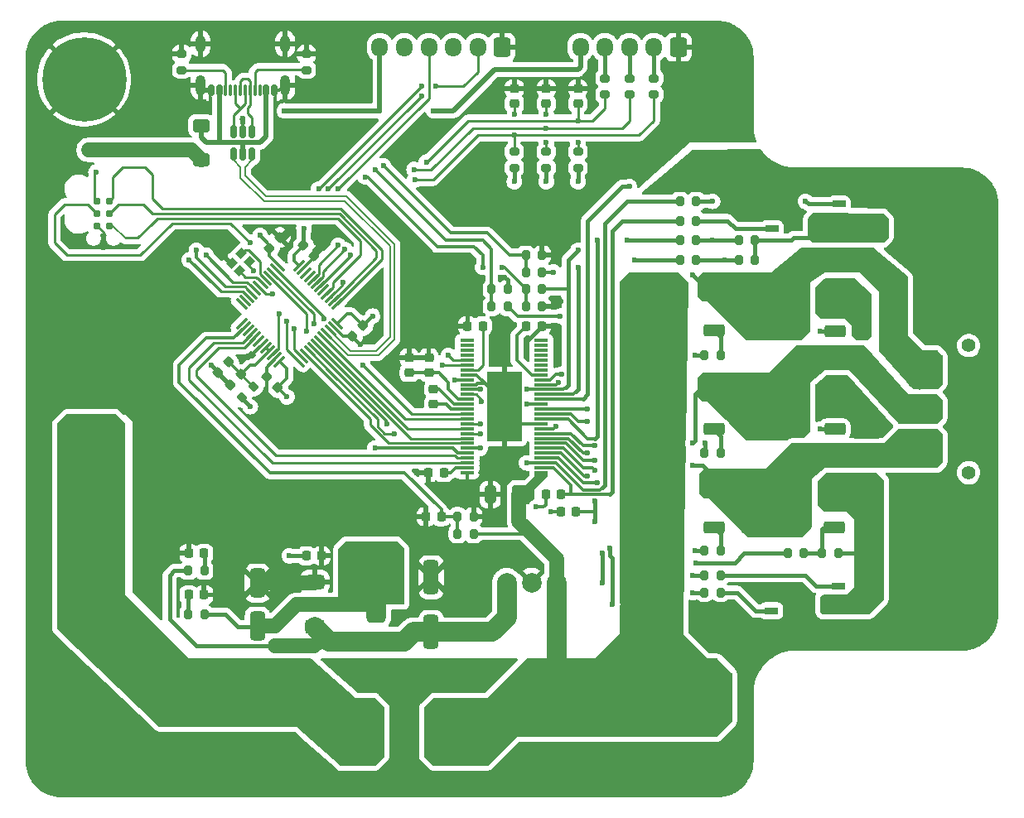
<source format=gtl>
%TF.GenerationSoftware,KiCad,Pcbnew,8.0.4-1.fc40*%
%TF.CreationDate,2024-07-29T21:14:52+02:00*%
%TF.ProjectId,TractionHub,54726163-7469-46f6-9e48-75622e6b6963,rev?*%
%TF.SameCoordinates,Original*%
%TF.FileFunction,Copper,L1,Top*%
%TF.FilePolarity,Positive*%
%FSLAX46Y46*%
G04 Gerber Fmt 4.6, Leading zero omitted, Abs format (unit mm)*
G04 Created by KiCad (PCBNEW 8.0.4-1.fc40) date 2024-07-29 21:14:52*
%MOMM*%
%LPD*%
G01*
G04 APERTURE LIST*
G04 Aperture macros list*
%AMRoundRect*
0 Rectangle with rounded corners*
0 $1 Rounding radius*
0 $2 $3 $4 $5 $6 $7 $8 $9 X,Y pos of 4 corners*
0 Add a 4 corners polygon primitive as box body*
4,1,4,$2,$3,$4,$5,$6,$7,$8,$9,$2,$3,0*
0 Add four circle primitives for the rounded corners*
1,1,$1+$1,$2,$3*
1,1,$1+$1,$4,$5*
1,1,$1+$1,$6,$7*
1,1,$1+$1,$8,$9*
0 Add four rect primitives between the rounded corners*
20,1,$1+$1,$2,$3,$4,$5,0*
20,1,$1+$1,$4,$5,$6,$7,0*
20,1,$1+$1,$6,$7,$8,$9,0*
20,1,$1+$1,$8,$9,$2,$3,0*%
%AMRotRect*
0 Rectangle, with rotation*
0 The origin of the aperture is its center*
0 $1 length*
0 $2 width*
0 $3 Rotation angle, in degrees counterclockwise*
0 Add horizontal line*
21,1,$1,$2,0,0,$3*%
G04 Aperture macros list end*
%TA.AperFunction,SMDPad,CuDef*%
%ADD10RotRect,0.900000X0.800000X45.000000*%
%TD*%
%TA.AperFunction,SMDPad,CuDef*%
%ADD11RoundRect,0.075000X-0.521491X0.415425X0.415425X-0.521491X0.521491X-0.415425X-0.415425X0.521491X0*%
%TD*%
%TA.AperFunction,SMDPad,CuDef*%
%ADD12RoundRect,0.075000X-0.521491X-0.415425X-0.415425X-0.521491X0.521491X0.415425X0.415425X0.521491X0*%
%TD*%
%TA.AperFunction,SMDPad,CuDef*%
%ADD13RoundRect,0.400000X-0.400000X1.100000X-0.400000X-1.100000X0.400000X-1.100000X0.400000X1.100000X0*%
%TD*%
%TA.AperFunction,SMDPad,CuDef*%
%ADD14RoundRect,0.250000X0.850000X0.350000X-0.850000X0.350000X-0.850000X-0.350000X0.850000X-0.350000X0*%
%TD*%
%TA.AperFunction,SMDPad,CuDef*%
%ADD15RoundRect,0.250000X1.275000X1.125000X-1.275000X1.125000X-1.275000X-1.125000X1.275000X-1.125000X0*%
%TD*%
%TA.AperFunction,SMDPad,CuDef*%
%ADD16RoundRect,0.249997X2.950003X2.650003X-2.950003X2.650003X-2.950003X-2.650003X2.950003X-2.650003X0*%
%TD*%
%TA.AperFunction,SMDPad,CuDef*%
%ADD17R,1.475000X0.300000*%
%TD*%
%TA.AperFunction,SMDPad,CuDef*%
%ADD18R,3.610000X7.110000*%
%TD*%
%TA.AperFunction,SMDPad,CuDef*%
%ADD19RoundRect,0.225000X0.017678X-0.335876X0.335876X-0.017678X-0.017678X0.335876X-0.335876X0.017678X0*%
%TD*%
%TA.AperFunction,SMDPad,CuDef*%
%ADD20RoundRect,0.200000X0.275000X-0.200000X0.275000X0.200000X-0.275000X0.200000X-0.275000X-0.200000X0*%
%TD*%
%TA.AperFunction,SMDPad,CuDef*%
%ADD21RoundRect,0.400000X0.400000X-1.350000X0.400000X1.350000X-0.400000X1.350000X-0.400000X-1.350000X0*%
%TD*%
%TA.AperFunction,SMDPad,CuDef*%
%ADD22RoundRect,0.225000X-0.017678X0.335876X-0.335876X0.017678X0.017678X-0.335876X0.335876X-0.017678X0*%
%TD*%
%TA.AperFunction,SMDPad,CuDef*%
%ADD23RoundRect,0.200000X-0.200000X-0.275000X0.200000X-0.275000X0.200000X0.275000X-0.200000X0.275000X0*%
%TD*%
%TA.AperFunction,SMDPad,CuDef*%
%ADD24RoundRect,0.225000X-0.225000X-0.250000X0.225000X-0.250000X0.225000X0.250000X-0.225000X0.250000X0*%
%TD*%
%TA.AperFunction,SMDPad,CuDef*%
%ADD25RoundRect,0.725000X-0.725000X-1.975000X0.725000X-1.975000X0.725000X1.975000X-0.725000X1.975000X0*%
%TD*%
%TA.AperFunction,SMDPad,CuDef*%
%ADD26RoundRect,0.200000X-0.275000X0.200000X-0.275000X-0.200000X0.275000X-0.200000X0.275000X0.200000X0*%
%TD*%
%TA.AperFunction,SMDPad,CuDef*%
%ADD27RoundRect,0.218750X0.218750X0.256250X-0.218750X0.256250X-0.218750X-0.256250X0.218750X-0.256250X0*%
%TD*%
%TA.AperFunction,SMDPad,CuDef*%
%ADD28RoundRect,0.225000X0.250000X-0.225000X0.250000X0.225000X-0.250000X0.225000X-0.250000X-0.225000X0*%
%TD*%
%TA.AperFunction,SMDPad,CuDef*%
%ADD29RoundRect,0.250000X-0.325000X-0.650000X0.325000X-0.650000X0.325000X0.650000X-0.325000X0.650000X0*%
%TD*%
%TA.AperFunction,SMDPad,CuDef*%
%ADD30RoundRect,0.243600X-0.901400X-0.771400X0.901400X-0.771400X0.901400X0.771400X-0.901400X0.771400X0*%
%TD*%
%TA.AperFunction,SMDPad,CuDef*%
%ADD31RoundRect,0.091200X-0.608800X-0.288800X0.608800X-0.288800X0.608800X0.288800X-0.608800X0.288800X0*%
%TD*%
%TA.AperFunction,SMDPad,CuDef*%
%ADD32RoundRect,0.190000X-0.510000X-0.190000X0.510000X-0.190000X0.510000X0.190000X-0.510000X0.190000X0*%
%TD*%
%TA.AperFunction,SMDPad,CuDef*%
%ADD33RoundRect,0.225000X0.225000X0.250000X-0.225000X0.250000X-0.225000X-0.250000X0.225000X-0.250000X0*%
%TD*%
%TA.AperFunction,SMDPad,CuDef*%
%ADD34RoundRect,0.225000X-0.335876X-0.017678X-0.017678X-0.335876X0.335876X0.017678X0.017678X0.335876X0*%
%TD*%
%TA.AperFunction,SMDPad,CuDef*%
%ADD35RoundRect,0.200000X0.200000X0.275000X-0.200000X0.275000X-0.200000X-0.275000X0.200000X-0.275000X0*%
%TD*%
%TA.AperFunction,ComponentPad*%
%ADD36C,0.900000*%
%TD*%
%TA.AperFunction,ComponentPad*%
%ADD37C,8.600000*%
%TD*%
%TA.AperFunction,ComponentPad*%
%ADD38RoundRect,0.250000X0.600000X0.725000X-0.600000X0.725000X-0.600000X-0.725000X0.600000X-0.725000X0*%
%TD*%
%TA.AperFunction,ComponentPad*%
%ADD39O,1.700000X1.950000*%
%TD*%
%TA.AperFunction,ComponentPad*%
%ADD40RoundRect,1.500000X1.500000X-1.500000X1.500000X1.500000X-1.500000X1.500000X-1.500000X-1.500000X0*%
%TD*%
%TA.AperFunction,ComponentPad*%
%ADD41C,6.000000*%
%TD*%
%TA.AperFunction,SMDPad,CuDef*%
%ADD42RoundRect,0.575000X0.575000X-0.575000X0.575000X0.575000X-0.575000X0.575000X-0.575000X-0.575000X0*%
%TD*%
%TA.AperFunction,ComponentPad*%
%ADD43C,1.400000*%
%TD*%
%TA.AperFunction,ComponentPad*%
%ADD44R,3.000000X3.000000*%
%TD*%
%TA.AperFunction,ComponentPad*%
%ADD45C,3.000000*%
%TD*%
%TA.AperFunction,SMDPad,CuDef*%
%ADD46RoundRect,0.218750X-0.218750X-0.256250X0.218750X-0.256250X0.218750X0.256250X-0.218750X0.256250X0*%
%TD*%
%TA.AperFunction,SMDPad,CuDef*%
%ADD47RoundRect,0.200000X-0.053033X0.335876X-0.335876X0.053033X0.053033X-0.335876X0.335876X-0.053033X0*%
%TD*%
%TA.AperFunction,ConnectorPad*%
%ADD48C,0.787400*%
%TD*%
%TA.AperFunction,SMDPad,CuDef*%
%ADD49RoundRect,0.375000X-0.625000X-0.375000X0.625000X-0.375000X0.625000X0.375000X-0.625000X0.375000X0*%
%TD*%
%TA.AperFunction,SMDPad,CuDef*%
%ADD50RoundRect,0.500000X-0.500000X-1.400000X0.500000X-1.400000X0.500000X1.400000X-0.500000X1.400000X0*%
%TD*%
%TA.AperFunction,ComponentPad*%
%ADD51C,2.000000*%
%TD*%
%TA.AperFunction,SMDPad,CuDef*%
%ADD52RoundRect,0.150000X0.150000X0.425000X-0.150000X0.425000X-0.150000X-0.425000X0.150000X-0.425000X0*%
%TD*%
%TA.AperFunction,SMDPad,CuDef*%
%ADD53RoundRect,0.075000X0.075000X0.500000X-0.075000X0.500000X-0.075000X-0.500000X0.075000X-0.500000X0*%
%TD*%
%TA.AperFunction,ComponentPad*%
%ADD54O,1.000000X2.100000*%
%TD*%
%TA.AperFunction,ComponentPad*%
%ADD55O,1.000000X1.800000*%
%TD*%
%TA.AperFunction,SMDPad,CuDef*%
%ADD56RoundRect,0.150000X0.150000X-0.512500X0.150000X0.512500X-0.150000X0.512500X-0.150000X-0.512500X0*%
%TD*%
%TA.AperFunction,SMDPad,CuDef*%
%ADD57RoundRect,0.400000X-0.400000X1.350000X-0.400000X-1.350000X0.400000X-1.350000X0.400000X1.350000X0*%
%TD*%
%TA.AperFunction,SMDPad,CuDef*%
%ADD58RoundRect,0.225000X0.335876X0.017678X0.017678X0.335876X-0.335876X-0.017678X-0.017678X-0.335876X0*%
%TD*%
%TA.AperFunction,SMDPad,CuDef*%
%ADD59RoundRect,0.250000X0.600000X-0.400000X0.600000X0.400000X-0.600000X0.400000X-0.600000X-0.400000X0*%
%TD*%
%TA.AperFunction,ViaPad*%
%ADD60C,0.600000*%
%TD*%
%TA.AperFunction,Conductor*%
%ADD61C,0.200000*%
%TD*%
%TA.AperFunction,Conductor*%
%ADD62C,0.220000*%
%TD*%
%TA.AperFunction,Conductor*%
%ADD63C,0.254000*%
%TD*%
%TA.AperFunction,Conductor*%
%ADD64C,0.300000*%
%TD*%
%TA.AperFunction,Conductor*%
%ADD65C,0.400000*%
%TD*%
%TA.AperFunction,Conductor*%
%ADD66C,1.500000*%
%TD*%
%TA.AperFunction,Conductor*%
%ADD67C,0.500000*%
%TD*%
%TA.AperFunction,Conductor*%
%ADD68C,2.000000*%
%TD*%
G04 APERTURE END LIST*
D10*
X149143934Y-82883883D03*
X150133883Y-81893934D03*
X149356066Y-81116117D03*
X148366117Y-82106066D03*
D11*
X153251212Y-82362124D03*
X152897658Y-82715678D03*
X152544105Y-83069231D03*
X152190551Y-83422785D03*
X151836998Y-83776338D03*
X151483445Y-84129891D03*
X151129891Y-84483445D03*
X150776338Y-84836998D03*
X150422785Y-85190551D03*
X150069231Y-85544105D03*
X149715678Y-85897658D03*
X149362124Y-86251212D03*
D12*
X149362124Y-88248788D03*
X149715678Y-88602342D03*
X150069231Y-88955895D03*
X150422785Y-89309449D03*
X150776338Y-89663002D03*
X151129891Y-90016555D03*
X151483445Y-90370109D03*
X151836998Y-90723662D03*
X152190551Y-91077215D03*
X152544105Y-91430769D03*
X152897658Y-91784322D03*
X153251212Y-92137876D03*
D11*
X155248788Y-92137876D03*
X155602342Y-91784322D03*
X155955895Y-91430769D03*
X156309449Y-91077215D03*
X156663002Y-90723662D03*
X157016555Y-90370109D03*
X157370109Y-90016555D03*
X157723662Y-89663002D03*
X158077215Y-89309449D03*
X158430769Y-88955895D03*
X158784322Y-88602342D03*
X159137876Y-88248788D03*
D12*
X159137876Y-86251212D03*
X158784322Y-85897658D03*
X158430769Y-85544105D03*
X158077215Y-85190551D03*
X157723662Y-84836998D03*
X157370109Y-84483445D03*
X157016555Y-84129891D03*
X156663002Y-83776338D03*
X156309449Y-83422785D03*
X155955895Y-83069231D03*
X155602342Y-82715678D03*
X155248788Y-82362124D03*
D13*
X151000000Y-114800000D03*
X151000000Y-119200000D03*
D14*
X197667835Y-88979565D03*
D15*
X193042835Y-88224565D03*
X193042835Y-85174565D03*
D16*
X191367835Y-86699565D03*
D15*
X189692835Y-88224565D03*
X189692835Y-85174565D03*
D14*
X197667835Y-84419565D03*
D17*
X172424000Y-90000000D03*
X172424000Y-90500000D03*
X172424000Y-91000000D03*
X172424000Y-91500000D03*
X172424000Y-92000000D03*
X172424000Y-92500000D03*
X172424000Y-93000000D03*
X172424000Y-93500000D03*
X172424000Y-94000000D03*
X172424000Y-94500000D03*
X172424000Y-95000000D03*
X172424000Y-95500000D03*
X172424000Y-96000000D03*
X172424000Y-96500000D03*
X172424000Y-97000000D03*
X172424000Y-97500000D03*
X172424000Y-98000000D03*
X172424000Y-98500000D03*
X172424000Y-99000000D03*
X172424000Y-99500000D03*
X172424000Y-100000000D03*
X172424000Y-100500000D03*
X172424000Y-101000000D03*
X172424000Y-101500000D03*
X172424000Y-102000000D03*
X172424000Y-102500000D03*
X172424000Y-103000000D03*
X172424000Y-103500000D03*
X180000000Y-103500000D03*
X180000000Y-103000000D03*
X180000000Y-102500000D03*
X180000000Y-102000000D03*
X180000000Y-101500000D03*
X180000000Y-101000000D03*
X180000000Y-100500000D03*
X180000000Y-100000000D03*
X180000000Y-99500000D03*
X180000000Y-99000000D03*
X180000000Y-98500000D03*
X180000000Y-98000000D03*
X180000000Y-97500000D03*
X180000000Y-97000000D03*
X180000000Y-96500000D03*
X180000000Y-96000000D03*
X180000000Y-95500000D03*
X180000000Y-95000000D03*
X180000000Y-94500000D03*
X180000000Y-94000000D03*
X180000000Y-93500000D03*
X180000000Y-93000000D03*
X180000000Y-92500000D03*
X180000000Y-92000000D03*
X180000000Y-91500000D03*
X180000000Y-91000000D03*
X180000000Y-90500000D03*
X180000000Y-90000000D03*
D18*
X176212000Y-96750000D03*
D19*
X152201992Y-80548008D03*
X153298008Y-79451992D03*
D20*
X189000000Y-64825000D03*
X189000000Y-63175000D03*
D21*
X196000000Y-127200000D03*
X196000000Y-132800000D03*
D22*
X161798008Y-88451992D03*
X160701992Y-89548008D03*
D23*
X143925000Y-113500000D03*
X145575000Y-113500000D03*
D24*
X172475000Y-88500000D03*
X174025000Y-88500000D03*
D23*
X178425000Y-84750000D03*
X180075000Y-84750000D03*
D25*
X161050000Y-130000000D03*
X170950000Y-130000000D03*
D26*
X180500000Y-70675000D03*
X180500000Y-72325000D03*
D27*
X145537500Y-116000000D03*
X143962500Y-116000000D03*
D28*
X169000000Y-96525000D03*
X169000000Y-94975000D03*
D22*
X148048008Y-92201992D03*
X146951992Y-93298008D03*
D28*
X183750000Y-65775000D03*
X183750000Y-64225000D03*
D29*
X174775000Y-105750000D03*
X177725000Y-105750000D03*
D14*
X209959453Y-109058713D03*
D15*
X205334453Y-108303713D03*
X205334453Y-105253713D03*
D16*
X203659453Y-106778713D03*
D15*
X201984453Y-108303713D03*
X201984453Y-105253713D03*
D14*
X209959453Y-104498713D03*
D28*
X166500000Y-93275000D03*
X166500000Y-91725000D03*
D30*
X204009844Y-76669492D03*
D31*
X203564844Y-78574492D03*
D32*
X210424844Y-76034492D03*
D30*
X209979844Y-77939492D03*
D33*
X183525000Y-107500000D03*
X181975000Y-107500000D03*
D34*
X155701992Y-80201992D03*
X156798008Y-81298008D03*
D14*
X197634963Y-109092505D03*
D15*
X193009963Y-108337505D03*
X193009963Y-105287505D03*
D16*
X191334963Y-106812505D03*
D15*
X189659963Y-108337505D03*
X189659963Y-105287505D03*
D14*
X197634963Y-104532505D03*
D23*
X196675000Y-101500000D03*
X198325000Y-101500000D03*
X196675000Y-114000000D03*
X198325000Y-114000000D03*
D35*
X201825000Y-79750000D03*
X200175000Y-79750000D03*
D33*
X170025000Y-103500000D03*
X168475000Y-103500000D03*
D23*
X178425000Y-81250000D03*
X180075000Y-81250000D03*
X174925000Y-86500000D03*
X176575000Y-86500000D03*
D36*
X217000000Y-116000000D03*
X217944581Y-113719581D03*
X217944581Y-118280419D03*
X220225000Y-112775000D03*
D37*
X220225000Y-116000000D03*
D36*
X220225000Y-119225000D03*
X222505419Y-113719581D03*
X222505419Y-118280419D03*
X223450000Y-116000000D03*
D38*
X194000000Y-60000000D03*
D39*
X191500000Y-60000000D03*
X189000000Y-60000000D03*
X186500000Y-60000000D03*
X184000000Y-60000000D03*
D28*
X177250000Y-65775000D03*
X177250000Y-64225000D03*
D23*
X174925000Y-84750000D03*
X176575000Y-84750000D03*
X194175000Y-75750000D03*
X195825000Y-75750000D03*
D40*
X134000000Y-100600000D03*
D41*
X134000000Y-93400000D03*
D42*
X144500000Y-132250000D03*
X144500000Y-127750000D03*
D24*
X180475000Y-105750000D03*
X182025000Y-105750000D03*
D36*
X217775000Y-78225000D03*
X218719581Y-75944581D03*
X218719581Y-80505419D03*
X221000000Y-75000000D03*
D37*
X221000000Y-78225000D03*
D36*
X221000000Y-81450000D03*
X223280419Y-75944581D03*
X223280419Y-80505419D03*
X224225000Y-78225000D03*
D22*
X149298008Y-93451992D03*
X148201992Y-94548008D03*
D20*
X186500000Y-64825000D03*
X186500000Y-63175000D03*
D26*
X143250000Y-60675000D03*
X143250000Y-62325000D03*
D14*
X210000000Y-99060000D03*
D15*
X205375000Y-98305000D03*
X205375000Y-95255000D03*
D16*
X203700000Y-96780000D03*
D15*
X202025000Y-98305000D03*
X202025000Y-95255000D03*
D14*
X210000000Y-94500000D03*
D21*
X152500000Y-127200000D03*
X152500000Y-132800000D03*
D43*
X223675000Y-90500000D03*
X223675000Y-103500000D03*
D44*
X218675000Y-100500000D03*
D45*
X218675000Y-97000000D03*
X218675000Y-93500000D03*
D26*
X156000000Y-60675000D03*
X156000000Y-62325000D03*
D23*
X194175000Y-81750000D03*
X195825000Y-81750000D03*
D46*
X143962500Y-111750000D03*
X145537500Y-111750000D03*
D36*
X130055419Y-63280419D03*
X131000000Y-61000000D03*
X131000000Y-65560838D03*
X133280419Y-60055419D03*
D37*
X133280419Y-63280419D03*
D36*
X133280419Y-66505419D03*
X135560838Y-61000000D03*
X135560838Y-65560838D03*
X136505419Y-63280419D03*
D23*
X171425000Y-108000000D03*
X173075000Y-108000000D03*
X194175000Y-79750000D03*
X195825000Y-79750000D03*
X194175000Y-77750000D03*
X195825000Y-77750000D03*
D47*
X150583363Y-94666637D03*
X149416637Y-95833363D03*
D36*
X130000000Y-131000000D03*
X130944581Y-128719581D03*
X130944581Y-133280419D03*
X133225000Y-127775000D03*
D37*
X133225000Y-131000000D03*
D36*
X133225000Y-134225000D03*
X135505419Y-128719581D03*
X135505419Y-133280419D03*
X136450000Y-131000000D03*
D48*
X134615000Y-75730000D03*
X135885000Y-75730000D03*
X134615000Y-77000000D03*
X135885000Y-77000000D03*
X134615000Y-78270000D03*
X135885000Y-78270000D03*
D26*
X183750000Y-70675000D03*
X183750000Y-72325000D03*
D30*
X203968905Y-115734576D03*
D31*
X203523905Y-117639576D03*
D32*
X210383905Y-115099576D03*
D30*
X209938905Y-117004576D03*
D28*
X168500000Y-93275000D03*
X168500000Y-91725000D03*
D26*
X177250000Y-70675000D03*
X177250000Y-72325000D03*
D24*
X155975000Y-112000000D03*
X157525000Y-112000000D03*
D21*
X179500000Y-127200000D03*
X179500000Y-132800000D03*
D49*
X156850000Y-114700000D03*
X156850000Y-117000000D03*
D50*
X163150000Y-117000000D03*
D49*
X156850000Y-119300000D03*
D51*
X181540000Y-114750000D03*
X179000000Y-114750000D03*
X176460000Y-114750000D03*
D35*
X145575000Y-118000000D03*
X143925000Y-118000000D03*
D14*
X210000000Y-89000000D03*
D15*
X205375000Y-88245000D03*
X205375000Y-85195000D03*
D16*
X203700000Y-86720000D03*
D15*
X202025000Y-88245000D03*
X202025000Y-85195000D03*
D14*
X210000000Y-84440000D03*
D33*
X169775000Y-108000000D03*
X168225000Y-108000000D03*
D52*
X152700000Y-64430000D03*
X151900000Y-64430000D03*
D53*
X150750000Y-64430000D03*
X149750000Y-64430000D03*
X149250000Y-64430000D03*
X148250000Y-64430000D03*
D52*
X147100000Y-64430000D03*
X146300000Y-64430000D03*
X146300000Y-64430000D03*
X147100000Y-64430000D03*
D53*
X147750000Y-64430000D03*
X148750000Y-64430000D03*
X150250000Y-64430000D03*
X151250000Y-64430000D03*
D52*
X151900000Y-64430000D03*
X152700000Y-64430000D03*
D54*
X153820000Y-63855000D03*
D55*
X153820000Y-59675000D03*
D54*
X145180000Y-63855000D03*
D55*
X145180000Y-59675000D03*
D23*
X178425000Y-86500000D03*
X180075000Y-86500000D03*
D56*
X148550000Y-70887500D03*
X149500000Y-70887500D03*
X150450000Y-70887500D03*
X150450000Y-68612500D03*
X149500000Y-68612500D03*
X148550000Y-68612500D03*
D57*
X168750000Y-119800000D03*
X168750000Y-114200000D03*
D20*
X191500000Y-64825000D03*
X191500000Y-63175000D03*
D38*
X176000000Y-60000000D03*
D39*
X173500000Y-60000000D03*
X171000000Y-60000000D03*
X168500000Y-60000000D03*
X166000000Y-60000000D03*
X163500000Y-60000000D03*
D35*
X201825000Y-81750000D03*
X200175000Y-81750000D03*
D14*
X197634975Y-99057715D03*
D15*
X193009975Y-98302715D03*
X193009975Y-95252715D03*
D16*
X191334975Y-96777715D03*
D15*
X189659975Y-98302715D03*
X189659975Y-95252715D03*
D14*
X197634975Y-94497715D03*
D58*
X153048008Y-94798008D03*
X151951992Y-93701992D03*
D28*
X180500000Y-65775000D03*
X180500000Y-64225000D03*
D23*
X196675000Y-115750000D03*
X198325000Y-115750000D03*
X196675000Y-111500000D03*
X198325000Y-111500000D03*
X205175000Y-111750000D03*
X206825000Y-111750000D03*
D35*
X210325000Y-111750000D03*
X208675000Y-111750000D03*
D21*
X188000000Y-127200000D03*
X188000000Y-132800000D03*
D23*
X178425000Y-83000000D03*
X180075000Y-83000000D03*
D35*
X173075000Y-109750000D03*
X171425000Y-109750000D03*
D59*
X145250000Y-71500000D03*
X145250000Y-68000000D03*
D23*
X196675000Y-91500000D03*
X198325000Y-91500000D03*
D24*
X178475000Y-88500000D03*
X180025000Y-88500000D03*
D60*
X163000000Y-101000000D03*
X153500000Y-67750000D03*
X167250000Y-103500000D03*
X146500000Y-88250000D03*
X150000000Y-91750000D03*
X162250000Y-75250000D03*
X159000000Y-78500000D03*
X155000000Y-74000000D03*
X154500000Y-78750000D03*
X166500000Y-105500000D03*
X165500000Y-105500000D03*
X141500000Y-92500000D03*
X146250000Y-92500000D03*
X167250000Y-81500000D03*
X209000000Y-96000000D03*
X135250000Y-82500000D03*
X170500000Y-105500000D03*
X209000000Y-97000000D03*
X174250000Y-77500000D03*
X176000000Y-90250000D03*
X172750000Y-83500000D03*
X210000000Y-97000000D03*
X171500000Y-105500000D03*
X175500000Y-64250000D03*
X212000000Y-96000000D03*
X213000000Y-99000000D03*
X211000000Y-97000000D03*
X213000000Y-98000000D03*
X151750000Y-95750000D03*
X210000000Y-96000000D03*
X213000000Y-97000000D03*
X182000000Y-80250000D03*
X167250000Y-82500000D03*
X161500000Y-90425000D03*
X172250000Y-77500000D03*
X211000000Y-96000000D03*
X135250000Y-80500000D03*
X212000000Y-97000000D03*
X212000000Y-99000000D03*
X215000000Y-99000000D03*
X147250000Y-100750000D03*
X214000000Y-99000000D03*
X173250000Y-77500000D03*
X176500000Y-104000000D03*
X182000000Y-86000000D03*
X150623000Y-82873000D03*
X214000000Y-98000000D03*
X212000000Y-98000000D03*
X163750000Y-92750000D03*
X149500000Y-67250000D03*
X176250000Y-83500000D03*
X167250000Y-80500000D03*
X147750000Y-81250000D03*
X178500000Y-90250000D03*
X163500000Y-66500000D03*
X153750000Y-66500000D03*
X153750000Y-121250000D03*
X135750000Y-70500000D03*
X152750000Y-121250000D03*
X136750000Y-70500000D03*
X134750000Y-70500000D03*
X133750000Y-70500000D03*
X169000000Y-66500000D03*
X154750000Y-121250000D03*
X183750000Y-73750000D03*
X134500000Y-72750000D03*
X160250000Y-111250000D03*
X165250000Y-112250000D03*
X162250000Y-114250000D03*
X180500000Y-73750000D03*
X161250000Y-115250000D03*
X177250000Y-73750000D03*
X162250000Y-111250000D03*
X164250000Y-112250000D03*
X163250000Y-111250000D03*
X163250000Y-113250000D03*
X165250000Y-114250000D03*
X151250000Y-79250000D03*
X171127000Y-94000000D03*
X155750000Y-78500000D03*
X165250000Y-111250000D03*
X160250000Y-113250000D03*
X162250000Y-113250000D03*
X164250000Y-113250000D03*
X154000000Y-95750000D03*
X162250000Y-112250000D03*
X164250000Y-111250000D03*
X165250000Y-113250000D03*
X165250000Y-115250000D03*
X161250000Y-112250000D03*
X164250000Y-114250000D03*
X160250000Y-115250000D03*
X162750000Y-87500000D03*
X161250000Y-114250000D03*
X160250000Y-114250000D03*
X165250000Y-116250000D03*
X161250000Y-113250000D03*
X150250000Y-96750000D03*
X163250000Y-112250000D03*
X161250000Y-111250000D03*
X163250000Y-114250000D03*
X154250000Y-112000000D03*
X173750000Y-101000000D03*
X173750000Y-95000000D03*
X195500000Y-83250000D03*
X183750000Y-80750000D03*
X178517002Y-95000000D03*
X182050000Y-93449997D03*
X195500000Y-100500000D03*
X181900000Y-87500000D03*
X184750000Y-98250000D03*
X178517002Y-96500000D03*
X181500000Y-98750000D03*
X181250000Y-83000000D03*
X184750000Y-101500000D03*
X195500000Y-102750000D03*
X184750000Y-103850000D03*
X185500000Y-108500000D03*
X185500000Y-106400000D03*
X195500000Y-114000000D03*
X195500000Y-115750000D03*
X186250000Y-114750000D03*
X185750000Y-104500000D03*
X181000000Y-107500000D03*
X186250000Y-111750000D03*
X178500000Y-102500000D03*
X179500000Y-107000000D03*
X168250000Y-71750000D03*
X183750000Y-69750000D03*
X160500000Y-81250000D03*
X183750000Y-67500000D03*
X167059313Y-73559313D03*
X177250000Y-66873000D03*
X159934313Y-80684313D03*
X177250000Y-69000000D03*
X180500000Y-68250000D03*
X167000000Y-72500000D03*
X180500000Y-69750000D03*
X159250000Y-80250000D03*
X180500000Y-66873000D03*
X195750000Y-91500000D03*
X181750000Y-94250000D03*
X196750000Y-100500000D03*
X184747017Y-97000000D03*
X156000000Y-89000000D03*
X173906998Y-96250000D03*
X188750000Y-79750000D03*
X185750000Y-79750000D03*
X195750000Y-111500000D03*
X185500000Y-100750000D03*
X164200419Y-98500000D03*
X173750000Y-98500000D03*
X212500000Y-87000000D03*
X208250000Y-77500000D03*
X212199073Y-87960404D03*
X208250000Y-78500000D03*
X189000000Y-74250000D03*
X214250000Y-78500000D03*
X212250000Y-79500000D03*
X211500000Y-87000000D03*
X210250000Y-79500000D03*
X211500000Y-86000000D03*
X213173125Y-89029485D03*
X213250000Y-78500000D03*
X208500000Y-87000000D03*
X211250000Y-79500000D03*
X209500000Y-86000000D03*
X209250000Y-79500000D03*
X210500000Y-86000000D03*
X214250000Y-77500000D03*
X213250000Y-79500000D03*
X209500000Y-87000000D03*
X208250000Y-79500000D03*
X210500000Y-87000000D03*
X213173125Y-87976242D03*
X212500000Y-86000000D03*
X214250000Y-79500000D03*
X212250000Y-78500000D03*
X212000000Y-85000000D03*
X212250000Y-77500000D03*
X212222830Y-89013647D03*
X208500000Y-86000000D03*
X213250000Y-77500000D03*
X156750000Y-88250000D03*
X170500000Y-91500000D03*
X169873000Y-92500000D03*
X157750000Y-87750000D03*
X159750000Y-84000000D03*
X161750000Y-92500000D03*
X173750000Y-99500000D03*
X165000000Y-99500000D03*
X187000000Y-111250000D03*
X187250000Y-117000000D03*
X185500000Y-103250000D03*
X212000000Y-117000000D03*
X189500000Y-81750000D03*
X183750000Y-82500000D03*
X195786525Y-112753683D03*
X185500000Y-102250000D03*
X152500000Y-85250000D03*
X150250000Y-80000000D03*
X167750000Y-65000000D03*
X158250000Y-74500000D03*
X154000000Y-88000000D03*
X154750000Y-88750000D03*
X159250000Y-74500000D03*
X153250000Y-87250000D03*
X167750000Y-64000000D03*
X169250000Y-64000000D03*
X157250000Y-74500000D03*
X198750000Y-81750000D03*
X208500000Y-89000000D03*
X197500000Y-79750000D03*
X208500000Y-99060000D03*
X197500000Y-75750000D03*
X207000000Y-75750000D03*
X144000000Y-81750000D03*
X163875000Y-72125000D03*
X163000000Y-72500000D03*
X144750000Y-80750000D03*
X174000000Y-82500000D03*
X162000000Y-73250000D03*
X176000000Y-82500000D03*
X145750000Y-81250000D03*
D61*
X137466575Y-79500000D02*
X137447534Y-79500000D01*
X137447534Y-79500000D02*
X136236575Y-78289041D01*
X136236575Y-78289041D02*
X136236575Y-78270000D01*
D62*
X139320550Y-76070550D02*
X139297783Y-76047783D01*
X139297783Y-76047783D02*
X136837217Y-76047783D01*
X136837217Y-76047783D02*
X136814450Y-76070550D01*
D63*
X159137876Y-86251212D02*
X163750000Y-81639088D01*
X163750000Y-81639088D02*
X163750000Y-80750000D01*
X163750000Y-80750000D02*
X159500000Y-76500000D01*
X159500000Y-76500000D02*
X141250000Y-76500000D01*
X141250000Y-76500000D02*
X140250000Y-75500000D01*
X140250000Y-75500000D02*
X140250000Y-73000000D01*
X140250000Y-73000000D02*
X139500000Y-72250000D01*
X136181994Y-73318006D02*
X136181994Y-75433006D01*
X139500000Y-72250000D02*
X137250000Y-72250000D01*
X137250000Y-72250000D02*
X136181994Y-73318006D01*
X136181994Y-75433006D02*
X135885000Y-75730000D01*
D62*
X131271243Y-76067112D02*
X131289620Y-76048735D01*
X133663735Y-76048735D02*
X133682112Y-76067112D01*
X131289620Y-76048735D02*
X133663735Y-76048735D01*
D63*
X134615000Y-75730000D02*
X134333698Y-75448698D01*
X134333698Y-75448698D02*
X134333698Y-72916302D01*
X134333698Y-72916302D02*
X134500000Y-72750000D01*
D64*
X181000000Y-107500000D02*
X181975000Y-107500000D01*
X146300000Y-64430000D02*
X145755000Y-64430000D01*
X145755000Y-64430000D02*
X145180000Y-63855000D01*
X152700000Y-64430000D02*
X153245000Y-64430000D01*
X153245000Y-64430000D02*
X153820000Y-63855000D01*
D65*
X146951992Y-93298008D02*
X148201992Y-94548008D01*
D63*
X150623000Y-82873000D02*
X150133883Y-82383883D01*
X150133883Y-82383883D02*
X150133883Y-81893934D01*
D64*
X180000000Y-103500000D02*
X179975000Y-103500000D01*
X179975000Y-103500000D02*
X177725000Y-105750000D01*
X185500000Y-107500000D02*
X183525000Y-107500000D01*
X170953842Y-101000000D02*
X163000000Y-101000000D01*
X171453842Y-101500000D02*
X170953842Y-101000000D01*
X172424000Y-101500000D02*
X171453842Y-101500000D01*
X168475000Y-103500000D02*
X167250000Y-103500000D01*
X169775000Y-108000000D02*
X169775000Y-107275000D01*
X148568020Y-89750000D02*
X149715678Y-88602342D01*
X169775000Y-107275000D02*
X166000000Y-103500000D01*
X152250000Y-103500000D02*
X143000000Y-94250000D01*
X166000000Y-103500000D02*
X152250000Y-103500000D01*
X143000000Y-94250000D02*
X143000000Y-92500000D01*
X143000000Y-92500000D02*
X145750000Y-89750000D01*
X145750000Y-89750000D02*
X148568020Y-89750000D01*
X151483445Y-90370109D02*
X150103554Y-91750000D01*
X150103554Y-91750000D02*
X150000000Y-91750000D01*
D65*
X156798008Y-81298008D02*
X156798008Y-80701992D01*
X156798008Y-80701992D02*
X159000000Y-78500000D01*
X153298008Y-79451992D02*
X153798008Y-79451992D01*
X153798008Y-79451992D02*
X154500000Y-78750000D01*
X176212000Y-90462000D02*
X176212000Y-96750000D01*
D63*
X134615000Y-78270000D02*
X135250000Y-78905000D01*
D64*
X151951992Y-92729988D02*
X151951992Y-93701992D01*
D63*
X135250000Y-78905000D02*
X135250000Y-80500000D01*
D65*
X181500000Y-86500000D02*
X182000000Y-86000000D01*
D63*
X147750000Y-81489949D02*
X148366117Y-82106066D01*
D64*
X158784322Y-88602342D02*
X159729988Y-89548008D01*
X160701992Y-89626992D02*
X161500000Y-90425000D01*
X176212000Y-96343854D02*
X176212000Y-96750000D01*
X173480761Y-94350000D02*
X174218147Y-94350000D01*
X172424000Y-104576000D02*
X171500000Y-105500000D01*
D65*
X178500000Y-90025000D02*
X178500000Y-90250000D01*
X176000000Y-90250000D02*
X176212000Y-90462000D01*
D64*
X173368146Y-93500000D02*
X176212000Y-96343854D01*
X155602342Y-82715678D02*
X156798008Y-81520012D01*
D65*
X180075000Y-86500000D02*
X181500000Y-86500000D01*
X180025000Y-88500000D02*
X178500000Y-90025000D01*
X146951992Y-93201992D02*
X146250000Y-92500000D01*
D64*
X172424000Y-103500000D02*
X172424000Y-104576000D01*
X151951992Y-93701992D02*
X151951992Y-95548008D01*
X172424000Y-94500000D02*
X173330761Y-94500000D01*
D66*
X151000000Y-114800000D02*
X156750000Y-114800000D01*
D64*
X180000000Y-98500000D02*
X177962000Y-98500000D01*
X172424000Y-93500000D02*
X173368146Y-93500000D01*
D63*
X149500000Y-67250000D02*
X149500000Y-68612500D01*
D64*
X176212000Y-96343853D02*
X176212000Y-96750000D01*
D65*
X146951992Y-93298008D02*
X146951992Y-93201992D01*
D64*
X174218147Y-94350000D02*
X176212000Y-96343853D01*
D65*
X176575000Y-83825000D02*
X176250000Y-83500000D01*
X176575000Y-84750000D02*
X176575000Y-83825000D01*
D63*
X147750000Y-81250000D02*
X147750000Y-81489949D01*
D64*
X173330761Y-94500000D02*
X173480761Y-94350000D01*
X159729988Y-89548008D02*
X160701992Y-89548008D01*
X151951992Y-95548008D02*
X151750000Y-95750000D01*
X177962000Y-98500000D02*
X176212000Y-96750000D01*
X160701992Y-89548008D02*
X160701992Y-89626992D01*
X152897658Y-91784322D02*
X151951992Y-92729988D01*
D66*
X156750000Y-114800000D02*
X156850000Y-114700000D01*
D64*
X156798008Y-81520012D02*
X156798008Y-81048008D01*
X169775000Y-108000000D02*
X171425000Y-108000000D01*
X171425000Y-109750000D02*
X171425000Y-108000000D01*
D67*
X171000000Y-66500000D02*
X169000000Y-66500000D01*
D65*
X144750000Y-121250000D02*
X152750000Y-121250000D01*
D68*
X166950000Y-119800000D02*
X166000000Y-120750000D01*
D65*
X143925000Y-113500000D02*
X142500000Y-113500000D01*
D67*
X184000000Y-62000000D02*
X183750000Y-62250000D01*
X183750000Y-62250000D02*
X175250000Y-62250000D01*
D68*
X166000000Y-120750000D02*
X158300000Y-120750000D01*
D67*
X174500000Y-63000000D02*
X171000000Y-66500000D01*
X184000000Y-60000000D02*
X184000000Y-62000000D01*
D65*
X142000000Y-118500000D02*
X144750000Y-121250000D01*
D66*
X156750000Y-121250000D02*
X152750000Y-121250000D01*
X144250000Y-70500000D02*
X133750000Y-70500000D01*
D68*
X168750000Y-119800000D02*
X166950000Y-119800000D01*
X176460000Y-118290000D02*
X174950000Y-119800000D01*
X158300000Y-120750000D02*
X156850000Y-119300000D01*
X176460000Y-114750000D02*
X176460000Y-118290000D01*
D65*
X142000000Y-114000000D02*
X142000000Y-118500000D01*
D67*
X175250000Y-62250000D02*
X174500000Y-63000000D01*
D68*
X174950000Y-119800000D02*
X168750000Y-119800000D01*
D67*
X163500000Y-66500000D02*
X153750000Y-66500000D01*
D66*
X156750000Y-121250000D02*
X157250000Y-120750000D01*
D65*
X142500000Y-113500000D02*
X142000000Y-114000000D01*
D66*
X144250000Y-70500000D02*
X145250000Y-71500000D01*
X157250000Y-120750000D02*
X158300000Y-120750000D01*
D67*
X163500000Y-66500000D02*
X163500000Y-60000000D01*
D64*
X154000000Y-92846271D02*
X153291605Y-92137876D01*
D65*
X149000000Y-119250000D02*
X150950000Y-119250000D01*
X180500000Y-72325000D02*
X180500000Y-73750000D01*
X149416637Y-95833363D02*
X149416637Y-95916637D01*
D64*
X153251212Y-82362124D02*
X153251212Y-82350257D01*
X152201992Y-80548008D02*
X152201992Y-80201992D01*
D65*
X155975000Y-112000000D02*
X154250000Y-112000000D01*
D64*
X172424000Y-94000000D02*
X171127000Y-94000000D01*
D65*
X155701992Y-78548008D02*
X155750000Y-78500000D01*
D64*
X153048008Y-94798008D02*
X154000000Y-95750000D01*
X152201992Y-80201992D02*
X151250000Y-79250000D01*
D65*
X149416637Y-95916637D02*
X150250000Y-96750000D01*
D64*
X153251212Y-82350257D02*
X152201992Y-81301037D01*
X154750000Y-81250000D02*
X155701992Y-80298008D01*
D66*
X155000000Y-117000000D02*
X152800000Y-119200000D01*
D64*
X155701992Y-80298008D02*
X155701992Y-79951992D01*
X153048008Y-94798008D02*
X154000000Y-93846016D01*
X150950000Y-119250000D02*
X151000000Y-119200000D01*
D66*
X156850000Y-117000000D02*
X155000000Y-117000000D01*
D65*
X147750000Y-118000000D02*
X149000000Y-119250000D01*
D64*
X154000000Y-93846016D02*
X154000000Y-92846271D01*
X160136664Y-87250000D02*
X160596016Y-87250000D01*
D65*
X183750000Y-72325000D02*
X183750000Y-73750000D01*
D64*
X159137876Y-88248788D02*
X160136664Y-87250000D01*
D65*
X155701992Y-80201992D02*
X155701992Y-78548008D01*
D64*
X160596016Y-87250000D02*
X161798008Y-88451992D01*
X155248788Y-82362124D02*
X154750000Y-81863336D01*
X161798008Y-88451992D02*
X162750000Y-87500000D01*
X152201992Y-81301037D02*
X152201992Y-80548008D01*
X154750000Y-81863336D02*
X154750000Y-81250000D01*
D66*
X156850000Y-117000000D02*
X163150000Y-117000000D01*
D65*
X145575000Y-118000000D02*
X147750000Y-118000000D01*
D64*
X153291605Y-92137876D02*
X153251212Y-92137876D01*
D65*
X177250000Y-72325000D02*
X177250000Y-73750000D01*
D66*
X152800000Y-119200000D02*
X151000000Y-119200000D01*
D64*
X172424000Y-96500000D02*
X171056937Y-96500000D01*
X171056937Y-96500000D02*
X169531937Y-94975000D01*
X169531937Y-94975000D02*
X169000000Y-94975000D01*
X170750000Y-97000000D02*
X172424000Y-97000000D01*
X170275000Y-96525000D02*
X170750000Y-97000000D01*
X169000000Y-96525000D02*
X170275000Y-96525000D01*
X170500000Y-94250000D02*
X169525000Y-93275000D01*
X169000000Y-93275000D02*
X167000000Y-93275000D01*
X169525000Y-93275000D02*
X169000000Y-93275000D01*
X170500000Y-95000000D02*
X170500000Y-94250000D01*
X171500000Y-96000000D02*
X170500000Y-95000000D01*
X172424000Y-96000000D02*
X171500000Y-96000000D01*
X152190551Y-91077215D02*
X151836998Y-90723662D01*
D63*
X150512653Y-94666637D02*
X149298008Y-93451992D01*
X150583363Y-94666637D02*
X150512653Y-94666637D01*
D64*
X150250000Y-92500000D02*
X150767766Y-92500000D01*
X150767766Y-92500000D02*
X152190551Y-91077215D01*
X149298008Y-93451992D02*
X150250000Y-92500000D01*
X148048008Y-92201992D02*
X149298008Y-93451992D01*
D66*
X177725000Y-108475000D02*
X178875000Y-109625000D01*
D64*
X178750000Y-109750000D02*
X178875000Y-109625000D01*
D66*
X178875000Y-109625000D02*
X181540000Y-112290000D01*
X177725000Y-105750000D02*
X177725000Y-108475000D01*
D68*
X181540000Y-125160000D02*
X179500000Y-127200000D01*
D66*
X181540000Y-112290000D02*
X181540000Y-114750000D01*
D68*
X181540000Y-114750000D02*
X181540000Y-125160000D01*
D64*
X173075000Y-109750000D02*
X178750000Y-109750000D01*
X173750000Y-95000000D02*
X172424000Y-95000000D01*
X172424000Y-101000000D02*
X173750000Y-101000000D01*
X170750000Y-103500000D02*
X170025000Y-103500000D01*
X172424000Y-103000000D02*
X171250000Y-103000000D01*
X171250000Y-103000000D02*
X170750000Y-103500000D01*
D65*
X182750000Y-81750000D02*
X182750000Y-83250000D01*
X197667835Y-84419565D02*
X196669565Y-84419565D01*
D64*
X182250000Y-95000000D02*
X182500000Y-94750000D01*
X180000000Y-95000000D02*
X182250000Y-95000000D01*
D65*
X182750000Y-84750000D02*
X182750000Y-94500000D01*
D64*
X180075000Y-84750000D02*
X182750000Y-84750000D01*
D65*
X182750000Y-94500000D02*
X182500000Y-94750000D01*
X182750000Y-83250000D02*
X182750000Y-84750000D01*
X196669565Y-84419565D02*
X195500000Y-83250000D01*
D64*
X180000000Y-95000000D02*
X178517002Y-95000000D01*
D65*
X183750000Y-80750000D02*
X182750000Y-81750000D01*
D64*
X182050000Y-93449997D02*
X181465384Y-93449997D01*
X180915381Y-94000000D02*
X180000000Y-94000000D01*
X181465384Y-93449997D02*
X180915381Y-94000000D01*
X184750000Y-98250000D02*
X183750000Y-98250000D01*
X181900000Y-87500000D02*
X177575000Y-87500000D01*
D65*
X195750000Y-100250000D02*
X195750000Y-95500000D01*
D64*
X183000000Y-97500000D02*
X180000000Y-97500000D01*
D65*
X196752285Y-94497715D02*
X197634975Y-94497715D01*
D64*
X177575000Y-87500000D02*
X176575000Y-86500000D01*
D65*
X195750000Y-95500000D02*
X196752285Y-94497715D01*
D64*
X183750000Y-98250000D02*
X183000000Y-97500000D01*
D65*
X195500000Y-100500000D02*
X195750000Y-100250000D01*
D64*
X178517002Y-96500000D02*
X180000000Y-96500000D01*
X181250000Y-99000000D02*
X181500000Y-98750000D01*
X180000000Y-99000000D02*
X181250000Y-99000000D01*
X181250000Y-83000000D02*
X180075000Y-83000000D01*
X182750000Y-100000000D02*
X184250000Y-101500000D01*
X197634963Y-103884963D02*
X197500000Y-103750000D01*
D65*
X197634963Y-104532505D02*
X197634963Y-103884963D01*
D64*
X184250000Y-101500000D02*
X184750000Y-101500000D01*
D65*
X196500000Y-102750000D02*
X195500000Y-102750000D01*
D64*
X180000000Y-100000000D02*
X182750000Y-100000000D01*
D65*
X197500000Y-103750000D02*
X196500000Y-102750000D01*
D64*
X182000000Y-101500000D02*
X184350000Y-103850000D01*
D65*
X185500000Y-108500000D02*
X185500000Y-107500000D01*
X196675000Y-114000000D02*
X195500000Y-114000000D01*
D64*
X180000000Y-101500000D02*
X182000000Y-101500000D01*
D65*
X185500000Y-107500000D02*
X185500000Y-106400000D01*
D64*
X184350000Y-103850000D02*
X184750000Y-103850000D01*
X181750000Y-102000000D02*
X184250000Y-104500000D01*
D65*
X186250000Y-111750000D02*
X186250000Y-114750000D01*
D64*
X180000000Y-102000000D02*
X181750000Y-102000000D01*
D65*
X196675000Y-115750000D02*
X195500000Y-115750000D01*
D64*
X184250000Y-104500000D02*
X185750000Y-104500000D01*
D65*
X187250000Y-105500000D02*
X187250000Y-78750000D01*
D64*
X182025000Y-105750000D02*
X183000000Y-105750000D01*
D65*
X187000000Y-105750000D02*
X187250000Y-105500000D01*
X187250000Y-78750000D02*
X188250000Y-77750000D01*
D64*
X187000000Y-105750000D02*
X184000000Y-105750000D01*
X183000000Y-104750000D02*
X183000000Y-105750000D01*
D65*
X188250000Y-77750000D02*
X194175000Y-77750000D01*
D64*
X183000000Y-105750000D02*
X184000000Y-105750000D01*
X181250000Y-103000000D02*
X180000000Y-103000000D01*
X181250000Y-103000000D02*
X183000000Y-104750000D01*
D65*
X186500000Y-78000000D02*
X186500000Y-80000000D01*
D64*
X181500000Y-102500000D02*
X184250000Y-105250000D01*
X186000000Y-105250000D02*
X186250000Y-105000000D01*
X184250000Y-105250000D02*
X186000000Y-105250000D01*
D65*
X186500000Y-101250000D02*
X186500000Y-104750000D01*
D64*
X180250000Y-107000000D02*
X180475000Y-106775000D01*
X179500000Y-107000000D02*
X180250000Y-107000000D01*
X180000000Y-102500000D02*
X181500000Y-102500000D01*
D65*
X186500000Y-80000000D02*
X186500000Y-101250000D01*
X186500000Y-104750000D02*
X186250000Y-105000000D01*
X186750000Y-77750000D02*
X186500000Y-78000000D01*
D64*
X180475000Y-106775000D02*
X180475000Y-105750000D01*
D65*
X188750000Y-75750000D02*
X186750000Y-77750000D01*
X194175000Y-75750000D02*
X188750000Y-75750000D01*
D64*
X180000000Y-102500000D02*
X178500000Y-102500000D01*
D63*
X157370109Y-84483445D02*
X160500000Y-81353554D01*
X172500000Y-67500000D02*
X183750000Y-67500000D01*
X185250000Y-67500000D02*
X186500000Y-66250000D01*
X183750000Y-70675000D02*
X183750000Y-69750000D01*
X183750000Y-65775000D02*
X183750000Y-67500000D01*
X183750000Y-67500000D02*
X185250000Y-67500000D01*
X186500000Y-66250000D02*
X186500000Y-64825000D01*
X160500000Y-81353554D02*
X160500000Y-81250000D01*
X168250000Y-71750000D02*
X172500000Y-67500000D01*
X157690292Y-82928334D02*
X159934313Y-80684313D01*
X190000000Y-69000000D02*
X191500000Y-67500000D01*
X157690292Y-83456154D02*
X157690292Y-82928334D01*
X191500000Y-67500000D02*
X191500000Y-64825000D01*
X168940687Y-73559313D02*
X173500000Y-69000000D01*
X157016555Y-84129891D02*
X157690292Y-83456154D01*
X177250000Y-69000000D02*
X190000000Y-69000000D01*
X167059313Y-73559313D02*
X168940687Y-73559313D01*
X173500000Y-69000000D02*
X177250000Y-69000000D01*
X177250000Y-70675000D02*
X177250000Y-69000000D01*
X177250000Y-65775000D02*
X177250000Y-66873000D01*
X157236292Y-82263708D02*
X159250000Y-80250000D01*
X180500000Y-70675000D02*
X180500000Y-69750000D01*
X168750000Y-72500000D02*
X173000000Y-68250000D01*
X167000000Y-72500000D02*
X168750000Y-72500000D01*
X173000000Y-68250000D02*
X180500000Y-68250000D01*
X156663002Y-83776338D02*
X157236292Y-83203048D01*
X157236292Y-83203048D02*
X157236292Y-82263708D01*
X189000000Y-67500000D02*
X189000000Y-64825000D01*
X180500000Y-65775000D02*
X180500000Y-66873000D01*
X188250000Y-68250000D02*
X189000000Y-67500000D01*
X180500000Y-68250000D02*
X188250000Y-68250000D01*
D65*
X145575000Y-113500000D02*
X145575000Y-111787500D01*
D64*
X145575000Y-111787500D02*
X145537500Y-111750000D01*
D67*
X151900000Y-69100000D02*
X151275000Y-69725000D01*
X147250000Y-69725000D02*
X145725000Y-69725000D01*
X145725000Y-69725000D02*
X145250000Y-69250000D01*
X149500000Y-69725000D02*
X149500000Y-70887500D01*
X149500000Y-69725000D02*
X147250000Y-69725000D01*
X147100000Y-64430000D02*
X147100000Y-69575000D01*
X145250000Y-69250000D02*
X145250000Y-68000000D01*
X147100000Y-69575000D02*
X147250000Y-69725000D01*
X151900000Y-64430000D02*
X151900000Y-69100000D01*
X151275000Y-69725000D02*
X149500000Y-69725000D01*
D65*
X143925000Y-118000000D02*
X143925000Y-116037500D01*
D64*
X143925000Y-116037500D02*
X143962500Y-116000000D01*
X181500000Y-94500000D02*
X181750000Y-94250000D01*
D65*
X195750000Y-91500000D02*
X196675000Y-91500000D01*
D64*
X180000000Y-94500000D02*
X181500000Y-94500000D01*
D63*
X158012563Y-93487437D02*
X162500000Y-97974874D01*
X155955895Y-91430769D02*
X158012563Y-93487437D01*
X162500000Y-98642052D02*
X164357948Y-100500000D01*
X162500000Y-97974874D02*
X162500000Y-98642052D01*
X164357948Y-100500000D02*
X172424000Y-100500000D01*
D64*
X184747017Y-97000000D02*
X180000000Y-97000000D01*
D65*
X196750000Y-101425000D02*
X196675000Y-101500000D01*
X196750000Y-100500000D02*
X196750000Y-101425000D01*
D63*
X157016555Y-90370109D02*
X166646446Y-100000000D01*
X166646446Y-100000000D02*
X172424000Y-100000000D01*
X173363288Y-95500000D02*
X173906998Y-96043710D01*
X156000000Y-89000000D02*
X156000000Y-87232234D01*
X156000000Y-87232234D02*
X152190551Y-83422785D01*
X172424000Y-95500000D02*
X173363288Y-95500000D01*
X173906998Y-96043710D02*
X173906998Y-96250000D01*
X166353554Y-99000000D02*
X172424000Y-99000000D01*
X157370109Y-90016555D02*
X166353554Y-99000000D01*
D64*
X180000000Y-93500000D02*
X179000000Y-93500000D01*
X179000000Y-93500000D02*
X177500000Y-92000000D01*
X177500000Y-92000000D02*
X177500000Y-89475000D01*
X177500000Y-89475000D02*
X178475000Y-88500000D01*
D65*
X185750000Y-79750000D02*
X185750000Y-99750000D01*
X185750000Y-99750000D02*
X185500000Y-100000000D01*
D64*
X180000000Y-98000000D02*
X182750000Y-98000000D01*
X182750000Y-98000000D02*
X184750000Y-100000000D01*
X184750000Y-100000000D02*
X185500000Y-100000000D01*
D65*
X194175000Y-79750000D02*
X188750000Y-79750000D01*
X196675000Y-111500000D02*
X195750000Y-111500000D01*
D64*
X183000000Y-99500000D02*
X184250000Y-100750000D01*
X180000000Y-99500000D02*
X183000000Y-99500000D01*
X184250000Y-100750000D02*
X185500000Y-100750000D01*
D63*
X164200419Y-98500000D02*
X164200419Y-98261079D01*
X164200419Y-98261079D02*
X156663002Y-90723662D01*
X173750000Y-98500000D02*
X172424000Y-98500000D01*
D65*
X201825000Y-79750000D02*
X205500000Y-79750000D01*
X189000000Y-74250000D02*
X188250000Y-74250000D01*
D64*
X180000000Y-96000000D02*
X184250000Y-96000000D01*
D65*
X184750000Y-77750000D02*
X184750000Y-95500000D01*
X205750000Y-79500000D02*
X208250000Y-79500000D01*
X205500000Y-79750000D02*
X205750000Y-79500000D01*
X184750000Y-95500000D02*
X184250000Y-96000000D01*
X201825000Y-81750000D02*
X201825000Y-79750000D01*
X188250000Y-74250000D02*
X184750000Y-77750000D01*
D63*
X156750000Y-88250000D02*
X156750000Y-87275126D01*
X156750000Y-87275126D02*
X152544105Y-83069231D01*
X172424000Y-92000000D02*
X171382500Y-92000000D01*
X171000000Y-92000000D02*
X170500000Y-91500000D01*
X171382500Y-92000000D02*
X171000000Y-92000000D01*
X144750000Y-93000000D02*
X147000000Y-90750000D01*
X171132500Y-101750000D02*
X152875000Y-101750000D01*
X149689340Y-90750000D02*
X150776338Y-89663002D01*
X152875000Y-101750000D02*
X144750000Y-93625000D01*
X147000000Y-90750000D02*
X149689340Y-90750000D01*
X172424000Y-102000000D02*
X171382500Y-102000000D01*
X171382500Y-102000000D02*
X171132500Y-101750000D01*
X144750000Y-93625000D02*
X144750000Y-93000000D01*
X174025000Y-92475000D02*
X174025000Y-88500000D01*
X172424000Y-93000000D02*
X173500000Y-93000000D01*
X173500000Y-93000000D02*
X174025000Y-92475000D01*
X157750000Y-87750000D02*
X157750000Y-87568020D01*
X157750000Y-87568020D02*
X152897658Y-82715678D01*
X172424000Y-92500000D02*
X171000000Y-92500000D01*
X171000000Y-92500000D02*
X169873000Y-92500000D01*
X172424000Y-98000000D02*
X166060660Y-98000000D01*
X166060660Y-98000000D02*
X157723662Y-89663002D01*
X162000000Y-92750000D02*
X161750000Y-92500000D01*
X172424000Y-97500000D02*
X166750000Y-97500000D01*
X159750000Y-84224874D02*
X158430769Y-85544105D01*
X166750000Y-97500000D02*
X162000000Y-92750000D01*
X159750000Y-84000000D02*
X159750000Y-84224874D01*
X163250000Y-98750000D02*
X164000000Y-99500000D01*
X158559035Y-93326801D02*
X158576801Y-93326801D01*
X172424000Y-99500000D02*
X173750000Y-99500000D01*
X163250000Y-98000000D02*
X163250000Y-98750000D01*
X164000000Y-99500000D02*
X165000000Y-99500000D01*
X156309449Y-91077215D02*
X158241117Y-93008883D01*
X158576801Y-93326801D02*
X163250000Y-98000000D01*
X158241117Y-93008883D02*
X158583590Y-93351356D01*
X158241117Y-93008883D02*
X158559035Y-93326801D01*
X152500000Y-102500000D02*
X144000000Y-94000000D01*
X149482234Y-90250000D02*
X150422785Y-89309449D01*
X172424000Y-102500000D02*
X152500000Y-102500000D01*
X146500000Y-90250000D02*
X149482234Y-90250000D01*
X144000000Y-94000000D02*
X144000000Y-92750000D01*
X144000000Y-92750000D02*
X146500000Y-90250000D01*
D65*
X187000000Y-112000000D02*
X187250000Y-112250000D01*
D64*
X185250000Y-103000000D02*
X185500000Y-103250000D01*
X182250000Y-101000000D02*
X184250000Y-103000000D01*
D65*
X187250000Y-112250000D02*
X187250000Y-117000000D01*
D64*
X184250000Y-103000000D02*
X185250000Y-103000000D01*
X180000000Y-101000000D02*
X182250000Y-101000000D01*
D65*
X187000000Y-111250000D02*
X187000000Y-112000000D01*
X210325000Y-111750000D02*
X212750000Y-111750000D01*
X194175000Y-81750000D02*
X189500000Y-81750000D01*
D64*
X183250000Y-95500000D02*
X183500000Y-95250000D01*
X180000000Y-95500000D02*
X183250000Y-95500000D01*
D65*
X183750000Y-82500000D02*
X183750000Y-95000000D01*
X183750000Y-95000000D02*
X183500000Y-95250000D01*
X195790208Y-112750000D02*
X195786525Y-112753683D01*
X205175000Y-111750000D02*
X200750000Y-111750000D01*
D64*
X184250000Y-102250000D02*
X185500000Y-102250000D01*
X182500000Y-100500000D02*
X184250000Y-102250000D01*
X180000000Y-100500000D02*
X182500000Y-100500000D01*
D65*
X199750000Y-112750000D02*
X195790208Y-112750000D01*
X200750000Y-111750000D02*
X199750000Y-112750000D01*
X186500000Y-63175000D02*
X186500000Y-60000000D01*
X191500000Y-63175000D02*
X191500000Y-60000000D01*
X189000000Y-63175000D02*
X189000000Y-60000000D01*
D63*
X150250000Y-80000000D02*
X148250000Y-78000000D01*
X130250000Y-77088355D02*
X131271243Y-76067112D01*
X133682112Y-76067112D02*
X134615000Y-77000000D01*
X151896446Y-85250000D02*
X151129891Y-84483445D01*
X131500000Y-81250000D02*
X130250000Y-80000000D01*
X148250000Y-78000000D02*
X142250000Y-78000000D01*
X142250000Y-78000000D02*
X139000000Y-81250000D01*
X139000000Y-81250000D02*
X131500000Y-81250000D01*
X152500000Y-85250000D02*
X151896446Y-85250000D01*
X130250000Y-80000000D02*
X130250000Y-77088355D01*
X142000000Y-77500000D02*
X140750000Y-77500000D01*
X161500000Y-79784104D02*
X160982948Y-79267052D01*
X158750000Y-84517766D02*
X158750000Y-84000000D01*
X161500000Y-81000000D02*
X161500000Y-79784104D01*
X140250000Y-78000000D02*
X138750000Y-79500000D01*
X158750000Y-84000000D02*
X161500000Y-81250000D01*
D62*
X138750000Y-79500000D02*
X137466575Y-79500000D01*
D63*
X161500000Y-81250000D02*
X161500000Y-81000000D01*
X159215896Y-77500000D02*
X142000000Y-77500000D01*
X140750000Y-77500000D02*
X140250000Y-78000000D01*
X160982948Y-79267052D02*
X159215896Y-77500000D01*
X158077215Y-85190551D02*
X158750000Y-84517766D01*
D62*
X136236575Y-78270000D02*
X135885000Y-78270000D01*
D63*
X159357948Y-77000000D02*
X140250000Y-77000000D01*
X160500232Y-84181980D02*
X163154880Y-81527332D01*
X158784322Y-85897658D02*
X160500000Y-84181980D01*
X163154880Y-80796932D02*
X159357948Y-77000000D01*
X163154880Y-81527332D02*
X163154880Y-80796932D01*
X160500000Y-84181980D02*
X160500232Y-84181980D01*
X136814450Y-76070550D02*
X135885000Y-77000000D01*
X140250000Y-77000000D02*
X139320550Y-76070550D01*
X150000000Y-66750000D02*
X150000000Y-66142053D01*
X150250000Y-65892053D02*
X150250000Y-64430000D01*
X150250000Y-63500000D02*
X150250000Y-64430000D01*
X150450000Y-68250000D02*
X150450000Y-67200000D01*
X149250000Y-64430000D02*
X149250000Y-63500000D01*
X150450000Y-67200000D02*
X150000000Y-66750000D01*
X149250000Y-63500000D02*
X149500000Y-63250000D01*
X150000000Y-63250000D02*
X150250000Y-63500000D01*
X149500000Y-63250000D02*
X150000000Y-63250000D01*
X150000000Y-66142053D02*
X150250000Y-65892053D01*
X149250000Y-66250000D02*
X148750000Y-65750000D01*
X148750000Y-65750000D02*
X148750000Y-64430000D01*
X148550000Y-68250000D02*
X148550000Y-66950000D01*
X149250000Y-66250000D02*
X149750000Y-65750000D01*
X149750000Y-65750000D02*
X149750000Y-64430000D01*
X148550000Y-66950000D02*
X149250000Y-66250000D01*
X147450000Y-62325000D02*
X143250000Y-62325000D01*
X147750000Y-62625000D02*
X147450000Y-62325000D01*
X147750000Y-64430000D02*
X147750000Y-62625000D01*
X151000000Y-62250000D02*
X155925000Y-62250000D01*
X155925000Y-62250000D02*
X156000000Y-62325000D01*
X150750000Y-64430000D02*
X150750000Y-62500000D01*
X150750000Y-62500000D02*
X151000000Y-62250000D01*
X154000000Y-90889088D02*
X154000000Y-88000000D01*
X158250000Y-74500000D02*
X167250000Y-65500000D01*
X155248788Y-92137876D02*
X154000000Y-90889088D01*
X167250000Y-65500000D02*
X167750000Y-65000000D01*
X155602342Y-91784322D02*
X154750000Y-90931980D01*
X154750000Y-90931980D02*
X154750000Y-88750000D01*
X168500000Y-65250000D02*
X168500000Y-60000000D01*
X159250000Y-74500000D02*
X168500000Y-65250000D01*
X152544105Y-91430769D02*
X153115512Y-90859362D01*
X173500000Y-62500000D02*
X173500000Y-60000000D01*
X153115512Y-90859362D02*
X153115512Y-87384488D01*
X166500000Y-65250000D02*
X167750000Y-64000000D01*
X169250000Y-64000000D02*
X172000000Y-64000000D01*
X153115512Y-87384488D02*
X153250000Y-87250000D01*
X157250000Y-74500000D02*
X166500000Y-65250000D01*
X172000000Y-64000000D02*
X173500000Y-62500000D01*
D65*
X198325000Y-91500000D02*
X198325000Y-89636730D01*
X198325000Y-89636730D02*
X197667835Y-88979565D01*
X198750000Y-81750000D02*
X200175000Y-81750000D01*
X210000000Y-89000000D02*
X208500000Y-89000000D01*
X198750000Y-81750000D02*
X195825000Y-81750000D01*
X198325000Y-101500000D02*
X198325000Y-99747740D01*
X198325000Y-99747740D02*
X197634975Y-99057715D01*
X197500000Y-79750000D02*
X200175000Y-79750000D01*
X208500000Y-99060000D02*
X210000000Y-99060000D01*
X197500000Y-79750000D02*
X195825000Y-79750000D01*
X198325000Y-109782542D02*
X197634963Y-109092505D01*
X198325000Y-111500000D02*
X198325000Y-109782542D01*
X208884222Y-109058713D02*
X208672208Y-109270727D01*
X209959453Y-109058713D02*
X208884222Y-109058713D01*
X208884222Y-109058713D02*
X208675000Y-109267935D01*
X208675000Y-109267935D02*
X208675000Y-111750000D01*
X208675000Y-111750000D02*
X206825000Y-111750000D01*
X197500000Y-75750000D02*
X195825000Y-75750000D01*
X210424844Y-76034492D02*
X207284492Y-76034492D01*
X207284492Y-76034492D02*
X207000000Y-75750000D01*
X198575000Y-115750000D02*
X200000000Y-115750000D01*
X200000000Y-115750000D02*
X201889576Y-117639576D01*
X201889576Y-117639576D02*
X203523905Y-117639576D01*
X198575000Y-114000000D02*
X207000000Y-114000000D01*
X210383905Y-115099576D02*
X208099576Y-115099576D01*
X208099576Y-115099576D02*
X207000000Y-114000000D01*
X199824492Y-78574492D02*
X199000000Y-77750000D01*
X203564844Y-78574492D02*
X199824492Y-78574492D01*
X199000000Y-77750000D02*
X195825000Y-77750000D01*
D64*
X170750000Y-79000000D02*
X174500000Y-79000000D01*
D63*
X146780861Y-84500000D02*
X146750000Y-84500000D01*
X149497823Y-84972697D02*
X147527303Y-84972697D01*
D64*
X176750000Y-81250000D02*
X178425000Y-81250000D01*
X163875000Y-72125000D02*
X170750000Y-79000000D01*
X144000000Y-81750000D02*
X146750000Y-84500000D01*
X174500000Y-79000000D02*
X176750000Y-81250000D01*
D63*
X150069231Y-85544105D02*
X149497823Y-84972697D01*
D64*
X178425000Y-81250000D02*
X178425000Y-83000000D01*
D63*
X147253558Y-84972697D02*
X146780861Y-84500000D01*
X147527303Y-84972697D02*
X147253558Y-84972697D01*
D64*
X178425000Y-81250000D02*
X178000000Y-81250000D01*
X163000000Y-72500000D02*
X170250000Y-79750000D01*
D63*
X150422785Y-85190551D02*
X149732234Y-84500000D01*
D64*
X174925000Y-80675000D02*
X174925000Y-84750000D01*
D63*
X147750000Y-84500000D02*
X147250000Y-84000000D01*
D64*
X144750000Y-81500000D02*
X147250000Y-84000000D01*
X174925000Y-84750000D02*
X174925000Y-86500000D01*
X174000000Y-79750000D02*
X174925000Y-80675000D01*
X170250000Y-79750000D02*
X174000000Y-79750000D01*
D63*
X149732234Y-84500000D02*
X147750000Y-84500000D01*
D64*
X144750000Y-80750000D02*
X144750000Y-81500000D01*
X178425000Y-84750000D02*
X178425000Y-86500000D01*
X145750000Y-81250000D02*
X148500000Y-84000000D01*
X176000000Y-82500000D02*
X176250000Y-82500000D01*
X169375000Y-80375000D02*
X162250000Y-73250000D01*
X178425000Y-84675000D02*
X178425000Y-84750000D01*
D63*
X149939340Y-84000000D02*
X148500000Y-84000000D01*
D64*
X174000000Y-82500000D02*
X174000000Y-81250000D01*
X162250000Y-73250000D02*
X162000000Y-73250000D01*
X176250000Y-82500000D02*
X178425000Y-84675000D01*
X174000000Y-81250000D02*
X173125000Y-80375000D01*
D63*
X150776338Y-84836998D02*
X149939340Y-84000000D01*
D64*
X173125000Y-80375000D02*
X169375000Y-80375000D01*
D61*
X158430769Y-88955895D02*
X159065003Y-89590129D01*
X159065003Y-89625485D02*
X160464518Y-91025000D01*
X160464518Y-91025000D02*
X163156800Y-91025000D01*
X159065003Y-89590129D02*
X159065003Y-89625485D01*
X159906800Y-75725000D02*
X151656800Y-75725000D01*
X163156800Y-91025000D02*
X164525000Y-89656800D01*
X151656800Y-75725000D02*
X149275000Y-73343200D01*
X158430769Y-88955895D02*
X158395414Y-88955895D01*
X164525000Y-89656800D02*
X164525000Y-80343200D01*
X164525000Y-80343200D02*
X159906800Y-75725000D01*
X149275000Y-73343200D02*
X149275000Y-72243751D01*
X148550000Y-71518751D02*
X148550000Y-70525000D01*
X149275000Y-72243751D02*
X148550000Y-71518751D01*
X164975000Y-89843200D02*
X164975000Y-80156800D01*
X160278122Y-91475000D02*
X163343200Y-91475000D01*
X164975000Y-80156800D02*
X160093200Y-75275000D01*
X158077215Y-89309449D02*
X158077215Y-89274094D01*
X158077215Y-89309449D02*
X158711449Y-89943683D01*
X160093200Y-75275000D02*
X151843200Y-75275000D01*
X150450000Y-71518751D02*
X150450000Y-70525000D01*
X158711449Y-89943683D02*
X158746805Y-89943683D01*
X163343200Y-91475000D02*
X164975000Y-89843200D01*
X151843200Y-75275000D02*
X149725000Y-73156800D01*
X158746805Y-89943683D02*
X160278122Y-91475000D01*
X149725000Y-73156800D02*
X149725000Y-72243751D01*
X149725000Y-72243751D02*
X150450000Y-71518751D01*
D63*
X151250000Y-83189340D02*
X151250000Y-81911207D01*
X151836998Y-83776338D02*
X151250000Y-83189340D01*
X151250000Y-81911207D02*
X150088793Y-80750000D01*
X150088793Y-80750000D02*
X149722183Y-80750000D01*
X149722183Y-80750000D02*
X149356066Y-81116117D01*
X149750000Y-83489949D02*
X149143934Y-82883883D01*
X150853554Y-83500000D02*
X149750000Y-83500000D01*
X151483445Y-84129891D02*
X150853554Y-83500000D01*
X149750000Y-83500000D02*
X149750000Y-83489949D01*
%TA.AperFunction,Conductor*%
G36*
X194015677Y-83019685D02*
G01*
X194036319Y-83036319D01*
X194962965Y-83962965D01*
X194996450Y-84024288D01*
X194999272Y-84052368D01*
X194776028Y-100125902D01*
X194769082Y-100165134D01*
X194714632Y-100320742D01*
X194714630Y-100320750D01*
X194694435Y-100499996D01*
X194694435Y-100500003D01*
X194714630Y-100679249D01*
X194714633Y-100679262D01*
X194759041Y-100806171D01*
X194765988Y-100848848D01*
X194743487Y-102468898D01*
X194736541Y-102508129D01*
X194714631Y-102570745D01*
X194714631Y-102570746D01*
X194694435Y-102749996D01*
X194694435Y-102750003D01*
X194714630Y-102929249D01*
X194714633Y-102929262D01*
X194728984Y-102970273D01*
X194735931Y-103012950D01*
X194499999Y-119999999D01*
X194500000Y-120000001D01*
X196999999Y-122499999D01*
X197000000Y-122500000D01*
X197948638Y-122500000D01*
X198015677Y-122519685D01*
X198036319Y-122536319D01*
X199463681Y-123963681D01*
X199497166Y-124025004D01*
X199500000Y-124051362D01*
X199500000Y-128948638D01*
X199480315Y-129015677D01*
X199463681Y-129036319D01*
X198036319Y-130463681D01*
X197974996Y-130497166D01*
X197948638Y-130500000D01*
X177499999Y-130500000D01*
X174536319Y-133463681D01*
X174474996Y-133497166D01*
X174448638Y-133500000D01*
X169051362Y-133500000D01*
X168984323Y-133480315D01*
X168963681Y-133463681D01*
X168036319Y-132536319D01*
X168002834Y-132474996D01*
X168000000Y-132448638D01*
X168000000Y-127551362D01*
X168019685Y-127484323D01*
X168036319Y-127463681D01*
X168963681Y-126536319D01*
X169025004Y-126502834D01*
X169051362Y-126500000D01*
X174500000Y-126500000D01*
X178463681Y-122536319D01*
X178525004Y-122502834D01*
X178551362Y-122500000D01*
X185500000Y-122500000D01*
X188000000Y-120000000D01*
X188000000Y-117301397D01*
X188006959Y-117260442D01*
X188035368Y-117179255D01*
X188055565Y-117000000D01*
X188035368Y-116820745D01*
X188035367Y-116820742D01*
X188006958Y-116739552D01*
X188000000Y-116698598D01*
X188000000Y-84051362D01*
X188019685Y-83984323D01*
X188036319Y-83963681D01*
X188963681Y-83036319D01*
X189025004Y-83002834D01*
X189051362Y-83000000D01*
X193948638Y-83000000D01*
X194015677Y-83019685D01*
G37*
%TD.AperFunction*%
%TA.AperFunction,Conductor*%
G36*
X198003032Y-57300648D02*
G01*
X198356532Y-57318015D01*
X198368640Y-57319208D01*
X198477576Y-57335367D01*
X198715717Y-57370692D01*
X198727635Y-57373062D01*
X199068008Y-57458321D01*
X199079646Y-57461852D01*
X199409996Y-57580054D01*
X199421237Y-57584710D01*
X199646857Y-57691419D01*
X199738433Y-57734731D01*
X199749150Y-57740459D01*
X200050102Y-57920843D01*
X200060220Y-57927603D01*
X200342049Y-58136622D01*
X200351455Y-58144342D01*
X200611436Y-58379974D01*
X200620025Y-58388563D01*
X200719440Y-58498251D01*
X200855657Y-58648544D01*
X200863377Y-58657950D01*
X201072396Y-58939779D01*
X201079156Y-58949897D01*
X201106318Y-58995214D01*
X201250342Y-59235504D01*
X201259533Y-59250837D01*
X201265270Y-59261570D01*
X201415289Y-59578762D01*
X201419945Y-59590003D01*
X201538147Y-59920353D01*
X201541680Y-59931998D01*
X201626934Y-60272351D01*
X201629308Y-60284287D01*
X201680791Y-60631359D01*
X201681984Y-60643468D01*
X201696138Y-60931572D01*
X201698882Y-60987430D01*
X201699351Y-60996966D01*
X201699500Y-61003051D01*
X201699500Y-68198821D01*
X201736188Y-68594767D01*
X201736188Y-68594768D01*
X201759473Y-68719331D01*
X201809258Y-68985654D01*
X201809260Y-68985661D01*
X201918078Y-69368119D01*
X201918077Y-69368119D01*
X202000628Y-69581206D01*
X202006490Y-69650830D01*
X201973780Y-69712570D01*
X201912883Y-69746825D01*
X201885001Y-69750000D01*
X195250000Y-69750000D01*
X192427902Y-72219336D01*
X190010971Y-74334149D01*
X189947556Y-74363480D01*
X189878350Y-74353871D01*
X189825326Y-74308372D01*
X189806096Y-74254712D01*
X189785369Y-74070750D01*
X189785368Y-74070745D01*
X189746379Y-73959321D01*
X189725789Y-73900478D01*
X189629816Y-73747738D01*
X189502262Y-73620184D01*
X189463366Y-73595744D01*
X189349523Y-73524211D01*
X189179254Y-73464631D01*
X189179249Y-73464630D01*
X189000004Y-73444435D01*
X188999996Y-73444435D01*
X188820750Y-73464630D01*
X188820745Y-73464631D01*
X188650474Y-73524212D01*
X188640477Y-73530494D01*
X188574506Y-73549500D01*
X188181002Y-73549500D01*
X188074203Y-73570743D01*
X188074204Y-73570744D01*
X188045674Y-73576419D01*
X188045660Y-73576423D01*
X187992865Y-73598292D01*
X187918191Y-73629223D01*
X187805982Y-73704200D01*
X187805977Y-73704203D01*
X187803456Y-73705887D01*
X187803453Y-73705889D01*
X184205888Y-77303453D01*
X184205887Y-77303454D01*
X184129222Y-77418192D01*
X184076421Y-77545667D01*
X184076418Y-77545679D01*
X184052050Y-77668186D01*
X184052049Y-77668191D01*
X184049500Y-77681002D01*
X184049500Y-79839424D01*
X184029815Y-79906463D01*
X183977011Y-79952218D01*
X183911617Y-79962644D01*
X183750004Y-79944435D01*
X183749996Y-79944435D01*
X183570750Y-79964630D01*
X183570745Y-79964631D01*
X183400476Y-80024211D01*
X183247737Y-80120184D01*
X183120184Y-80247737D01*
X183024212Y-80400475D01*
X183024211Y-80400476D01*
X182987992Y-80503984D01*
X182958632Y-80550709D01*
X182205887Y-81303454D01*
X182129222Y-81418192D01*
X182076421Y-81545667D01*
X182076418Y-81545679D01*
X182052750Y-81664667D01*
X182052749Y-81664672D01*
X182049500Y-81681002D01*
X182049500Y-82368060D01*
X182029815Y-82435099D01*
X181977011Y-82480854D01*
X181907853Y-82490798D01*
X181844297Y-82461773D01*
X181837819Y-82455741D01*
X181752262Y-82370184D01*
X181599523Y-82274211D01*
X181429254Y-82214631D01*
X181429249Y-82214630D01*
X181250004Y-82194435D01*
X181249996Y-82194435D01*
X181070750Y-82214630D01*
X181070742Y-82214632D01*
X180910600Y-82270668D01*
X180840821Y-82274229D01*
X180781965Y-82241307D01*
X180752984Y-82212326D01*
X180719499Y-82151003D01*
X180724483Y-82081311D01*
X180752985Y-82036963D01*
X180830071Y-81959877D01*
X180830072Y-81959877D01*
X180918019Y-81814395D01*
X180968590Y-81652106D01*
X180975000Y-81581572D01*
X180975000Y-81500000D01*
X179949000Y-81500000D01*
X179881961Y-81480315D01*
X179836206Y-81427511D01*
X179825000Y-81376000D01*
X179825000Y-81000000D01*
X180325000Y-81000000D01*
X180974999Y-81000000D01*
X180974999Y-80918417D01*
X180968591Y-80847897D01*
X180968590Y-80847892D01*
X180918018Y-80685603D01*
X180830072Y-80540122D01*
X180709877Y-80419927D01*
X180564395Y-80331980D01*
X180564396Y-80331980D01*
X180402105Y-80281409D01*
X180402106Y-80281409D01*
X180331572Y-80275000D01*
X180325000Y-80275000D01*
X180325000Y-81000000D01*
X179825000Y-81000000D01*
X179825000Y-80275000D01*
X179824999Y-80274999D01*
X179818436Y-80275000D01*
X179818417Y-80275001D01*
X179747897Y-80281408D01*
X179747892Y-80281409D01*
X179585603Y-80331981D01*
X179440122Y-80419927D01*
X179440121Y-80419928D01*
X179338035Y-80522015D01*
X179276712Y-80555500D01*
X179207020Y-80550516D01*
X179162673Y-80522015D01*
X179060188Y-80419530D01*
X179054365Y-80416010D01*
X178914606Y-80331522D01*
X178752196Y-80280914D01*
X178752194Y-80280913D01*
X178752192Y-80280913D01*
X178700521Y-80276218D01*
X178681616Y-80274500D01*
X178168384Y-80274500D01*
X178149479Y-80276218D01*
X178097807Y-80280913D01*
X177935393Y-80331522D01*
X177789811Y-80419530D01*
X177669531Y-80539810D01*
X177664906Y-80545715D01*
X177663882Y-80544912D01*
X177618096Y-80586840D01*
X177563511Y-80599500D01*
X177070808Y-80599500D01*
X177003769Y-80579815D01*
X176983127Y-80563181D01*
X174914674Y-78494727D01*
X174914673Y-78494726D01*
X174914669Y-78494723D01*
X174808127Y-78423535D01*
X174689744Y-78374499D01*
X174689738Y-78374497D01*
X174564071Y-78349500D01*
X174564069Y-78349500D01*
X171070808Y-78349500D01*
X171003769Y-78329815D01*
X170983127Y-78313181D01*
X167212219Y-74542273D01*
X167178734Y-74480950D01*
X167183718Y-74411258D01*
X167225590Y-74355325D01*
X167258943Y-74337551D01*
X167408835Y-74285102D01*
X167535013Y-74205818D01*
X167600985Y-74186813D01*
X169002491Y-74186813D01*
X169002492Y-74186812D01*
X169123722Y-74162699D01*
X169224540Y-74120938D01*
X169237920Y-74115396D01*
X169340695Y-74046724D01*
X169428098Y-73959321D01*
X173723600Y-69663819D01*
X173784923Y-69630334D01*
X173811281Y-69627500D01*
X176498500Y-69627500D01*
X176565539Y-69647185D01*
X176611294Y-69699989D01*
X176622500Y-69751500D01*
X176622500Y-69799606D01*
X176602815Y-69866645D01*
X176562652Y-69905722D01*
X176539813Y-69919529D01*
X176539811Y-69919530D01*
X176419530Y-70039811D01*
X176331522Y-70185393D01*
X176280913Y-70347807D01*
X176276027Y-70401577D01*
X176274500Y-70418384D01*
X176274500Y-70931616D01*
X176276423Y-70952778D01*
X176280913Y-71002192D01*
X176280913Y-71002194D01*
X176280914Y-71002196D01*
X176303919Y-71076022D01*
X176331522Y-71164606D01*
X176419530Y-71310188D01*
X176521661Y-71412319D01*
X176555146Y-71473642D01*
X176550162Y-71543334D01*
X176521661Y-71587681D01*
X176419531Y-71689810D01*
X176419530Y-71689811D01*
X176331522Y-71835393D01*
X176280913Y-71997807D01*
X176278514Y-72024210D01*
X176274500Y-72068384D01*
X176274500Y-72581616D01*
X176274791Y-72584814D01*
X176280913Y-72652192D01*
X176280913Y-72652194D01*
X176280914Y-72652196D01*
X176331522Y-72814606D01*
X176419528Y-72960185D01*
X176513182Y-73053839D01*
X176546666Y-73115160D01*
X176549500Y-73141519D01*
X176549500Y-73324507D01*
X176530494Y-73390478D01*
X176524209Y-73400479D01*
X176464633Y-73570737D01*
X176464630Y-73570750D01*
X176444435Y-73749996D01*
X176444435Y-73750003D01*
X176464630Y-73929249D01*
X176464631Y-73929254D01*
X176524211Y-74099523D01*
X176580515Y-74189129D01*
X176620184Y-74252262D01*
X176747738Y-74379816D01*
X176900478Y-74475789D01*
X177070745Y-74535368D01*
X177070750Y-74535369D01*
X177249996Y-74555565D01*
X177250000Y-74555565D01*
X177250004Y-74555565D01*
X177429249Y-74535369D01*
X177429252Y-74535368D01*
X177429255Y-74535368D01*
X177599522Y-74475789D01*
X177752262Y-74379816D01*
X177879816Y-74252262D01*
X177975789Y-74099522D01*
X178035368Y-73929255D01*
X178038193Y-73904182D01*
X178055565Y-73750003D01*
X178055565Y-73749996D01*
X178035369Y-73570750D01*
X178035366Y-73570737D01*
X177975790Y-73400479D01*
X177969506Y-73390478D01*
X177950500Y-73324507D01*
X177950500Y-73141519D01*
X177970185Y-73074480D01*
X177986814Y-73053842D01*
X178080472Y-72960185D01*
X178168478Y-72814606D01*
X178219086Y-72652196D01*
X178225500Y-72581616D01*
X178225500Y-72068384D01*
X178219086Y-71997804D01*
X178168478Y-71835394D01*
X178080472Y-71689815D01*
X178080470Y-71689813D01*
X178080469Y-71689811D01*
X177978339Y-71587681D01*
X177944854Y-71526358D01*
X177949838Y-71456666D01*
X177978339Y-71412319D01*
X178080468Y-71310189D01*
X178080469Y-71310188D01*
X178080472Y-71310185D01*
X178168478Y-71164606D01*
X178219086Y-71002196D01*
X178225500Y-70931616D01*
X178225500Y-70418384D01*
X178219086Y-70347804D01*
X178168478Y-70185394D01*
X178080472Y-70039815D01*
X178080470Y-70039813D01*
X178080469Y-70039811D01*
X177960188Y-69919530D01*
X177960186Y-69919529D01*
X177960185Y-69919528D01*
X177937348Y-69905722D01*
X177890162Y-69854193D01*
X177877500Y-69799606D01*
X177877500Y-69751500D01*
X177897185Y-69684461D01*
X177949989Y-69638706D01*
X178001500Y-69627500D01*
X179570435Y-69627500D01*
X179637474Y-69647185D01*
X179683229Y-69699989D01*
X179692628Y-69743196D01*
X179693655Y-69743081D01*
X179714573Y-69928743D01*
X179702518Y-69997565D01*
X179679040Y-70030301D01*
X179669530Y-70039812D01*
X179669526Y-70039816D01*
X179581522Y-70185393D01*
X179530913Y-70347807D01*
X179526027Y-70401577D01*
X179524500Y-70418384D01*
X179524500Y-70931616D01*
X179526423Y-70952778D01*
X179530913Y-71002192D01*
X179530913Y-71002194D01*
X179530914Y-71002196D01*
X179553919Y-71076022D01*
X179581522Y-71164606D01*
X179669530Y-71310188D01*
X179771661Y-71412319D01*
X179805146Y-71473642D01*
X179800162Y-71543334D01*
X179771661Y-71587681D01*
X179669531Y-71689810D01*
X179669530Y-71689811D01*
X179581522Y-71835393D01*
X179530913Y-71997807D01*
X179528514Y-72024210D01*
X179524500Y-72068384D01*
X179524500Y-72581616D01*
X179524791Y-72584814D01*
X179530913Y-72652192D01*
X179530913Y-72652194D01*
X179530914Y-72652196D01*
X179581522Y-72814606D01*
X179669528Y-72960185D01*
X179763182Y-73053839D01*
X179796666Y-73115160D01*
X179799500Y-73141519D01*
X179799500Y-73324507D01*
X179780494Y-73390478D01*
X179774209Y-73400479D01*
X179714633Y-73570737D01*
X179714630Y-73570750D01*
X179694435Y-73749996D01*
X179694435Y-73750003D01*
X179714630Y-73929249D01*
X179714631Y-73929254D01*
X179774211Y-74099523D01*
X179830515Y-74189129D01*
X179870184Y-74252262D01*
X179997738Y-74379816D01*
X180150478Y-74475789D01*
X180320745Y-74535368D01*
X180320750Y-74535369D01*
X180499996Y-74555565D01*
X180500000Y-74555565D01*
X180500004Y-74555565D01*
X180679249Y-74535369D01*
X180679252Y-74535368D01*
X180679255Y-74535368D01*
X180849522Y-74475789D01*
X181002262Y-74379816D01*
X181129816Y-74252262D01*
X181225789Y-74099522D01*
X181285368Y-73929255D01*
X181288193Y-73904182D01*
X181305565Y-73750003D01*
X181305565Y-73749996D01*
X181285369Y-73570750D01*
X181285366Y-73570737D01*
X181225790Y-73400479D01*
X181219506Y-73390478D01*
X181200500Y-73324507D01*
X181200500Y-73141519D01*
X181220185Y-73074480D01*
X181236814Y-73053842D01*
X181330472Y-72960185D01*
X181418478Y-72814606D01*
X181469086Y-72652196D01*
X181475500Y-72581616D01*
X181475500Y-72068384D01*
X181469086Y-71997804D01*
X181418478Y-71835394D01*
X181330472Y-71689815D01*
X181330470Y-71689813D01*
X181330469Y-71689811D01*
X181228339Y-71587681D01*
X181194854Y-71526358D01*
X181199838Y-71456666D01*
X181228339Y-71412319D01*
X181330468Y-71310189D01*
X181330469Y-71310188D01*
X181330472Y-71310185D01*
X181418478Y-71164606D01*
X181469086Y-71002196D01*
X181475500Y-70931616D01*
X181475500Y-70418384D01*
X181469086Y-70347804D01*
X181418478Y-70185394D01*
X181330472Y-70039815D01*
X181330470Y-70039813D01*
X181330469Y-70039811D01*
X181320965Y-70030307D01*
X181287480Y-69968984D01*
X181285426Y-69928742D01*
X181306345Y-69743080D01*
X181307983Y-69743264D01*
X181325250Y-69684461D01*
X181378054Y-69638706D01*
X181429565Y-69627500D01*
X182820435Y-69627500D01*
X182887474Y-69647185D01*
X182933229Y-69699989D01*
X182942628Y-69743196D01*
X182943655Y-69743081D01*
X182964573Y-69928743D01*
X182952518Y-69997565D01*
X182929040Y-70030301D01*
X182919530Y-70039812D01*
X182919526Y-70039816D01*
X182831522Y-70185393D01*
X182780913Y-70347807D01*
X182776027Y-70401577D01*
X182774500Y-70418384D01*
X182774500Y-70931616D01*
X182776423Y-70952778D01*
X182780913Y-71002192D01*
X182780913Y-71002194D01*
X182780914Y-71002196D01*
X182803919Y-71076022D01*
X182831522Y-71164606D01*
X182919530Y-71310188D01*
X183021661Y-71412319D01*
X183055146Y-71473642D01*
X183050162Y-71543334D01*
X183021661Y-71587681D01*
X182919531Y-71689810D01*
X182919530Y-71689811D01*
X182831522Y-71835393D01*
X182780913Y-71997807D01*
X182778514Y-72024210D01*
X182774500Y-72068384D01*
X182774500Y-72581616D01*
X182774791Y-72584814D01*
X182780913Y-72652192D01*
X182780913Y-72652194D01*
X182780914Y-72652196D01*
X182831522Y-72814606D01*
X182919528Y-72960185D01*
X183013182Y-73053839D01*
X183046666Y-73115160D01*
X183049500Y-73141519D01*
X183049500Y-73324507D01*
X183030494Y-73390478D01*
X183024209Y-73400479D01*
X182964633Y-73570737D01*
X182964630Y-73570750D01*
X182944435Y-73749996D01*
X182944435Y-73750003D01*
X182964630Y-73929249D01*
X182964631Y-73929254D01*
X183024211Y-74099523D01*
X183080515Y-74189129D01*
X183120184Y-74252262D01*
X183247738Y-74379816D01*
X183400478Y-74475789D01*
X183570745Y-74535368D01*
X183570750Y-74535369D01*
X183749996Y-74555565D01*
X183750000Y-74555565D01*
X183750004Y-74555565D01*
X183929249Y-74535369D01*
X183929252Y-74535368D01*
X183929255Y-74535368D01*
X184099522Y-74475789D01*
X184252262Y-74379816D01*
X184379816Y-74252262D01*
X184475789Y-74099522D01*
X184535368Y-73929255D01*
X184538193Y-73904182D01*
X184555565Y-73750003D01*
X184555565Y-73749996D01*
X184535369Y-73570750D01*
X184535366Y-73570737D01*
X184475790Y-73400479D01*
X184469506Y-73390478D01*
X184450500Y-73324507D01*
X184450500Y-73141519D01*
X184470185Y-73074480D01*
X184486814Y-73053842D01*
X184580472Y-72960185D01*
X184668478Y-72814606D01*
X184719086Y-72652196D01*
X184725500Y-72581616D01*
X184725500Y-72068384D01*
X184719086Y-71997804D01*
X184668478Y-71835394D01*
X184580472Y-71689815D01*
X184580470Y-71689813D01*
X184580469Y-71689811D01*
X184478339Y-71587681D01*
X184444854Y-71526358D01*
X184449838Y-71456666D01*
X184478339Y-71412319D01*
X184580468Y-71310189D01*
X184580469Y-71310188D01*
X184580472Y-71310185D01*
X184668478Y-71164606D01*
X184719086Y-71002196D01*
X184725500Y-70931616D01*
X184725500Y-70418384D01*
X184719086Y-70347804D01*
X184668478Y-70185394D01*
X184580472Y-70039815D01*
X184580470Y-70039813D01*
X184580469Y-70039811D01*
X184570965Y-70030307D01*
X184537480Y-69968984D01*
X184535426Y-69928742D01*
X184556345Y-69743080D01*
X184557983Y-69743264D01*
X184575250Y-69684461D01*
X184628054Y-69638706D01*
X184679565Y-69627500D01*
X190061804Y-69627500D01*
X190061805Y-69627499D01*
X190183035Y-69603386D01*
X190270961Y-69566965D01*
X190297233Y-69556083D01*
X190400008Y-69487411D01*
X190487411Y-69400008D01*
X191987411Y-67900008D01*
X192056083Y-67797233D01*
X192103385Y-67683035D01*
X192127500Y-67561803D01*
X192127500Y-67438197D01*
X192127500Y-67438196D01*
X192127500Y-65700392D01*
X192147185Y-65633353D01*
X192187349Y-65594276D01*
X192210185Y-65580472D01*
X192330472Y-65460185D01*
X192418478Y-65314606D01*
X192469086Y-65152196D01*
X192475500Y-65081616D01*
X192475500Y-64568384D01*
X192469086Y-64497804D01*
X192418478Y-64335394D01*
X192330472Y-64189815D01*
X192330470Y-64189813D01*
X192330469Y-64189811D01*
X192228339Y-64087681D01*
X192194854Y-64026358D01*
X192199838Y-63956666D01*
X192228339Y-63912319D01*
X192330468Y-63810189D01*
X192330469Y-63810188D01*
X192330472Y-63810185D01*
X192418478Y-63664606D01*
X192469086Y-63502196D01*
X192475500Y-63431616D01*
X192475500Y-62918384D01*
X192469086Y-62847804D01*
X192418478Y-62685394D01*
X192330472Y-62539815D01*
X192330470Y-62539813D01*
X192330469Y-62539811D01*
X192236819Y-62446161D01*
X192203334Y-62384838D01*
X192200500Y-62358480D01*
X192200500Y-61348547D01*
X192220185Y-61281508D01*
X192251614Y-61248230D01*
X192379792Y-61155104D01*
X192518967Y-61015928D01*
X192580286Y-60982446D01*
X192649978Y-60987430D01*
X192705912Y-61029301D01*
X192712184Y-61038515D01*
X192807684Y-61193345D01*
X192931654Y-61317315D01*
X193080875Y-61409356D01*
X193080880Y-61409358D01*
X193247302Y-61464505D01*
X193247309Y-61464506D01*
X193350019Y-61474999D01*
X193749999Y-61474999D01*
X193750000Y-61474998D01*
X193750000Y-60404145D01*
X193816657Y-60442630D01*
X193937465Y-60475000D01*
X194062535Y-60475000D01*
X194183343Y-60442630D01*
X194250000Y-60404145D01*
X194250000Y-61474999D01*
X194649972Y-61474999D01*
X194649986Y-61474998D01*
X194752697Y-61464505D01*
X194919119Y-61409358D01*
X194919124Y-61409356D01*
X195068345Y-61317315D01*
X195192315Y-61193345D01*
X195284356Y-61044124D01*
X195284358Y-61044119D01*
X195339505Y-60877697D01*
X195339506Y-60877690D01*
X195349999Y-60774986D01*
X195350000Y-60774973D01*
X195350000Y-60250000D01*
X194404146Y-60250000D01*
X194442630Y-60183343D01*
X194475000Y-60062535D01*
X194475000Y-59937465D01*
X194442630Y-59816657D01*
X194404146Y-59750000D01*
X195349999Y-59750000D01*
X195349999Y-59225028D01*
X195349998Y-59225013D01*
X195339505Y-59122302D01*
X195284358Y-58955880D01*
X195284356Y-58955875D01*
X195192315Y-58806654D01*
X195068345Y-58682684D01*
X194919124Y-58590643D01*
X194919119Y-58590641D01*
X194752697Y-58535494D01*
X194752690Y-58535493D01*
X194649986Y-58525000D01*
X194250000Y-58525000D01*
X194250000Y-59595854D01*
X194183343Y-59557370D01*
X194062535Y-59525000D01*
X193937465Y-59525000D01*
X193816657Y-59557370D01*
X193750000Y-59595854D01*
X193750000Y-58525000D01*
X193350028Y-58525000D01*
X193350012Y-58525001D01*
X193247302Y-58535494D01*
X193080880Y-58590641D01*
X193080875Y-58590643D01*
X192931654Y-58682684D01*
X192807683Y-58806655D01*
X192807680Y-58806659D01*
X192712183Y-58961484D01*
X192660235Y-59008209D01*
X192591273Y-59019430D01*
X192527191Y-58991587D01*
X192518964Y-58984068D01*
X192379786Y-58844890D01*
X192207820Y-58719951D01*
X192018414Y-58623444D01*
X192018413Y-58623443D01*
X192018412Y-58623443D01*
X191816243Y-58557754D01*
X191816241Y-58557753D01*
X191816240Y-58557753D01*
X191654957Y-58532208D01*
X191606287Y-58524500D01*
X191393713Y-58524500D01*
X191345042Y-58532208D01*
X191183760Y-58557753D01*
X190981585Y-58623444D01*
X190792179Y-58719951D01*
X190620213Y-58844890D01*
X190469894Y-58995209D01*
X190469890Y-58995214D01*
X190350318Y-59159793D01*
X190294989Y-59202459D01*
X190225375Y-59208438D01*
X190163580Y-59175833D01*
X190149682Y-59159793D01*
X190030109Y-58995214D01*
X190030105Y-58995209D01*
X189879786Y-58844890D01*
X189707820Y-58719951D01*
X189518414Y-58623444D01*
X189518413Y-58623443D01*
X189518412Y-58623443D01*
X189316243Y-58557754D01*
X189316241Y-58557753D01*
X189316240Y-58557753D01*
X189154957Y-58532208D01*
X189106287Y-58524500D01*
X188893713Y-58524500D01*
X188845042Y-58532208D01*
X188683760Y-58557753D01*
X188481585Y-58623444D01*
X188292179Y-58719951D01*
X188120213Y-58844890D01*
X187969894Y-58995209D01*
X187969890Y-58995214D01*
X187850318Y-59159793D01*
X187794989Y-59202459D01*
X187725375Y-59208438D01*
X187663580Y-59175833D01*
X187649682Y-59159793D01*
X187530109Y-58995214D01*
X187530105Y-58995209D01*
X187379786Y-58844890D01*
X187207820Y-58719951D01*
X187018414Y-58623444D01*
X187018413Y-58623443D01*
X187018412Y-58623443D01*
X186816243Y-58557754D01*
X186816241Y-58557753D01*
X186816240Y-58557753D01*
X186654957Y-58532208D01*
X186606287Y-58524500D01*
X186393713Y-58524500D01*
X186345042Y-58532208D01*
X186183760Y-58557753D01*
X185981585Y-58623444D01*
X185792179Y-58719951D01*
X185620213Y-58844890D01*
X185469894Y-58995209D01*
X185469890Y-58995214D01*
X185350318Y-59159793D01*
X185294989Y-59202459D01*
X185225375Y-59208438D01*
X185163580Y-59175833D01*
X185149682Y-59159793D01*
X185030109Y-58995214D01*
X185030105Y-58995209D01*
X184879786Y-58844890D01*
X184707820Y-58719951D01*
X184518414Y-58623444D01*
X184518413Y-58623443D01*
X184518412Y-58623443D01*
X184316243Y-58557754D01*
X184316241Y-58557753D01*
X184316240Y-58557753D01*
X184154957Y-58532208D01*
X184106287Y-58524500D01*
X183893713Y-58524500D01*
X183845042Y-58532208D01*
X183683760Y-58557753D01*
X183481585Y-58623444D01*
X183292179Y-58719951D01*
X183120213Y-58844890D01*
X182969890Y-58995213D01*
X182844951Y-59167179D01*
X182748444Y-59356585D01*
X182682753Y-59558760D01*
X182649500Y-59768713D01*
X182649500Y-60231286D01*
X182679138Y-60418417D01*
X182682754Y-60441243D01*
X182693722Y-60475000D01*
X182748444Y-60643414D01*
X182844951Y-60832820D01*
X182969890Y-61004786D01*
X182969896Y-61004792D01*
X183120208Y-61155104D01*
X183198384Y-61211902D01*
X183241051Y-61267231D01*
X183249500Y-61312220D01*
X183249500Y-61375500D01*
X183229815Y-61442539D01*
X183177011Y-61488294D01*
X183125500Y-61499500D01*
X177185523Y-61499500D01*
X177118484Y-61479815D01*
X177072729Y-61427011D01*
X177062785Y-61357853D01*
X177091810Y-61294297D01*
X177097842Y-61287819D01*
X177192315Y-61193345D01*
X177284356Y-61044124D01*
X177284358Y-61044119D01*
X177339505Y-60877697D01*
X177339506Y-60877690D01*
X177349999Y-60774986D01*
X177350000Y-60774973D01*
X177350000Y-60250000D01*
X176404146Y-60250000D01*
X176442630Y-60183343D01*
X176475000Y-60062535D01*
X176475000Y-59937465D01*
X176442630Y-59816657D01*
X176404146Y-59750000D01*
X177349999Y-59750000D01*
X177349999Y-59225028D01*
X177349998Y-59225013D01*
X177339505Y-59122302D01*
X177284358Y-58955880D01*
X177284356Y-58955875D01*
X177192315Y-58806654D01*
X177068345Y-58682684D01*
X176919124Y-58590643D01*
X176919119Y-58590641D01*
X176752697Y-58535494D01*
X176752690Y-58535493D01*
X176649986Y-58525000D01*
X176250000Y-58525000D01*
X176250000Y-59595854D01*
X176183343Y-59557370D01*
X176062535Y-59525000D01*
X175937465Y-59525000D01*
X175816657Y-59557370D01*
X175750000Y-59595854D01*
X175750000Y-58525000D01*
X175350028Y-58525000D01*
X175350012Y-58525001D01*
X175247302Y-58535494D01*
X175080880Y-58590641D01*
X175080875Y-58590643D01*
X174931654Y-58682684D01*
X174807683Y-58806655D01*
X174807680Y-58806659D01*
X174712183Y-58961484D01*
X174660235Y-59008209D01*
X174591273Y-59019430D01*
X174527191Y-58991587D01*
X174518964Y-58984068D01*
X174379786Y-58844890D01*
X174207820Y-58719951D01*
X174018414Y-58623444D01*
X174018413Y-58623443D01*
X174018412Y-58623443D01*
X173816243Y-58557754D01*
X173816241Y-58557753D01*
X173816240Y-58557753D01*
X173654957Y-58532208D01*
X173606287Y-58524500D01*
X173393713Y-58524500D01*
X173345042Y-58532208D01*
X173183760Y-58557753D01*
X172981585Y-58623444D01*
X172792179Y-58719951D01*
X172620213Y-58844890D01*
X172469894Y-58995209D01*
X172469890Y-58995214D01*
X172350318Y-59159793D01*
X172294989Y-59202459D01*
X172225375Y-59208438D01*
X172163580Y-59175833D01*
X172149682Y-59159793D01*
X172030109Y-58995214D01*
X172030105Y-58995209D01*
X171879786Y-58844890D01*
X171707820Y-58719951D01*
X171518414Y-58623444D01*
X171518413Y-58623443D01*
X171518412Y-58623443D01*
X171316243Y-58557754D01*
X171316241Y-58557753D01*
X171316240Y-58557753D01*
X171154957Y-58532208D01*
X171106287Y-58524500D01*
X170893713Y-58524500D01*
X170845042Y-58532208D01*
X170683760Y-58557753D01*
X170481585Y-58623444D01*
X170292179Y-58719951D01*
X170120213Y-58844890D01*
X169969894Y-58995209D01*
X169969890Y-58995214D01*
X169850318Y-59159793D01*
X169794989Y-59202459D01*
X169725375Y-59208438D01*
X169663580Y-59175833D01*
X169649682Y-59159793D01*
X169530109Y-58995214D01*
X169530105Y-58995209D01*
X169379786Y-58844890D01*
X169207820Y-58719951D01*
X169018414Y-58623444D01*
X169018413Y-58623443D01*
X169018412Y-58623443D01*
X168816243Y-58557754D01*
X168816241Y-58557753D01*
X168816240Y-58557753D01*
X168654957Y-58532208D01*
X168606287Y-58524500D01*
X168393713Y-58524500D01*
X168345042Y-58532208D01*
X168183760Y-58557753D01*
X167981585Y-58623444D01*
X167792179Y-58719951D01*
X167620213Y-58844890D01*
X167469894Y-58995209D01*
X167469890Y-58995214D01*
X167350318Y-59159793D01*
X167294989Y-59202459D01*
X167225375Y-59208438D01*
X167163580Y-59175833D01*
X167149682Y-59159793D01*
X167030109Y-58995214D01*
X167030105Y-58995209D01*
X166879786Y-58844890D01*
X166707820Y-58719951D01*
X166518414Y-58623444D01*
X166518413Y-58623443D01*
X166518412Y-58623443D01*
X166316243Y-58557754D01*
X166316241Y-58557753D01*
X166316240Y-58557753D01*
X166154957Y-58532208D01*
X166106287Y-58524500D01*
X165893713Y-58524500D01*
X165845042Y-58532208D01*
X165683760Y-58557753D01*
X165481585Y-58623444D01*
X165292179Y-58719951D01*
X165120213Y-58844890D01*
X164969894Y-58995209D01*
X164969890Y-58995214D01*
X164850318Y-59159793D01*
X164794989Y-59202459D01*
X164725375Y-59208438D01*
X164663580Y-59175833D01*
X164649682Y-59159793D01*
X164530109Y-58995214D01*
X164530105Y-58995209D01*
X164379786Y-58844890D01*
X164207820Y-58719951D01*
X164018414Y-58623444D01*
X164018413Y-58623443D01*
X164018412Y-58623443D01*
X163816243Y-58557754D01*
X163816241Y-58557753D01*
X163816240Y-58557753D01*
X163654957Y-58532208D01*
X163606287Y-58524500D01*
X163393713Y-58524500D01*
X163345042Y-58532208D01*
X163183760Y-58557753D01*
X162981585Y-58623444D01*
X162792179Y-58719951D01*
X162620213Y-58844890D01*
X162469890Y-58995213D01*
X162344951Y-59167179D01*
X162248444Y-59356585D01*
X162182753Y-59558760D01*
X162149500Y-59768713D01*
X162149500Y-60231286D01*
X162179138Y-60418417D01*
X162182754Y-60441243D01*
X162193722Y-60475000D01*
X162248444Y-60643414D01*
X162344951Y-60832820D01*
X162469890Y-61004786D01*
X162469896Y-61004792D01*
X162620208Y-61155104D01*
X162698384Y-61211902D01*
X162741051Y-61267231D01*
X162749500Y-61312220D01*
X162749500Y-65625500D01*
X162729815Y-65692539D01*
X162677011Y-65738294D01*
X162625500Y-65749500D01*
X154049972Y-65749500D01*
X154009017Y-65742542D01*
X153929254Y-65714631D01*
X153929249Y-65714630D01*
X153750004Y-65694435D01*
X153749996Y-65694435D01*
X153570750Y-65714630D01*
X153570745Y-65714631D01*
X153400476Y-65774211D01*
X153247737Y-65870184D01*
X153120184Y-65997737D01*
X153024211Y-66150476D01*
X152964631Y-66320745D01*
X152964630Y-66320750D01*
X152944435Y-66499996D01*
X152944435Y-66500003D01*
X152964630Y-66679249D01*
X152964631Y-66679254D01*
X153024211Y-66849523D01*
X153073079Y-66927295D01*
X153120184Y-67002262D01*
X153247738Y-67129816D01*
X153279883Y-67150014D01*
X153393903Y-67221658D01*
X153400478Y-67225789D01*
X153557313Y-67280668D01*
X153570745Y-67285368D01*
X153570750Y-67285369D01*
X153749996Y-67305565D01*
X153750000Y-67305565D01*
X153750004Y-67305565D01*
X153929249Y-67285369D01*
X153929252Y-67285368D01*
X153929255Y-67285368D01*
X154009017Y-67257457D01*
X154049972Y-67250500D01*
X163200028Y-67250500D01*
X163240982Y-67257458D01*
X163251905Y-67261280D01*
X163320745Y-67285368D01*
X163320746Y-67285368D01*
X163324461Y-67286668D01*
X163381237Y-67327390D01*
X163406985Y-67392342D01*
X163393529Y-67460904D01*
X163371188Y-67491391D01*
X157188432Y-73674147D01*
X157127109Y-73707632D01*
X157114637Y-73709686D01*
X157070745Y-73714632D01*
X156900478Y-73774210D01*
X156747737Y-73870184D01*
X156620184Y-73997737D01*
X156524211Y-74150476D01*
X156464631Y-74320745D01*
X156464630Y-74320750D01*
X156444435Y-74499996D01*
X156444435Y-74500004D01*
X156448560Y-74536617D01*
X156436505Y-74605439D01*
X156389156Y-74656818D01*
X156325340Y-74674500D01*
X152143297Y-74674500D01*
X152076258Y-74654815D01*
X152055616Y-74638181D01*
X150361819Y-72944384D01*
X150328334Y-72883061D01*
X150325500Y-72856703D01*
X150325500Y-72543847D01*
X150345185Y-72476808D01*
X150361815Y-72456170D01*
X150775648Y-72042336D01*
X150828733Y-72010943D01*
X150860398Y-72001744D01*
X151001865Y-71918081D01*
X151118081Y-71801865D01*
X151201744Y-71660398D01*
X151247598Y-71502569D01*
X151250500Y-71465694D01*
X151250500Y-70596840D01*
X151270185Y-70529801D01*
X151322989Y-70484046D01*
X151350306Y-70475223D01*
X151493913Y-70446658D01*
X151602734Y-70401583D01*
X151630491Y-70390086D01*
X151630492Y-70390085D01*
X151630495Y-70390084D01*
X151691232Y-70349501D01*
X151753416Y-70307952D01*
X152482951Y-69578416D01*
X152565084Y-69455495D01*
X152621658Y-69318913D01*
X152631096Y-69271462D01*
X152650500Y-69173920D01*
X152650500Y-65137328D01*
X152655424Y-65102733D01*
X152697597Y-64957573D01*
X152697598Y-64957567D01*
X152697697Y-64956312D01*
X152700500Y-64920694D01*
X152700500Y-63939306D01*
X152699979Y-63932691D01*
X152714342Y-63864315D01*
X152748108Y-63824587D01*
X152749499Y-63823519D01*
X152749505Y-63823516D01*
X152749509Y-63823511D01*
X152750511Y-63822743D01*
X152815679Y-63797547D01*
X152884124Y-63811584D01*
X152934116Y-63860396D01*
X152950000Y-63921117D01*
X152950000Y-65502295D01*
X152950001Y-65502295D01*
X152952486Y-65502100D01*
X153110198Y-65456281D01*
X153251550Y-65372686D01*
X153251553Y-65372683D01*
X153278348Y-65345889D01*
X153339671Y-65312403D01*
X153409363Y-65317387D01*
X153413483Y-65319008D01*
X153528308Y-65366569D01*
X153570000Y-65374862D01*
X153570000Y-64571988D01*
X153579940Y-64589205D01*
X153635795Y-64645060D01*
X153704204Y-64684556D01*
X153780504Y-64705000D01*
X153859496Y-64705000D01*
X153935796Y-64684556D01*
X154004205Y-64645060D01*
X154060060Y-64589205D01*
X154070000Y-64571988D01*
X154070000Y-65374862D01*
X154111690Y-65366569D01*
X154111692Y-65366569D01*
X154293671Y-65291192D01*
X154293684Y-65291185D01*
X154457462Y-65181751D01*
X154457466Y-65181748D01*
X154596748Y-65042466D01*
X154596751Y-65042462D01*
X154706185Y-64878684D01*
X154706192Y-64878671D01*
X154781569Y-64696693D01*
X154781572Y-64696681D01*
X154819999Y-64503495D01*
X154820000Y-64503492D01*
X154820000Y-64105000D01*
X154120000Y-64105000D01*
X154120000Y-63605000D01*
X154820000Y-63605000D01*
X154820000Y-63206508D01*
X154819999Y-63206504D01*
X154784034Y-63025691D01*
X154790261Y-62956099D01*
X154833124Y-62900922D01*
X154899014Y-62877678D01*
X154905651Y-62877500D01*
X155049607Y-62877500D01*
X155116646Y-62897185D01*
X155155723Y-62937349D01*
X155169528Y-62960185D01*
X155169531Y-62960189D01*
X155289811Y-63080469D01*
X155289813Y-63080470D01*
X155289815Y-63080472D01*
X155435394Y-63168478D01*
X155597804Y-63219086D01*
X155668384Y-63225500D01*
X155668387Y-63225500D01*
X156331613Y-63225500D01*
X156331616Y-63225500D01*
X156402196Y-63219086D01*
X156564606Y-63168478D01*
X156710185Y-63080472D01*
X156830472Y-62960185D01*
X156918478Y-62814606D01*
X156969086Y-62652196D01*
X156975500Y-62581616D01*
X156975500Y-62068384D01*
X156969086Y-61997804D01*
X156918478Y-61835394D01*
X156830472Y-61689815D01*
X156830470Y-61689813D01*
X156830469Y-61689811D01*
X156727984Y-61587326D01*
X156694499Y-61526003D01*
X156699483Y-61456311D01*
X156727985Y-61411963D01*
X156830071Y-61309878D01*
X156830072Y-61309877D01*
X156918019Y-61164395D01*
X156968590Y-61002106D01*
X156975000Y-60931572D01*
X156975000Y-60925000D01*
X155025001Y-60925000D01*
X155025001Y-60931582D01*
X155031408Y-61002102D01*
X155031409Y-61002107D01*
X155081981Y-61164396D01*
X155169927Y-61309877D01*
X155270869Y-61410819D01*
X155304354Y-61472142D01*
X155299370Y-61541834D01*
X155257498Y-61597767D01*
X155192034Y-61622184D01*
X155183188Y-61622500D01*
X150938194Y-61622500D01*
X150816970Y-61646613D01*
X150816960Y-61646616D01*
X150702773Y-61693913D01*
X150702760Y-61693920D01*
X150599992Y-61762588D01*
X150599988Y-61762591D01*
X150364777Y-61997804D01*
X150349992Y-62012589D01*
X150306289Y-62056292D01*
X150262586Y-62099994D01*
X150262585Y-62099996D01*
X150193233Y-62203789D01*
X150191586Y-62208393D01*
X150146614Y-62316964D01*
X150146612Y-62316972D01*
X150123526Y-62433032D01*
X150123527Y-62433033D01*
X150122500Y-62438196D01*
X150122500Y-62498500D01*
X150102815Y-62565539D01*
X150050011Y-62611294D01*
X149998500Y-62622500D01*
X149438194Y-62622500D01*
X149316970Y-62646613D01*
X149316960Y-62646616D01*
X149202773Y-62693913D01*
X149202760Y-62693920D01*
X149099992Y-62762588D01*
X149099988Y-62762591D01*
X148910081Y-62952500D01*
X148849992Y-63012589D01*
X148827255Y-63035326D01*
X148762586Y-63099994D01*
X148762585Y-63099996D01*
X148693920Y-63202761D01*
X148693916Y-63202768D01*
X148687231Y-63218909D01*
X148687230Y-63218912D01*
X148658105Y-63289224D01*
X148614263Y-63343627D01*
X148559732Y-63364709D01*
X148539970Y-63367311D01*
X148524764Y-63369313D01*
X148524762Y-63369313D01*
X148517688Y-63370245D01*
X148448652Y-63359480D01*
X148396395Y-63313101D01*
X148377500Y-63247306D01*
X148377500Y-62563194D01*
X148353386Y-62441970D01*
X148353385Y-62441969D01*
X148353385Y-62441965D01*
X148345314Y-62422480D01*
X148306086Y-62327773D01*
X148306079Y-62327760D01*
X148237412Y-62224993D01*
X148201138Y-62188719D01*
X148150008Y-62137589D01*
X148010223Y-61997804D01*
X147850014Y-61837594D01*
X147850010Y-61837591D01*
X147850008Y-61837589D01*
X147846723Y-61835394D01*
X147846717Y-61835389D01*
X147747239Y-61768920D01*
X147747226Y-61768913D01*
X147713785Y-61755062D01*
X147633035Y-61721614D01*
X147633027Y-61721612D01*
X147511807Y-61697500D01*
X147511803Y-61697500D01*
X144139519Y-61697500D01*
X144072480Y-61677815D01*
X144051842Y-61661185D01*
X143977983Y-61587326D01*
X143944499Y-61526002D01*
X143949484Y-61456311D01*
X143977985Y-61411963D01*
X144080071Y-61309878D01*
X144080072Y-61309877D01*
X144168019Y-61164395D01*
X144218590Y-61002106D01*
X144224999Y-60931572D01*
X144224999Y-60833577D01*
X144244683Y-60766538D01*
X144297486Y-60720782D01*
X144366645Y-60710838D01*
X144430201Y-60739862D01*
X144436680Y-60745895D01*
X144542533Y-60851748D01*
X144542537Y-60851751D01*
X144706315Y-60961185D01*
X144706328Y-60961192D01*
X144888308Y-61036569D01*
X144930000Y-61044862D01*
X144930000Y-60241988D01*
X144939940Y-60259205D01*
X144995795Y-60315060D01*
X145064204Y-60354556D01*
X145140504Y-60375000D01*
X145219496Y-60375000D01*
X145295796Y-60354556D01*
X145364205Y-60315060D01*
X145420060Y-60259205D01*
X145430000Y-60241988D01*
X145430000Y-61044862D01*
X145471690Y-61036569D01*
X145471692Y-61036569D01*
X145653671Y-60961192D01*
X145653684Y-60961185D01*
X145817462Y-60851751D01*
X145817466Y-60851748D01*
X145956748Y-60712466D01*
X145956751Y-60712462D01*
X146066185Y-60548684D01*
X146066192Y-60548671D01*
X146141569Y-60366693D01*
X146141572Y-60366681D01*
X146179999Y-60173495D01*
X146180000Y-60173492D01*
X146180000Y-59925000D01*
X145480000Y-59925000D01*
X145480000Y-59425000D01*
X146180000Y-59425000D01*
X146180000Y-59176508D01*
X146179999Y-59176504D01*
X152820000Y-59176504D01*
X152820000Y-59425000D01*
X153520000Y-59425000D01*
X153520000Y-59925000D01*
X152820000Y-59925000D01*
X152820000Y-60173495D01*
X152858427Y-60366681D01*
X152858430Y-60366693D01*
X152933807Y-60548671D01*
X152933814Y-60548684D01*
X153043248Y-60712462D01*
X153043251Y-60712466D01*
X153182533Y-60851748D01*
X153182537Y-60851751D01*
X153346315Y-60961185D01*
X153346328Y-60961192D01*
X153528308Y-61036569D01*
X153570000Y-61044862D01*
X153570000Y-60241988D01*
X153579940Y-60259205D01*
X153635795Y-60315060D01*
X153704204Y-60354556D01*
X153780504Y-60375000D01*
X153859496Y-60375000D01*
X153935796Y-60354556D01*
X154004205Y-60315060D01*
X154060060Y-60259205D01*
X154070000Y-60241988D01*
X154070000Y-61044862D01*
X154111690Y-61036569D01*
X154111692Y-61036569D01*
X154293671Y-60961192D01*
X154293684Y-60961185D01*
X154457462Y-60851751D01*
X154457466Y-60851748D01*
X154596748Y-60712466D01*
X154596751Y-60712462D01*
X154706185Y-60548684D01*
X154706192Y-60548671D01*
X154781569Y-60366693D01*
X154783340Y-60360857D01*
X154784957Y-60361347D01*
X154792331Y-60347243D01*
X155012799Y-60347243D01*
X155026331Y-60381616D01*
X155026319Y-60403908D01*
X155025000Y-60418431D01*
X155025000Y-60425000D01*
X155750000Y-60425000D01*
X156250000Y-60425000D01*
X156974999Y-60425000D01*
X156974999Y-60418417D01*
X156968591Y-60347897D01*
X156968590Y-60347892D01*
X156918018Y-60185603D01*
X156830072Y-60040122D01*
X156709877Y-59919927D01*
X156564395Y-59831980D01*
X156564396Y-59831980D01*
X156402105Y-59781409D01*
X156402106Y-59781409D01*
X156331572Y-59775000D01*
X156250000Y-59775000D01*
X156250000Y-60425000D01*
X155750000Y-60425000D01*
X155750000Y-59775000D01*
X155749999Y-59774999D01*
X155668417Y-59775000D01*
X155597897Y-59781408D01*
X155597892Y-59781409D01*
X155435603Y-59831981D01*
X155290122Y-59919927D01*
X155169927Y-60040122D01*
X155081981Y-60185603D01*
X155048143Y-60294192D01*
X155012799Y-60347243D01*
X154792331Y-60347243D01*
X154813577Y-60306609D01*
X154819074Y-60303477D01*
X154805775Y-60255257D01*
X154808141Y-60233109D01*
X154819999Y-60173492D01*
X154820000Y-60173492D01*
X154820000Y-59925000D01*
X154120000Y-59925000D01*
X154120000Y-59425000D01*
X154820000Y-59425000D01*
X154820000Y-59176508D01*
X154819999Y-59176504D01*
X154781572Y-58983318D01*
X154781569Y-58983306D01*
X154706192Y-58801328D01*
X154706185Y-58801315D01*
X154596751Y-58637537D01*
X154596748Y-58637533D01*
X154457466Y-58498251D01*
X154457462Y-58498248D01*
X154293684Y-58388814D01*
X154293671Y-58388807D01*
X154111691Y-58313429D01*
X154111683Y-58313427D01*
X154070000Y-58305135D01*
X154070000Y-59108011D01*
X154060060Y-59090795D01*
X154004205Y-59034940D01*
X153935796Y-58995444D01*
X153859496Y-58975000D01*
X153780504Y-58975000D01*
X153704204Y-58995444D01*
X153635795Y-59034940D01*
X153579940Y-59090795D01*
X153570000Y-59108011D01*
X153570000Y-58305136D01*
X153569999Y-58305135D01*
X153528316Y-58313427D01*
X153528308Y-58313429D01*
X153346328Y-58388807D01*
X153346315Y-58388814D01*
X153182537Y-58498248D01*
X153182533Y-58498251D01*
X153043251Y-58637533D01*
X153043248Y-58637537D01*
X152933814Y-58801315D01*
X152933807Y-58801328D01*
X152858430Y-58983306D01*
X152858427Y-58983318D01*
X152820000Y-59176504D01*
X146179999Y-59176504D01*
X146141572Y-58983318D01*
X146141569Y-58983306D01*
X146066192Y-58801328D01*
X146066185Y-58801315D01*
X145956751Y-58637537D01*
X145956748Y-58637533D01*
X145817466Y-58498251D01*
X145817462Y-58498248D01*
X145653684Y-58388814D01*
X145653671Y-58388807D01*
X145471691Y-58313429D01*
X145471683Y-58313427D01*
X145430000Y-58305135D01*
X145430000Y-59108011D01*
X145420060Y-59090795D01*
X145364205Y-59034940D01*
X145295796Y-58995444D01*
X145219496Y-58975000D01*
X145140504Y-58975000D01*
X145064204Y-58995444D01*
X144995795Y-59034940D01*
X144939940Y-59090795D01*
X144930000Y-59108011D01*
X144930000Y-58305136D01*
X144929999Y-58305135D01*
X144888316Y-58313427D01*
X144888308Y-58313429D01*
X144706328Y-58388807D01*
X144706315Y-58388814D01*
X144542537Y-58498248D01*
X144542533Y-58498251D01*
X144403251Y-58637533D01*
X144403248Y-58637537D01*
X144293814Y-58801315D01*
X144293807Y-58801328D01*
X144218430Y-58983306D01*
X144218427Y-58983318D01*
X144180000Y-59176504D01*
X144180000Y-59425000D01*
X144880000Y-59425000D01*
X144880000Y-59925000D01*
X144180000Y-59925000D01*
X144160156Y-59944844D01*
X144098833Y-59978329D01*
X144029141Y-59973345D01*
X143984794Y-59944844D01*
X143959877Y-59919927D01*
X143814395Y-59831980D01*
X143814396Y-59831980D01*
X143652105Y-59781409D01*
X143652106Y-59781409D01*
X143581572Y-59775000D01*
X143500000Y-59775000D01*
X143500000Y-60801000D01*
X143480315Y-60868039D01*
X143427511Y-60913794D01*
X143376000Y-60925000D01*
X142275001Y-60925000D01*
X142275001Y-60931582D01*
X142281408Y-61002102D01*
X142281409Y-61002107D01*
X142331981Y-61164396D01*
X142419927Y-61309877D01*
X142522015Y-61411965D01*
X142555500Y-61473288D01*
X142550516Y-61542980D01*
X142522015Y-61587327D01*
X142419531Y-61689810D01*
X142419530Y-61689811D01*
X142331522Y-61835393D01*
X142280913Y-61997807D01*
X142274500Y-62068386D01*
X142274500Y-62581613D01*
X142280913Y-62652192D01*
X142280913Y-62652194D01*
X142280914Y-62652196D01*
X142315313Y-62762588D01*
X142331522Y-62814606D01*
X142419530Y-62960188D01*
X142539811Y-63080469D01*
X142539813Y-63080470D01*
X142539815Y-63080472D01*
X142685394Y-63168478D01*
X142847804Y-63219086D01*
X142918384Y-63225500D01*
X142918387Y-63225500D01*
X143581613Y-63225500D01*
X143581616Y-63225500D01*
X143652196Y-63219086D01*
X143814606Y-63168478D01*
X143960185Y-63080472D01*
X143976827Y-63063830D01*
X144038149Y-63030343D01*
X144107841Y-63035326D01*
X144163775Y-63077196D01*
X144188194Y-63142660D01*
X144186128Y-63175698D01*
X144180000Y-63206508D01*
X144180000Y-63605000D01*
X144880000Y-63605000D01*
X144880000Y-64105000D01*
X144180000Y-64105000D01*
X144180000Y-64503495D01*
X144218427Y-64696681D01*
X144218430Y-64696693D01*
X144293807Y-64878671D01*
X144293814Y-64878684D01*
X144403248Y-65042462D01*
X144403251Y-65042466D01*
X144542533Y-65181748D01*
X144542537Y-65181751D01*
X144706315Y-65291185D01*
X144706328Y-65291192D01*
X144888308Y-65366569D01*
X144930000Y-65374862D01*
X144930000Y-64571988D01*
X144939940Y-64589205D01*
X144995795Y-64645060D01*
X145064204Y-64684556D01*
X145140504Y-64705000D01*
X145219496Y-64705000D01*
X145295796Y-64684556D01*
X145364205Y-64645060D01*
X145420060Y-64589205D01*
X145430000Y-64571988D01*
X145430000Y-65374862D01*
X145471689Y-65366570D01*
X145586514Y-65319008D01*
X145655983Y-65311539D01*
X145718463Y-65342814D01*
X145721648Y-65345888D01*
X145748438Y-65372678D01*
X145748447Y-65372685D01*
X145889801Y-65456281D01*
X146047514Y-65502100D01*
X146047511Y-65502100D01*
X146049998Y-65502295D01*
X146050000Y-65502295D01*
X146050000Y-64680000D01*
X145581000Y-64680000D01*
X145513961Y-64660315D01*
X145468206Y-64607511D01*
X145457000Y-64556000D01*
X145457000Y-64525223D01*
X145459556Y-64520796D01*
X145480000Y-64444496D01*
X145480000Y-64234088D01*
X145529489Y-64191206D01*
X145581000Y-64180000D01*
X146050000Y-64180000D01*
X146050000Y-63921117D01*
X146069685Y-63854078D01*
X146122489Y-63808323D01*
X146191647Y-63798379D01*
X146249509Y-63822759D01*
X146251911Y-63824603D01*
X146293101Y-63881040D01*
X146300021Y-63932679D01*
X146299500Y-63939298D01*
X146299500Y-64920701D01*
X146302401Y-64957567D01*
X146302402Y-64957573D01*
X146344576Y-65102733D01*
X146349500Y-65137328D01*
X146349500Y-66804557D01*
X146329815Y-66871596D01*
X146277011Y-66917351D01*
X146207853Y-66927295D01*
X146173106Y-66916944D01*
X146169340Y-66915188D01*
X146131856Y-66902767D01*
X146002797Y-66860001D01*
X146002795Y-66860000D01*
X145900010Y-66849500D01*
X144599998Y-66849500D01*
X144599981Y-66849501D01*
X144497203Y-66860000D01*
X144497200Y-66860001D01*
X144330668Y-66915185D01*
X144330663Y-66915187D01*
X144181342Y-67007289D01*
X144057289Y-67131342D01*
X143965187Y-67280663D01*
X143965185Y-67280668D01*
X143963197Y-67286668D01*
X143910001Y-67447203D01*
X143910001Y-67447204D01*
X143910000Y-67447204D01*
X143899500Y-67549983D01*
X143899500Y-68450001D01*
X143899501Y-68450019D01*
X143910000Y-68552796D01*
X143910001Y-68552799D01*
X143965185Y-68719331D01*
X143965187Y-68719336D01*
X144000069Y-68775888D01*
X144041349Y-68842815D01*
X144057289Y-68868657D01*
X144181344Y-68992712D01*
X144225522Y-69019961D01*
X144272247Y-69071909D01*
X144283470Y-69140871D01*
X144255627Y-69204953D01*
X144197558Y-69243810D01*
X144160426Y-69249500D01*
X133651578Y-69249500D01*
X133457173Y-69280290D01*
X133269970Y-69341117D01*
X133094594Y-69430476D01*
X133060169Y-69455488D01*
X132935354Y-69546172D01*
X132935352Y-69546174D01*
X132935351Y-69546174D01*
X132796174Y-69685351D01*
X132796174Y-69685352D01*
X132796172Y-69685354D01*
X132749204Y-69750000D01*
X132680476Y-69844594D01*
X132591117Y-70019970D01*
X132530290Y-70207173D01*
X132499500Y-70401577D01*
X132499500Y-70598422D01*
X132530290Y-70792826D01*
X132591117Y-70980029D01*
X132662530Y-71120184D01*
X132680476Y-71155405D01*
X132796172Y-71314646D01*
X132935354Y-71453828D01*
X133094595Y-71569524D01*
X133177455Y-71611743D01*
X133269970Y-71658882D01*
X133269972Y-71658882D01*
X133269975Y-71658884D01*
X133340152Y-71681686D01*
X133457173Y-71719709D01*
X133651578Y-71750500D01*
X133651583Y-71750500D01*
X134202886Y-71750500D01*
X134269925Y-71770185D01*
X134315680Y-71822989D01*
X134325624Y-71892147D01*
X134296599Y-71955703D01*
X134243840Y-71991542D01*
X134150478Y-72024210D01*
X133997737Y-72120184D01*
X133870184Y-72247737D01*
X133774211Y-72400476D01*
X133714631Y-72570745D01*
X133714630Y-72570750D01*
X133694435Y-72749996D01*
X133694435Y-72750002D01*
X133705418Y-72847477D01*
X133706198Y-72861361D01*
X133706198Y-73150651D01*
X133686513Y-73217690D01*
X133633709Y-73263445D01*
X133564551Y-73273389D01*
X133509314Y-73250970D01*
X133468893Y-73221603D01*
X133265820Y-73118131D01*
X133265817Y-73118130D01*
X133049063Y-73047704D01*
X132879036Y-73020774D01*
X132823956Y-73012050D01*
X132596044Y-73012050D01*
X132540964Y-73020774D01*
X132370936Y-73047704D01*
X132154182Y-73118130D01*
X132154179Y-73118131D01*
X131951108Y-73221602D01*
X131863955Y-73284923D01*
X131766724Y-73355566D01*
X131766722Y-73355568D01*
X131766721Y-73355568D01*
X131605568Y-73516721D01*
X131605568Y-73516722D01*
X131605566Y-73516724D01*
X131554572Y-73586911D01*
X131471602Y-73701108D01*
X131368131Y-73904179D01*
X131368130Y-73904182D01*
X131297704Y-74120936D01*
X131291089Y-74162700D01*
X131262050Y-74346044D01*
X131262050Y-74573956D01*
X131274012Y-74649482D01*
X131297704Y-74799063D01*
X131368130Y-75015817D01*
X131368131Y-75015820D01*
X131464976Y-75205886D01*
X131471602Y-75218891D01*
X131486997Y-75240081D01*
X131487919Y-75241349D01*
X131511399Y-75307155D01*
X131495574Y-75375209D01*
X131445469Y-75423904D01*
X131387601Y-75438235D01*
X131229489Y-75438235D01*
X131223427Y-75438832D01*
X131223377Y-75438329D01*
X131210355Y-75439612D01*
X131209435Y-75439612D01*
X131088216Y-75463724D01*
X131088208Y-75463726D01*
X130974009Y-75511029D01*
X130871236Y-75579699D01*
X130871229Y-75579705D01*
X130071120Y-76379816D01*
X129849992Y-76600944D01*
X129806289Y-76644647D01*
X129762586Y-76688349D01*
X129762585Y-76688351D01*
X129693920Y-76791115D01*
X129693913Y-76791128D01*
X129691385Y-76797231D01*
X129691386Y-76797232D01*
X129646614Y-76905319D01*
X129646612Y-76905327D01*
X129625276Y-77012585D01*
X129625277Y-77012586D01*
X129622500Y-77026546D01*
X129622500Y-80061807D01*
X129646612Y-80183027D01*
X129646614Y-80183035D01*
X129676538Y-80255277D01*
X129693913Y-80297226D01*
X129693920Y-80297238D01*
X129730696Y-80352276D01*
X129754225Y-80387490D01*
X129762589Y-80400008D01*
X131012589Y-81650008D01*
X131057016Y-81694435D01*
X131099994Y-81737413D01*
X131099996Y-81737414D01*
X131202756Y-81806076D01*
X131202760Y-81806078D01*
X131202767Y-81806083D01*
X131233933Y-81818992D01*
X131233934Y-81818993D01*
X131261816Y-81830542D01*
X131316965Y-81853386D01*
X131428147Y-81875501D01*
X131438192Y-81877499D01*
X131438196Y-81877500D01*
X131438197Y-81877500D01*
X139061804Y-81877500D01*
X139061805Y-81877499D01*
X139183035Y-81853386D01*
X139266065Y-81818993D01*
X139297233Y-81806083D01*
X139400008Y-81737411D01*
X139487411Y-81650008D01*
X142473600Y-78663819D01*
X142534923Y-78630334D01*
X142561281Y-78627500D01*
X147938719Y-78627500D01*
X148005758Y-78647185D01*
X148026400Y-78663819D01*
X149221209Y-79858628D01*
X149254694Y-79919951D01*
X149249710Y-79989643D01*
X149207838Y-80045576D01*
X149185041Y-80059103D01*
X149118048Y-80089698D01*
X149118045Y-80089700D01*
X149071370Y-80127314D01*
X149071363Y-80127320D01*
X148367271Y-80831413D01*
X148367262Y-80831423D01*
X148329648Y-80878097D01*
X148285354Y-80975086D01*
X148239598Y-81027889D01*
X148224072Y-81036367D01*
X148128375Y-81080070D01*
X148128370Y-81080073D01*
X148081739Y-81117650D01*
X148081735Y-81117654D01*
X147906497Y-81292893D01*
X148596279Y-81982675D01*
X148629764Y-82043998D01*
X148624780Y-82113690D01*
X148596279Y-82158037D01*
X148418088Y-82336228D01*
X148356765Y-82369713D01*
X148287073Y-82364729D01*
X148242726Y-82336228D01*
X147552944Y-81646446D01*
X147397349Y-81802041D01*
X147336026Y-81835526D01*
X147266334Y-81830542D01*
X147221987Y-81802041D01*
X146571722Y-81151776D01*
X146538237Y-81090453D01*
X146536182Y-81077973D01*
X146535368Y-81070745D01*
X146475789Y-80900478D01*
X146463096Y-80880278D01*
X146434853Y-80835329D01*
X146379816Y-80747738D01*
X146252262Y-80620184D01*
X146244217Y-80615129D01*
X146099523Y-80524211D01*
X145929254Y-80464631D01*
X145929249Y-80464630D01*
X145750004Y-80444435D01*
X145749996Y-80444435D01*
X145597136Y-80461657D01*
X145528314Y-80449602D01*
X145478259Y-80404409D01*
X145441038Y-80345172D01*
X145379816Y-80247738D01*
X145252262Y-80120184D01*
X145236850Y-80110500D01*
X145099523Y-80024211D01*
X144929254Y-79964631D01*
X144929249Y-79964630D01*
X144750004Y-79944435D01*
X144749996Y-79944435D01*
X144570750Y-79964630D01*
X144570745Y-79964631D01*
X144400476Y-80024211D01*
X144247737Y-80120184D01*
X144120184Y-80247737D01*
X144024211Y-80400476D01*
X143964631Y-80570745D01*
X143964630Y-80570750D01*
X143944435Y-80749996D01*
X143944435Y-80750004D01*
X143952880Y-80824959D01*
X143940825Y-80893781D01*
X143893476Y-80945160D01*
X143843546Y-80962062D01*
X143820751Y-80964630D01*
X143820747Y-80964631D01*
X143650478Y-81024210D01*
X143497737Y-81120184D01*
X143370184Y-81247737D01*
X143274211Y-81400476D01*
X143214631Y-81570745D01*
X143214630Y-81570750D01*
X143194435Y-81749996D01*
X143194435Y-81750003D01*
X143214630Y-81929249D01*
X143214631Y-81929254D01*
X143274211Y-82099523D01*
X143370184Y-82252262D01*
X143497738Y-82379816D01*
X143537543Y-82404827D01*
X143628171Y-82461773D01*
X143650478Y-82475789D01*
X143820745Y-82535368D01*
X143827974Y-82536182D01*
X143892388Y-82563246D01*
X143901776Y-82571722D01*
X146335324Y-85005271D01*
X146335331Y-85005277D01*
X146441869Y-85076463D01*
X146441871Y-85076464D01*
X146441873Y-85076465D01*
X146466942Y-85086849D01*
X146507171Y-85113729D01*
X146766147Y-85372705D01*
X146813627Y-85420185D01*
X146853551Y-85460109D01*
X146956318Y-85528776D01*
X146956331Y-85528783D01*
X146996820Y-85545554D01*
X146996821Y-85545554D01*
X147070524Y-85576083D01*
X147188367Y-85599523D01*
X147191750Y-85600196D01*
X147191754Y-85600197D01*
X147191755Y-85600197D01*
X147465500Y-85600197D01*
X148149788Y-85600197D01*
X148216827Y-85619882D01*
X148262582Y-85672686D01*
X148272727Y-85740382D01*
X148260167Y-85835785D01*
X148260167Y-85835787D01*
X148269257Y-85904827D01*
X148279946Y-85986021D01*
X148279947Y-85986025D01*
X148337933Y-86126019D01*
X148407019Y-86216053D01*
X148407025Y-86216060D01*
X149353284Y-87162319D01*
X149386769Y-87223642D01*
X149381785Y-87293334D01*
X149353284Y-87337681D01*
X148407025Y-88283939D01*
X148407019Y-88283946D01*
X148337933Y-88373980D01*
X148279947Y-88513974D01*
X148279946Y-88513978D01*
X148260167Y-88664213D01*
X148279945Y-88814447D01*
X148279947Y-88814452D01*
X148326999Y-88928048D01*
X148334468Y-88997518D01*
X148303192Y-89059997D01*
X148243103Y-89095648D01*
X148212438Y-89099500D01*
X145685929Y-89099500D01*
X145560261Y-89124497D01*
X145560255Y-89124499D01*
X145441870Y-89173535D01*
X145335331Y-89244722D01*
X145335324Y-89244728D01*
X142494726Y-92085326D01*
X142483105Y-92102719D01*
X142429440Y-92183035D01*
X142429439Y-92183035D01*
X142423535Y-92191871D01*
X142374499Y-92310255D01*
X142374497Y-92310261D01*
X142349500Y-92435928D01*
X142349500Y-92435931D01*
X142349500Y-94314069D01*
X142349500Y-94314071D01*
X142349499Y-94314071D01*
X142358414Y-94358884D01*
X142369511Y-94414669D01*
X142374499Y-94439744D01*
X142423535Y-94558127D01*
X142494723Y-94664669D01*
X142494726Y-94664673D01*
X151835327Y-104005274D01*
X151939237Y-104074704D01*
X151940572Y-104075595D01*
X151941873Y-104076465D01*
X152060256Y-104125501D01*
X152060260Y-104125501D01*
X152060261Y-104125502D01*
X152185928Y-104150500D01*
X152185931Y-104150500D01*
X165679192Y-104150500D01*
X165746231Y-104170185D01*
X165766873Y-104186819D01*
X167287502Y-105707448D01*
X168452346Y-106872291D01*
X168485831Y-106933614D01*
X168480847Y-107003306D01*
X168475000Y-107012404D01*
X168475000Y-108974999D01*
X168498308Y-108974999D01*
X168498322Y-108974998D01*
X168597607Y-108964855D01*
X168758481Y-108911547D01*
X168758492Y-108911542D01*
X168902731Y-108822573D01*
X168911959Y-108813345D01*
X168973279Y-108779856D01*
X169042971Y-108784835D01*
X169087327Y-108813339D01*
X169096955Y-108822967D01*
X169096959Y-108822970D01*
X169241294Y-108911998D01*
X169241297Y-108911999D01*
X169241303Y-108912003D01*
X169402292Y-108965349D01*
X169501655Y-108975500D01*
X170048344Y-108975499D01*
X170048352Y-108975498D01*
X170048355Y-108975498D01*
X170102760Y-108969940D01*
X170147708Y-108965349D01*
X170308697Y-108912003D01*
X170453044Y-108822968D01*
X170529996Y-108746016D01*
X170591319Y-108712531D01*
X170661011Y-108717515D01*
X170705357Y-108746014D01*
X170738181Y-108778838D01*
X170771666Y-108840159D01*
X170774500Y-108866519D01*
X170774500Y-108883480D01*
X170754815Y-108950519D01*
X170738181Y-108971161D01*
X170669531Y-109039810D01*
X170669530Y-109039811D01*
X170581522Y-109185393D01*
X170530913Y-109347807D01*
X170524500Y-109418386D01*
X170524500Y-110081613D01*
X170530913Y-110152192D01*
X170530913Y-110152194D01*
X170530914Y-110152196D01*
X170581522Y-110314606D01*
X170669530Y-110460188D01*
X170789811Y-110580469D01*
X170789813Y-110580470D01*
X170789815Y-110580472D01*
X170935394Y-110668478D01*
X171097804Y-110719086D01*
X171168384Y-110725500D01*
X171168387Y-110725500D01*
X171681613Y-110725500D01*
X171681616Y-110725500D01*
X171752196Y-110719086D01*
X171914606Y-110668478D01*
X172060185Y-110580472D01*
X172110090Y-110530567D01*
X172162319Y-110478339D01*
X172223642Y-110444854D01*
X172293334Y-110449838D01*
X172337681Y-110478339D01*
X172439811Y-110580469D01*
X172439813Y-110580470D01*
X172439815Y-110580472D01*
X172585394Y-110668478D01*
X172747804Y-110719086D01*
X172818384Y-110725500D01*
X172818387Y-110725500D01*
X173331613Y-110725500D01*
X173331616Y-110725500D01*
X173402196Y-110719086D01*
X173564606Y-110668478D01*
X173710185Y-110580472D01*
X173830472Y-110460185D01*
X173830474Y-110460180D01*
X173835094Y-110454285D01*
X173836117Y-110455087D01*
X173881904Y-110413160D01*
X173936489Y-110400500D01*
X177830664Y-110400500D01*
X177897703Y-110420185D01*
X177918345Y-110436819D01*
X180253181Y-112771655D01*
X180286666Y-112832978D01*
X180289500Y-112859336D01*
X180289500Y-113762689D01*
X180269815Y-113829728D01*
X180253181Y-113850370D01*
X179482962Y-114620588D01*
X179465925Y-114557007D01*
X179400099Y-114442993D01*
X179307007Y-114349901D01*
X179192993Y-114284075D01*
X179129410Y-114267037D01*
X179870057Y-113526390D01*
X179870056Y-113526389D01*
X179823229Y-113489943D01*
X179604614Y-113371635D01*
X179604603Y-113371630D01*
X179369493Y-113290916D01*
X179124293Y-113250000D01*
X178875707Y-113250000D01*
X178630506Y-113290916D01*
X178395396Y-113371630D01*
X178395390Y-113371632D01*
X178176761Y-113489949D01*
X178129942Y-113526388D01*
X178129942Y-113526390D01*
X178870590Y-114267037D01*
X178807007Y-114284075D01*
X178692993Y-114349901D01*
X178599901Y-114442993D01*
X178534075Y-114557007D01*
X178517037Y-114620590D01*
X177776564Y-113880116D01*
X177765135Y-113881302D01*
X177696423Y-113868637D01*
X177651910Y-113828802D01*
X177651317Y-113829265D01*
X177648768Y-113825991D01*
X177648535Y-113825782D01*
X177648166Y-113825218D01*
X177648165Y-113825217D01*
X177648164Y-113825215D01*
X177627686Y-113802970D01*
X177618607Y-113791884D01*
X177618605Y-113791881D01*
X177604517Y-113772490D01*
X177544782Y-113712755D01*
X177541234Y-113709057D01*
X177479747Y-113642265D01*
X177479742Y-113642261D01*
X177461206Y-113627833D01*
X177449692Y-113617665D01*
X177437511Y-113605484D01*
X177437508Y-113605482D01*
X177365903Y-113553457D01*
X177363706Y-113551861D01*
X177360430Y-113549396D01*
X177283514Y-113489530D01*
X177283515Y-113489530D01*
X177283509Y-113489526D01*
X177283505Y-113489524D01*
X177283501Y-113489521D01*
X177268783Y-113481556D01*
X177254922Y-113472824D01*
X177246436Y-113466659D01*
X177246426Y-113466653D01*
X177159178Y-113422197D01*
X177156457Y-113420768D01*
X177064813Y-113371173D01*
X177064802Y-113371169D01*
X177055346Y-113367922D01*
X177039328Y-113361131D01*
X177035996Y-113359433D01*
X176961152Y-113335114D01*
X176936468Y-113327094D01*
X176934535Y-113326448D01*
X176829616Y-113290429D01*
X176826403Y-113289893D01*
X176816143Y-113287385D01*
X176816096Y-113287582D01*
X176811362Y-113286445D01*
X176701437Y-113269035D01*
X176700426Y-113268871D01*
X176584335Y-113249500D01*
X176335665Y-113249500D01*
X176335664Y-113249500D01*
X176219571Y-113268871D01*
X176218562Y-113269035D01*
X176108633Y-113286446D01*
X176103893Y-113287584D01*
X176103846Y-113287388D01*
X176093599Y-113289892D01*
X176090388Y-113290428D01*
X175985443Y-113326454D01*
X175983503Y-113327102D01*
X175884005Y-113359432D01*
X175883997Y-113359436D01*
X175880652Y-113361140D01*
X175864662Y-113367918D01*
X175855197Y-113371168D01*
X175855194Y-113371170D01*
X175855190Y-113371171D01*
X175855190Y-113371172D01*
X175840309Y-113379225D01*
X175763525Y-113420777D01*
X175760806Y-113422205D01*
X175673563Y-113466659D01*
X175673557Y-113466662D01*
X175665072Y-113472827D01*
X175651222Y-113481553D01*
X175636492Y-113489525D01*
X175636485Y-113489530D01*
X175559547Y-113549411D01*
X175556275Y-113551872D01*
X175482491Y-113605482D01*
X175470297Y-113617674D01*
X175458792Y-113627833D01*
X175440259Y-113642258D01*
X175440256Y-113642261D01*
X175378776Y-113709045D01*
X175375231Y-113712739D01*
X175315483Y-113772489D01*
X175315478Y-113772495D01*
X175301393Y-113791881D01*
X175292310Y-113802973D01*
X175271834Y-113825216D01*
X175225857Y-113895589D01*
X175222367Y-113900651D01*
X175176657Y-113963565D01*
X175162716Y-113990926D01*
X175156042Y-114002449D01*
X175135829Y-114033387D01*
X175135828Y-114033389D01*
X175104762Y-114104209D01*
X175101694Y-114110688D01*
X175069433Y-114174004D01*
X175069432Y-114174009D01*
X175057859Y-114209623D01*
X175053486Y-114221109D01*
X175035939Y-114261112D01*
X175035936Y-114261123D01*
X175018605Y-114329557D01*
X175016331Y-114337432D01*
X174996448Y-114398625D01*
X174989536Y-114442260D01*
X174987269Y-114453295D01*
X174974893Y-114502171D01*
X174974893Y-114502176D01*
X174974892Y-114502179D01*
X174969617Y-114565841D01*
X174968514Y-114574995D01*
X174959500Y-114631903D01*
X174959500Y-114682809D01*
X174959076Y-114693050D01*
X174954357Y-114749995D01*
X174954357Y-114750004D01*
X174959076Y-114806948D01*
X174959500Y-114817189D01*
X174959500Y-117617111D01*
X174939815Y-117684150D01*
X174923181Y-117704792D01*
X174364792Y-118263181D01*
X174303469Y-118296666D01*
X174277111Y-118299500D01*
X170137088Y-118299500D01*
X170070049Y-118279815D01*
X170024294Y-118227011D01*
X170017313Y-118207593D01*
X170010908Y-118183690D01*
X169995320Y-118125512D01*
X169950207Y-118036973D01*
X169909385Y-117956853D01*
X169825463Y-117853219D01*
X169790257Y-117809743D01*
X169686583Y-117725789D01*
X169643146Y-117690614D01*
X169498885Y-117617111D01*
X169474488Y-117604680D01*
X169407562Y-117586747D01*
X169291643Y-117555687D01*
X169219736Y-117550028D01*
X169213021Y-117549500D01*
X169213020Y-117549500D01*
X168286989Y-117549500D01*
X168286970Y-117549501D01*
X168208356Y-117555687D01*
X168025512Y-117604680D01*
X167856853Y-117690614D01*
X167709743Y-117809743D01*
X167590614Y-117956853D01*
X167504680Y-118125512D01*
X167482687Y-118207593D01*
X167446322Y-118267254D01*
X167383476Y-118297783D01*
X167362912Y-118299500D01*
X166831903Y-118299500D01*
X166598631Y-118336446D01*
X166374003Y-118409433D01*
X166163566Y-118516657D01*
X166079937Y-118577418D01*
X165972490Y-118655483D01*
X165972488Y-118655485D01*
X165972487Y-118655485D01*
X165414792Y-119213181D01*
X165353469Y-119246666D01*
X165327111Y-119249500D01*
X164509372Y-119249500D01*
X164442333Y-119229815D01*
X164396578Y-119177011D01*
X164386634Y-119107853D01*
X164413270Y-119047140D01*
X164489694Y-118953412D01*
X164489694Y-118953411D01*
X164489698Y-118953407D01*
X164583909Y-118773049D01*
X164639886Y-118577418D01*
X164650500Y-118458037D01*
X164650500Y-117629500D01*
X164670185Y-117562461D01*
X164722989Y-117516706D01*
X164774500Y-117505500D01*
X165875990Y-117505500D01*
X165876000Y-117505500D01*
X165983456Y-117493947D01*
X166034967Y-117482741D01*
X166069197Y-117471347D01*
X166137497Y-117448616D01*
X166137501Y-117448613D01*
X166137504Y-117448613D01*
X166258543Y-117370825D01*
X166311347Y-117325070D01*
X166405567Y-117216336D01*
X166465338Y-117085459D01*
X166485023Y-117018420D01*
X166485024Y-117018416D01*
X166505500Y-116876000D01*
X166505500Y-115814442D01*
X167489109Y-115814442D01*
X167489109Y-115814443D01*
X167505149Y-115874306D01*
X167591039Y-116042876D01*
X167710099Y-116189900D01*
X167857124Y-116308961D01*
X167857126Y-116308962D01*
X168025692Y-116394849D01*
X168208436Y-116443815D01*
X168287012Y-116449999D01*
X168287024Y-116450000D01*
X169212976Y-116450000D01*
X169212987Y-116449999D01*
X169291563Y-116443815D01*
X169291564Y-116443815D01*
X169474307Y-116394849D01*
X169642873Y-116308962D01*
X169642875Y-116308961D01*
X169789900Y-116189900D01*
X169908961Y-116042875D01*
X169908962Y-116042873D01*
X169994850Y-115874307D01*
X170010889Y-115814444D01*
X170010889Y-115814442D01*
X168750000Y-114553553D01*
X167489109Y-115814442D01*
X166505500Y-115814442D01*
X166505500Y-115146447D01*
X167450000Y-115146447D01*
X168396447Y-114200000D01*
X168396447Y-114199999D01*
X169103553Y-114199999D01*
X169103553Y-114200000D01*
X170049999Y-115146447D01*
X170050000Y-115146446D01*
X170050000Y-113253553D01*
X170049999Y-113253552D01*
X169103553Y-114199999D01*
X168396447Y-114199999D01*
X167450000Y-113253552D01*
X167450000Y-115146447D01*
X166505500Y-115146447D01*
X166505500Y-112585557D01*
X167489109Y-112585557D01*
X168750000Y-113846447D01*
X168750001Y-113846447D01*
X170010889Y-112585556D01*
X170010889Y-112585555D01*
X169994850Y-112525693D01*
X169908962Y-112357126D01*
X169908961Y-112357124D01*
X169789900Y-112210099D01*
X169642875Y-112091038D01*
X169642873Y-112091037D01*
X169474307Y-112005150D01*
X169291563Y-111956184D01*
X169212987Y-111950000D01*
X168287012Y-111950000D01*
X168208436Y-111956184D01*
X168208435Y-111956184D01*
X168025692Y-112005150D01*
X167857126Y-112091037D01*
X167857124Y-112091038D01*
X167710099Y-112210099D01*
X167591039Y-112357123D01*
X167505149Y-112525692D01*
X167489109Y-112585557D01*
X166505500Y-112585557D01*
X166505500Y-111301362D01*
X166505280Y-111297267D01*
X166504381Y-111280494D01*
X166502603Y-111247322D01*
X166499769Y-111220964D01*
X166499636Y-111220146D01*
X166492714Y-111177427D01*
X166491114Y-111167552D01*
X166440832Y-111032743D01*
X166407347Y-110971420D01*
X166321123Y-110856239D01*
X166321118Y-110856234D01*
X166321113Y-110856228D01*
X165643776Y-110178892D01*
X165643770Y-110178886D01*
X165643761Y-110178877D01*
X165643737Y-110178855D01*
X165603519Y-110142728D01*
X165603507Y-110142718D01*
X165582856Y-110126076D01*
X165538974Y-110094433D01*
X165408100Y-110034663D01*
X165341055Y-110014976D01*
X165293582Y-110008150D01*
X165198638Y-109994500D01*
X160051362Y-109994500D01*
X160051360Y-109994500D01*
X159997311Y-109997397D01*
X159997310Y-109997397D01*
X159970977Y-110000229D01*
X159970950Y-110000232D01*
X159917554Y-110008885D01*
X159917552Y-110008885D01*
X159782747Y-110059166D01*
X159721422Y-110092651D01*
X159606240Y-110178876D01*
X159606228Y-110178886D01*
X158928892Y-110856223D01*
X158928855Y-110856262D01*
X158892728Y-110896480D01*
X158892718Y-110896492D01*
X158876076Y-110917143D01*
X158844433Y-110961025D01*
X158784663Y-111091899D01*
X158764976Y-111158944D01*
X158758227Y-111205886D01*
X158744501Y-111301359D01*
X158744500Y-111301363D01*
X158744500Y-115625500D01*
X158724815Y-115692539D01*
X158672011Y-115738294D01*
X158620500Y-115749500D01*
X158314229Y-115749500D01*
X158247190Y-115729815D01*
X158201435Y-115677011D01*
X158191491Y-115607853D01*
X158214246Y-115555489D01*
X158212989Y-115554686D01*
X158216609Y-115549022D01*
X158301168Y-115378523D01*
X158347102Y-115193824D01*
X158350000Y-115151096D01*
X158350000Y-114950000D01*
X155350000Y-114950000D01*
X155350000Y-115151096D01*
X155352897Y-115193824D01*
X155398831Y-115378523D01*
X155483390Y-115549022D01*
X155487011Y-115554686D01*
X155485621Y-115555574D01*
X155509077Y-115612397D01*
X155496587Y-115681141D01*
X155448913Y-115732220D01*
X155385771Y-115749500D01*
X154901578Y-115749500D01*
X154707173Y-115780290D01*
X154519969Y-115841117D01*
X154344594Y-115930476D01*
X154253741Y-115996485D01*
X154185354Y-116046172D01*
X154185352Y-116046174D01*
X154185351Y-116046174D01*
X152437119Y-117794405D01*
X152375796Y-117827890D01*
X152306104Y-117822906D01*
X152250171Y-117781034D01*
X152238958Y-117763026D01*
X152190736Y-117668384D01*
X152159385Y-117606853D01*
X152112941Y-117549500D01*
X152040257Y-117459743D01*
X151940822Y-117379222D01*
X151893146Y-117340614D01*
X151741172Y-117263181D01*
X151724488Y-117254680D01*
X151650454Y-117234843D01*
X151541643Y-117205687D01*
X151469736Y-117200028D01*
X151463021Y-117199500D01*
X151463020Y-117199500D01*
X150536989Y-117199500D01*
X150536970Y-117199501D01*
X150458356Y-117205687D01*
X150275512Y-117254680D01*
X150106853Y-117340614D01*
X149959743Y-117459743D01*
X149840614Y-117606853D01*
X149754680Y-117775512D01*
X149705687Y-117958356D01*
X149705687Y-117958357D01*
X149699500Y-118036973D01*
X149699500Y-118425500D01*
X149679815Y-118492539D01*
X149627011Y-118538294D01*
X149575500Y-118549500D01*
X149341519Y-118549500D01*
X149274480Y-118529815D01*
X149253838Y-118513181D01*
X148196546Y-117455888D01*
X148196545Y-117455887D01*
X148081807Y-117379222D01*
X147954332Y-117326421D01*
X147954322Y-117326418D01*
X147818996Y-117299500D01*
X147818994Y-117299500D01*
X147818993Y-117299500D01*
X146391520Y-117299500D01*
X146324481Y-117279815D01*
X146303839Y-117263181D01*
X146210188Y-117169530D01*
X146136257Y-117124837D01*
X146098378Y-117101938D01*
X146051191Y-117050411D01*
X146039353Y-116981551D01*
X146066622Y-116917223D01*
X146097433Y-116890283D01*
X146205078Y-116823887D01*
X146323885Y-116705080D01*
X146412091Y-116562077D01*
X146412093Y-116562072D01*
X146464942Y-116402583D01*
X146471373Y-116339637D01*
X149813913Y-116339637D01*
X149813913Y-116339639D01*
X149841037Y-116392872D01*
X149960099Y-116539900D01*
X150107124Y-116658961D01*
X150107126Y-116658962D01*
X150275692Y-116744849D01*
X150458436Y-116793815D01*
X150537012Y-116799999D01*
X150537024Y-116800000D01*
X151462976Y-116800000D01*
X151462987Y-116799999D01*
X151541563Y-116793815D01*
X151541564Y-116793815D01*
X151724307Y-116744849D01*
X151892873Y-116658962D01*
X151892875Y-116658961D01*
X152039900Y-116539900D01*
X152158961Y-116392875D01*
X152158962Y-116392873D01*
X152186086Y-116339638D01*
X151000000Y-115153553D01*
X149813913Y-116339637D01*
X146471373Y-116339637D01*
X146474999Y-116304150D01*
X146475000Y-116304137D01*
X146475000Y-116250000D01*
X145411500Y-116250000D01*
X145344461Y-116230315D01*
X145298706Y-116177511D01*
X145287500Y-116126000D01*
X145287500Y-115750000D01*
X145787500Y-115750000D01*
X146474999Y-115750000D01*
X146474999Y-115746447D01*
X149700000Y-115746447D01*
X150646447Y-114800000D01*
X150646447Y-114799999D01*
X151353553Y-114799999D01*
X151353553Y-114800000D01*
X152299999Y-115746447D01*
X152300000Y-115746446D01*
X152300000Y-114248903D01*
X155350000Y-114248903D01*
X155350000Y-114450000D01*
X156600000Y-114450000D01*
X157100000Y-114450000D01*
X158350000Y-114450000D01*
X158350000Y-114248903D01*
X158347102Y-114206175D01*
X158301168Y-114021476D01*
X158216609Y-113850977D01*
X158216607Y-113850974D01*
X158097367Y-113702633D01*
X158097366Y-113702632D01*
X157949025Y-113583392D01*
X157949022Y-113583390D01*
X157778523Y-113498831D01*
X157593824Y-113452897D01*
X157551097Y-113450000D01*
X157100000Y-113450000D01*
X157100000Y-114450000D01*
X156600000Y-114450000D01*
X156600000Y-113450000D01*
X156148903Y-113450000D01*
X156106175Y-113452897D01*
X155921476Y-113498831D01*
X155750977Y-113583390D01*
X155750974Y-113583392D01*
X155602633Y-113702632D01*
X155602632Y-113702633D01*
X155483392Y-113850974D01*
X155483390Y-113850977D01*
X155398831Y-114021476D01*
X155352897Y-114206175D01*
X155350000Y-114248903D01*
X152300000Y-114248903D01*
X152300000Y-113853553D01*
X152299999Y-113853552D01*
X151353553Y-114799999D01*
X150646447Y-114799999D01*
X149700000Y-113853552D01*
X149700000Y-115746447D01*
X146474999Y-115746447D01*
X146474999Y-115695864D01*
X146474998Y-115695847D01*
X146464943Y-115597416D01*
X146412093Y-115437927D01*
X146412091Y-115437922D01*
X146323885Y-115294919D01*
X146205080Y-115176114D01*
X146062077Y-115087908D01*
X146062072Y-115087906D01*
X145902583Y-115035057D01*
X145804150Y-115025000D01*
X145787500Y-115025000D01*
X145787500Y-115750000D01*
X145287500Y-115750000D01*
X145287500Y-115024999D01*
X145270856Y-115025000D01*
X145172415Y-115035057D01*
X145012927Y-115087906D01*
X145012922Y-115087908D01*
X144869919Y-115176114D01*
X144838033Y-115208000D01*
X144776709Y-115241485D01*
X144707018Y-115236499D01*
X144662673Y-115208000D01*
X144630392Y-115175719D01*
X144630387Y-115175716D01*
X144487295Y-115087455D01*
X144487289Y-115087452D01*
X144487287Y-115087451D01*
X144327685Y-115034564D01*
X144327683Y-115034563D01*
X144229181Y-115024500D01*
X144229174Y-115024500D01*
X143695826Y-115024500D01*
X143695818Y-115024500D01*
X143597316Y-115034563D01*
X143597315Y-115034564D01*
X143529587Y-115057007D01*
X143437715Y-115087450D01*
X143437704Y-115087455D01*
X143294612Y-115175716D01*
X143294608Y-115175719D01*
X143175719Y-115294608D01*
X143175716Y-115294612D01*
X143087455Y-115437704D01*
X143087450Y-115437715D01*
X143087380Y-115437927D01*
X143034564Y-115597315D01*
X143034564Y-115597316D01*
X143034563Y-115597316D01*
X143024500Y-115695818D01*
X143024500Y-116304181D01*
X143034563Y-116402683D01*
X143087450Y-116562284D01*
X143087455Y-116562295D01*
X143175716Y-116705387D01*
X143175719Y-116705391D01*
X143188181Y-116717853D01*
X143221666Y-116779176D01*
X143224500Y-116805534D01*
X143224500Y-117183480D01*
X143204815Y-117250519D01*
X143188181Y-117271161D01*
X143169531Y-117289810D01*
X143169530Y-117289811D01*
X143081522Y-117435393D01*
X143030913Y-117597807D01*
X143024500Y-117668386D01*
X143024500Y-118234481D01*
X143004815Y-118301520D01*
X142952011Y-118347275D01*
X142882853Y-118357219D01*
X142819297Y-118328194D01*
X142812819Y-118322162D01*
X142736819Y-118246162D01*
X142703334Y-118184839D01*
X142700500Y-118158481D01*
X142700500Y-114341519D01*
X142720185Y-114274480D01*
X142736819Y-114253838D01*
X142753838Y-114236819D01*
X142815161Y-114203334D01*
X142841519Y-114200500D01*
X143108480Y-114200500D01*
X143175519Y-114220185D01*
X143196161Y-114236819D01*
X143289811Y-114330469D01*
X143289813Y-114330470D01*
X143289815Y-114330472D01*
X143435394Y-114418478D01*
X143597804Y-114469086D01*
X143668384Y-114475500D01*
X143668387Y-114475500D01*
X144181613Y-114475500D01*
X144181616Y-114475500D01*
X144252196Y-114469086D01*
X144414606Y-114418478D01*
X144560185Y-114330472D01*
X144606582Y-114284075D01*
X144662319Y-114228339D01*
X144723642Y-114194854D01*
X144793334Y-114199838D01*
X144837681Y-114228339D01*
X144939811Y-114330469D01*
X144939813Y-114330470D01*
X144939815Y-114330472D01*
X145085394Y-114418478D01*
X145247804Y-114469086D01*
X145318384Y-114475500D01*
X145318387Y-114475500D01*
X145831613Y-114475500D01*
X145831616Y-114475500D01*
X145902196Y-114469086D01*
X146064606Y-114418478D01*
X146210185Y-114330472D01*
X146330472Y-114210185D01*
X146418478Y-114064606D01*
X146469086Y-113902196D01*
X146475500Y-113831616D01*
X146475500Y-113260358D01*
X149813913Y-113260358D01*
X149813913Y-113260360D01*
X151000000Y-114446447D01*
X151000001Y-114446447D01*
X152186085Y-113260361D01*
X152186085Y-113260359D01*
X152158963Y-113207129D01*
X152158956Y-113207119D01*
X152039900Y-113060099D01*
X151892875Y-112941038D01*
X151892873Y-112941037D01*
X151724307Y-112855150D01*
X151541563Y-112806184D01*
X151462987Y-112800000D01*
X150537012Y-112800000D01*
X150458436Y-112806184D01*
X150458435Y-112806184D01*
X150275692Y-112855150D01*
X150107126Y-112941037D01*
X150107124Y-112941038D01*
X149960099Y-113060099D01*
X149841040Y-113207123D01*
X149841035Y-113207132D01*
X149813913Y-113260358D01*
X146475500Y-113260358D01*
X146475500Y-113168384D01*
X146469086Y-113097804D01*
X146418478Y-112935394D01*
X146330472Y-112789815D01*
X146330470Y-112789813D01*
X146330469Y-112789811D01*
X146311819Y-112771161D01*
X146278334Y-112709838D01*
X146275500Y-112683480D01*
X146275500Y-112555534D01*
X146295185Y-112488495D01*
X146311819Y-112467853D01*
X146324281Y-112455391D01*
X146412549Y-112312287D01*
X146465436Y-112152685D01*
X146475500Y-112054174D01*
X146475500Y-111999996D01*
X153444435Y-111999996D01*
X153444435Y-112000000D01*
X153464630Y-112179249D01*
X153464631Y-112179254D01*
X153524211Y-112349523D01*
X153590730Y-112455387D01*
X153620184Y-112502262D01*
X153747738Y-112629816D01*
X153799735Y-112662488D01*
X153900474Y-112725787D01*
X153900478Y-112725789D01*
X154054993Y-112779856D01*
X154070745Y-112785368D01*
X154070750Y-112785369D01*
X154249996Y-112805565D01*
X154250000Y-112805565D01*
X154250004Y-112805565D01*
X154429249Y-112785369D01*
X154429252Y-112785368D01*
X154429255Y-112785368D01*
X154599522Y-112725789D01*
X154600488Y-112725181D01*
X154609523Y-112719506D01*
X154675494Y-112700500D01*
X155123126Y-112700500D01*
X155190165Y-112720185D01*
X155210807Y-112736819D01*
X155296955Y-112822967D01*
X155296959Y-112822970D01*
X155441294Y-112911998D01*
X155441297Y-112911999D01*
X155441303Y-112912003D01*
X155602292Y-112965349D01*
X155701655Y-112975500D01*
X156248344Y-112975499D01*
X156248352Y-112975498D01*
X156248355Y-112975498D01*
X156302760Y-112969940D01*
X156347708Y-112965349D01*
X156508697Y-112912003D01*
X156653044Y-112822968D01*
X156662668Y-112813343D01*
X156723987Y-112779856D01*
X156793679Y-112784835D01*
X156838034Y-112813339D01*
X156847267Y-112822572D01*
X156847271Y-112822575D01*
X156991507Y-112911542D01*
X156991518Y-112911547D01*
X157152393Y-112964855D01*
X157251683Y-112974999D01*
X157775000Y-112974999D01*
X157798308Y-112974999D01*
X157798322Y-112974998D01*
X157897607Y-112964855D01*
X158058481Y-112911547D01*
X158058492Y-112911542D01*
X158202728Y-112822575D01*
X158202732Y-112822572D01*
X158322572Y-112702732D01*
X158322575Y-112702728D01*
X158411542Y-112558492D01*
X158411547Y-112558481D01*
X158464855Y-112397606D01*
X158474999Y-112298322D01*
X158475000Y-112298309D01*
X158475000Y-112250000D01*
X157775000Y-112250000D01*
X157775000Y-112974999D01*
X157251683Y-112974999D01*
X157275000Y-112974998D01*
X157275000Y-111750000D01*
X157775000Y-111750000D01*
X158474999Y-111750000D01*
X158474999Y-111701692D01*
X158474998Y-111701677D01*
X158464855Y-111602392D01*
X158411547Y-111441518D01*
X158411542Y-111441507D01*
X158322575Y-111297271D01*
X158322572Y-111297267D01*
X158202732Y-111177427D01*
X158202728Y-111177424D01*
X158058492Y-111088457D01*
X158058481Y-111088452D01*
X157897606Y-111035144D01*
X157798322Y-111025000D01*
X157775000Y-111025000D01*
X157775000Y-111750000D01*
X157275000Y-111750000D01*
X157275000Y-111024999D01*
X157251693Y-111025000D01*
X157251674Y-111025001D01*
X157152392Y-111035144D01*
X156991518Y-111088452D01*
X156991507Y-111088457D01*
X156847271Y-111177424D01*
X156847265Y-111177428D01*
X156838031Y-111186663D01*
X156776707Y-111220146D01*
X156707015Y-111215159D01*
X156662672Y-111186660D01*
X156653044Y-111177032D01*
X156653040Y-111177029D01*
X156508705Y-111088001D01*
X156508699Y-111087998D01*
X156508697Y-111087997D01*
X156392520Y-111049500D01*
X156347709Y-111034651D01*
X156248346Y-111024500D01*
X155701662Y-111024500D01*
X155701644Y-111024501D01*
X155602292Y-111034650D01*
X155602289Y-111034651D01*
X155441305Y-111087996D01*
X155441294Y-111088001D01*
X155296959Y-111177029D01*
X155296955Y-111177032D01*
X155210807Y-111263181D01*
X155149484Y-111296666D01*
X155123126Y-111299500D01*
X154675494Y-111299500D01*
X154609523Y-111280494D01*
X154599525Y-111274212D01*
X154429254Y-111214631D01*
X154429249Y-111214630D01*
X154250004Y-111194435D01*
X154249996Y-111194435D01*
X154070750Y-111214630D01*
X154070745Y-111214631D01*
X153900476Y-111274211D01*
X153747737Y-111370184D01*
X153620184Y-111497737D01*
X153524211Y-111650476D01*
X153464631Y-111820745D01*
X153464630Y-111820750D01*
X153444435Y-111999996D01*
X146475500Y-111999996D01*
X146475500Y-111445826D01*
X146465436Y-111347315D01*
X146412549Y-111187713D01*
X146412545Y-111187707D01*
X146412544Y-111187704D01*
X146324283Y-111044612D01*
X146324280Y-111044608D01*
X146205391Y-110925719D01*
X146205387Y-110925716D01*
X146062295Y-110837455D01*
X146062289Y-110837452D01*
X146062287Y-110837451D01*
X145902685Y-110784564D01*
X145902683Y-110784563D01*
X145804181Y-110774500D01*
X145804174Y-110774500D01*
X145270826Y-110774500D01*
X145270818Y-110774500D01*
X145172316Y-110784563D01*
X145172315Y-110784564D01*
X145156469Y-110789815D01*
X145012715Y-110837450D01*
X145012704Y-110837455D01*
X144869612Y-110925716D01*
X144869607Y-110925719D01*
X144837327Y-110958000D01*
X144776003Y-110991485D01*
X144706312Y-110986499D01*
X144661967Y-110958000D01*
X144630080Y-110926114D01*
X144487077Y-110837908D01*
X144487072Y-110837906D01*
X144327583Y-110785057D01*
X144229150Y-110775000D01*
X144212500Y-110775000D01*
X144212500Y-111876000D01*
X144192815Y-111943039D01*
X144140011Y-111988794D01*
X144088500Y-112000000D01*
X143025001Y-112000000D01*
X143025001Y-112054152D01*
X143035056Y-112152583D01*
X143087906Y-112312072D01*
X143087908Y-112312077D01*
X143176114Y-112455080D01*
X143252507Y-112531473D01*
X143285992Y-112592796D01*
X143281008Y-112662488D01*
X143252507Y-112706835D01*
X143196161Y-112763181D01*
X143134838Y-112796666D01*
X143108480Y-112799500D01*
X142431004Y-112799500D01*
X142295677Y-112826418D01*
X142295667Y-112826421D01*
X142168192Y-112879222D01*
X142053454Y-112955887D01*
X141455887Y-113553454D01*
X141379222Y-113668192D01*
X141326421Y-113795667D01*
X141326418Y-113795679D01*
X141305573Y-113900476D01*
X141305573Y-113900479D01*
X141299500Y-113931006D01*
X141299500Y-118500138D01*
X141279815Y-118567177D01*
X141227011Y-118612932D01*
X141157853Y-118622876D01*
X141094297Y-118593851D01*
X141087819Y-118587819D01*
X138286319Y-115786319D01*
X138252834Y-115724996D01*
X138250000Y-115698638D01*
X138250000Y-111445849D01*
X143025000Y-111445849D01*
X143025000Y-111500000D01*
X143712500Y-111500000D01*
X143712500Y-110774999D01*
X143695856Y-110775000D01*
X143597415Y-110785057D01*
X143437927Y-110837906D01*
X143437922Y-110837908D01*
X143294919Y-110926114D01*
X143176114Y-111044919D01*
X143087908Y-111187922D01*
X143087906Y-111187927D01*
X143035057Y-111347416D01*
X143025000Y-111445849D01*
X138250000Y-111445849D01*
X138250000Y-108298322D01*
X167275001Y-108298322D01*
X167285144Y-108397607D01*
X167338452Y-108558481D01*
X167338457Y-108558492D01*
X167427424Y-108702728D01*
X167427427Y-108702732D01*
X167547267Y-108822572D01*
X167547271Y-108822575D01*
X167691507Y-108911542D01*
X167691518Y-108911547D01*
X167852393Y-108964855D01*
X167951683Y-108974999D01*
X167975000Y-108974998D01*
X167975000Y-108250000D01*
X167275001Y-108250000D01*
X167275001Y-108298322D01*
X138250000Y-108298322D01*
X138250000Y-107701677D01*
X167275000Y-107701677D01*
X167275000Y-107750000D01*
X167975000Y-107750000D01*
X167975000Y-107024999D01*
X167951693Y-107025000D01*
X167951674Y-107025001D01*
X167852392Y-107035144D01*
X167691518Y-107088452D01*
X167691507Y-107088457D01*
X167547271Y-107177424D01*
X167547267Y-107177427D01*
X167427427Y-107297267D01*
X167427424Y-107297271D01*
X167338457Y-107441507D01*
X167338452Y-107441518D01*
X167285144Y-107602393D01*
X167275000Y-107701677D01*
X138250000Y-107701677D01*
X138250000Y-98250000D01*
X138249999Y-98249999D01*
X137500000Y-97499999D01*
X137499999Y-97499999D01*
X136500000Y-96500000D01*
X135625319Y-96500000D01*
X135752406Y-96435245D01*
X136060064Y-96235450D01*
X136293148Y-96046701D01*
X135404669Y-95158222D01*
X135486711Y-95095269D01*
X135695269Y-94886711D01*
X135758222Y-94804669D01*
X136646701Y-95693148D01*
X136835450Y-95460064D01*
X137035245Y-95152406D01*
X137201795Y-94825535D01*
X137333263Y-94483051D01*
X137428215Y-94128686D01*
X137428215Y-94128684D01*
X137485602Y-93766353D01*
X137504803Y-93400000D01*
X137504803Y-93399999D01*
X137485602Y-93033646D01*
X137428215Y-92671315D01*
X137428215Y-92671313D01*
X137333263Y-92316948D01*
X137201795Y-91974464D01*
X137035245Y-91647594D01*
X136835446Y-91339929D01*
X136646701Y-91106850D01*
X135758221Y-91995329D01*
X135695269Y-91913289D01*
X135486711Y-91704731D01*
X135404669Y-91641777D01*
X136293149Y-90753297D01*
X136060070Y-90564553D01*
X135752406Y-90364754D01*
X135425535Y-90198204D01*
X135083051Y-90066736D01*
X134728685Y-89971784D01*
X134366353Y-89914397D01*
X134000001Y-89895197D01*
X133999999Y-89895197D01*
X133633646Y-89914397D01*
X133271315Y-89971784D01*
X133271313Y-89971784D01*
X132916948Y-90066736D01*
X132574464Y-90198204D01*
X132247594Y-90364754D01*
X131939924Y-90564557D01*
X131706849Y-90753296D01*
X131706849Y-90753297D01*
X132595330Y-91641778D01*
X132513289Y-91704731D01*
X132304731Y-91913289D01*
X132241778Y-91995330D01*
X131353297Y-91106849D01*
X131353296Y-91106849D01*
X131164557Y-91339924D01*
X130964754Y-91647594D01*
X130798204Y-91974464D01*
X130666736Y-92316948D01*
X130571784Y-92671313D01*
X130571784Y-92671315D01*
X130514397Y-93033646D01*
X130495197Y-93399999D01*
X130495197Y-93400000D01*
X130514397Y-93766353D01*
X130571784Y-94128684D01*
X130571784Y-94128686D01*
X130666736Y-94483051D01*
X130798204Y-94825535D01*
X130964754Y-95152406D01*
X131164553Y-95460070D01*
X131353297Y-95693148D01*
X132241777Y-94804668D01*
X132304731Y-94886711D01*
X132513289Y-95095269D01*
X132595330Y-95158221D01*
X131706850Y-96046701D01*
X131939929Y-96235446D01*
X132247593Y-96435245D01*
X132374680Y-96500000D01*
X127300500Y-96500000D01*
X127300500Y-63280415D01*
X128475581Y-63280415D01*
X128475581Y-63280422D01*
X128494923Y-63711111D01*
X128494924Y-63711120D01*
X128552797Y-64138357D01*
X128648732Y-64558677D01*
X128781961Y-64968715D01*
X128781964Y-64968723D01*
X128951404Y-65365149D01*
X128951408Y-65365157D01*
X129155713Y-65744818D01*
X129393218Y-66104626D01*
X129393219Y-66104627D01*
X129662027Y-66441701D01*
X129712642Y-66494640D01*
X131593516Y-64613766D01*
X131660495Y-64701054D01*
X131859784Y-64900343D01*
X131947070Y-64967320D01*
X130067296Y-66847094D01*
X130284646Y-67036988D01*
X130284663Y-67037001D01*
X130633443Y-67290405D01*
X131003559Y-67511539D01*
X131003565Y-67511542D01*
X131391988Y-67698597D01*
X131392002Y-67698603D01*
X131795628Y-67850086D01*
X131795653Y-67850094D01*
X132211235Y-67964788D01*
X132635442Y-68041770D01*
X133064854Y-68080418D01*
X133064857Y-68080419D01*
X133495981Y-68080419D01*
X133495983Y-68080418D01*
X133925395Y-68041770D01*
X134349602Y-67964788D01*
X134765184Y-67850094D01*
X134765209Y-67850086D01*
X135168835Y-67698603D01*
X135168849Y-67698597D01*
X135557272Y-67511542D01*
X135557278Y-67511539D01*
X135927394Y-67290405D01*
X136276174Y-67037001D01*
X136276191Y-67036988D01*
X136493540Y-66847094D01*
X134613767Y-64967320D01*
X134701054Y-64900343D01*
X134900343Y-64701054D01*
X134967320Y-64613767D01*
X136848194Y-66494641D01*
X136848195Y-66494641D01*
X136898805Y-66441708D01*
X136898805Y-66441707D01*
X137167618Y-66104627D01*
X137167619Y-66104626D01*
X137405124Y-65744818D01*
X137609429Y-65365157D01*
X137609433Y-65365149D01*
X137778873Y-64968723D01*
X137778876Y-64968715D01*
X137912105Y-64558677D01*
X138008040Y-64138357D01*
X138065913Y-63711120D01*
X138065914Y-63711111D01*
X138085257Y-63280422D01*
X138085257Y-63280415D01*
X138065914Y-62849726D01*
X138065913Y-62849717D01*
X138008040Y-62422480D01*
X137912105Y-62002160D01*
X137778876Y-61592122D01*
X137778873Y-61592114D01*
X137609433Y-61195688D01*
X137609429Y-61195680D01*
X137405124Y-60816019D01*
X137167619Y-60456211D01*
X137167618Y-60456210D01*
X137137487Y-60418427D01*
X142275000Y-60418427D01*
X142275000Y-60425000D01*
X143000000Y-60425000D01*
X143000000Y-59775000D01*
X142999999Y-59774999D01*
X142918417Y-59775000D01*
X142847897Y-59781408D01*
X142847892Y-59781409D01*
X142685603Y-59831981D01*
X142540122Y-59919927D01*
X142419927Y-60040122D01*
X142331980Y-60185604D01*
X142281409Y-60347893D01*
X142275000Y-60418427D01*
X137137487Y-60418427D01*
X136898810Y-60119136D01*
X136848193Y-60066195D01*
X134967319Y-61947069D01*
X134900343Y-61859784D01*
X134701054Y-61660495D01*
X134613765Y-61593516D01*
X136493540Y-59713742D01*
X136276191Y-59523849D01*
X136276174Y-59523836D01*
X135927394Y-59270432D01*
X135557278Y-59049298D01*
X135557272Y-59049295D01*
X135168849Y-58862240D01*
X135168835Y-58862234D01*
X134765209Y-58710751D01*
X134765184Y-58710743D01*
X134349602Y-58596049D01*
X133925395Y-58519067D01*
X133495983Y-58480419D01*
X133064854Y-58480419D01*
X132635442Y-58519067D01*
X132211235Y-58596049D01*
X131795653Y-58710743D01*
X131795628Y-58710751D01*
X131392002Y-58862234D01*
X131391988Y-58862240D01*
X131003565Y-59049295D01*
X131003559Y-59049298D01*
X130633443Y-59270432D01*
X130284654Y-59523842D01*
X130067296Y-59713741D01*
X130067296Y-59713742D01*
X131947071Y-61593517D01*
X131859784Y-61660495D01*
X131660495Y-61859784D01*
X131593517Y-61947070D01*
X129712642Y-60066196D01*
X129662043Y-60119118D01*
X129662031Y-60119131D01*
X129393219Y-60456210D01*
X129393218Y-60456211D01*
X129155713Y-60816019D01*
X128951408Y-61195680D01*
X128951404Y-61195688D01*
X128781964Y-61592114D01*
X128781961Y-61592122D01*
X128648732Y-62002160D01*
X128552797Y-62422480D01*
X128494924Y-62849717D01*
X128494923Y-62849726D01*
X128475581Y-63280415D01*
X127300500Y-63280415D01*
X127300500Y-61003051D01*
X127300649Y-60996967D01*
X127301362Y-60982446D01*
X127318015Y-60643465D01*
X127319208Y-60631359D01*
X127347409Y-60441243D01*
X127370692Y-60284278D01*
X127373061Y-60272367D01*
X127458322Y-59931986D01*
X127461852Y-59920353D01*
X127462005Y-59919927D01*
X127580055Y-59589999D01*
X127584710Y-59578762D01*
X127657433Y-59425000D01*
X127734735Y-59261557D01*
X127740454Y-59250857D01*
X127920851Y-58949884D01*
X127927594Y-58939791D01*
X128136630Y-58657939D01*
X128144333Y-58648554D01*
X128379983Y-58388553D01*
X128388553Y-58379983D01*
X128648554Y-58144333D01*
X128657939Y-58136630D01*
X128939791Y-57927594D01*
X128949884Y-57920851D01*
X129250857Y-57740454D01*
X129261557Y-57734735D01*
X129578762Y-57584710D01*
X129589999Y-57580055D01*
X129920361Y-57461849D01*
X129931986Y-57458322D01*
X130272367Y-57373061D01*
X130284278Y-57370692D01*
X130631359Y-57319207D01*
X130643465Y-57318015D01*
X130996967Y-57300648D01*
X131003051Y-57300500D01*
X131047595Y-57300500D01*
X197952405Y-57300500D01*
X197996949Y-57300500D01*
X198003032Y-57300648D01*
G37*
%TD.AperFunction*%
%TA.AperFunction,Conductor*%
G36*
X175793334Y-87199838D02*
G01*
X175837681Y-87228339D01*
X175939811Y-87330469D01*
X175939813Y-87330470D01*
X175939815Y-87330472D01*
X176085394Y-87418478D01*
X176247804Y-87469086D01*
X176318384Y-87475500D01*
X176579192Y-87475500D01*
X176646231Y-87495185D01*
X176666873Y-87511819D01*
X177160325Y-88005272D01*
X177160332Y-88005278D01*
X177266863Y-88076459D01*
X177266867Y-88076461D01*
X177266874Y-88076466D01*
X177322537Y-88099522D01*
X177322538Y-88099522D01*
X177322539Y-88099523D01*
X177385251Y-88125499D01*
X177385256Y-88125501D01*
X177424693Y-88133345D01*
X177486601Y-88165729D01*
X177521176Y-88226444D01*
X177524500Y-88254962D01*
X177524500Y-88479191D01*
X177504815Y-88546230D01*
X177488181Y-88566872D01*
X176994724Y-89060329D01*
X176974195Y-89091054D01*
X176929401Y-89158095D01*
X176929400Y-89158096D01*
X176929399Y-89158095D01*
X176923535Y-89166872D01*
X176923534Y-89166874D01*
X176874499Y-89285255D01*
X176874497Y-89285261D01*
X176849500Y-89410928D01*
X176849500Y-92064071D01*
X176873422Y-92184330D01*
X176873423Y-92184335D01*
X176874498Y-92189741D01*
X176874498Y-92189742D01*
X176906341Y-92266616D01*
X176923535Y-92308127D01*
X176994723Y-92414669D01*
X176994726Y-92414673D01*
X177063372Y-92483319D01*
X177096857Y-92544642D01*
X177091873Y-92614334D01*
X177050001Y-92670267D01*
X176984537Y-92694684D01*
X176975691Y-92695000D01*
X176462000Y-92695000D01*
X176462000Y-100805000D01*
X178064828Y-100805000D01*
X178064844Y-100804999D01*
X178124372Y-100798598D01*
X178124379Y-100798596D01*
X178259086Y-100748354D01*
X178259093Y-100748350D01*
X178374187Y-100662190D01*
X178374190Y-100662187D01*
X178460350Y-100547093D01*
X178460354Y-100547086D01*
X178510596Y-100412379D01*
X178510598Y-100412373D01*
X178514711Y-100374122D01*
X178541449Y-100309571D01*
X178598841Y-100269723D01*
X178668667Y-100267230D01*
X178728755Y-100302883D01*
X178760030Y-100365362D01*
X178762000Y-100387378D01*
X178762000Y-100697868D01*
X178762001Y-100697878D01*
X178766179Y-100736745D01*
X178766179Y-100763250D01*
X178762000Y-100802122D01*
X178762000Y-101197869D01*
X178762001Y-101197878D01*
X178766179Y-101236745D01*
X178766179Y-101263250D01*
X178762000Y-101302122D01*
X178762000Y-101585198D01*
X178742315Y-101652237D01*
X178689511Y-101697992D01*
X178624118Y-101708418D01*
X178500005Y-101694435D01*
X178499996Y-101694435D01*
X178320750Y-101714630D01*
X178320745Y-101714631D01*
X178150476Y-101774211D01*
X177997737Y-101870184D01*
X177870184Y-101997737D01*
X177774211Y-102150476D01*
X177714631Y-102320745D01*
X177714630Y-102320750D01*
X177694435Y-102499996D01*
X177694435Y-102500003D01*
X177714630Y-102679249D01*
X177714631Y-102679254D01*
X177774211Y-102849523D01*
X177802008Y-102893761D01*
X177870184Y-103002262D01*
X177997738Y-103129816D01*
X178088080Y-103186582D01*
X178109417Y-103199989D01*
X178150478Y-103225789D01*
X178264257Y-103265602D01*
X178320745Y-103285368D01*
X178320750Y-103285369D01*
X178499996Y-103305565D01*
X178500000Y-103305565D01*
X178500004Y-103305565D01*
X178624117Y-103291581D01*
X178692938Y-103303636D01*
X178744318Y-103350985D01*
X178762000Y-103414801D01*
X178762000Y-103685444D01*
X178760532Y-103704471D01*
X178753347Y-103750742D01*
X178723608Y-103813967D01*
X178718284Y-103819608D01*
X178327613Y-104208393D01*
X178266209Y-104241730D01*
X178240144Y-104244500D01*
X177301360Y-104244500D01*
X177247311Y-104247397D01*
X177247310Y-104247397D01*
X177220977Y-104250229D01*
X177220950Y-104250232D01*
X177167554Y-104258885D01*
X177167552Y-104258885D01*
X177032747Y-104309166D01*
X177032744Y-104309167D01*
X177032743Y-104309168D01*
X177022404Y-104314813D01*
X176971422Y-104342651D01*
X176856240Y-104428876D01*
X176856228Y-104428886D01*
X176678892Y-104606223D01*
X176678855Y-104606262D01*
X176642728Y-104646480D01*
X176642718Y-104646492D01*
X176626076Y-104667143D01*
X176594433Y-104711025D01*
X176534663Y-104841899D01*
X176514976Y-104908944D01*
X176494500Y-105051363D01*
X176494500Y-105515548D01*
X176492973Y-105534946D01*
X176474500Y-105651577D01*
X176474500Y-108573422D01*
X176505291Y-108767827D01*
X176505291Y-108767830D01*
X176560318Y-108937182D01*
X176562313Y-109007023D01*
X176526233Y-109066856D01*
X176463532Y-109097684D01*
X176442387Y-109099500D01*
X173936489Y-109099500D01*
X173869450Y-109079815D01*
X173835762Y-109045191D01*
X173835094Y-109045715D01*
X173830468Y-109039810D01*
X173752984Y-108962326D01*
X173719499Y-108901003D01*
X173724483Y-108831311D01*
X173752985Y-108786963D01*
X173830071Y-108709877D01*
X173830072Y-108709877D01*
X173918019Y-108564395D01*
X173968590Y-108402106D01*
X173975000Y-108331572D01*
X173975000Y-108250000D01*
X172949000Y-108250000D01*
X172881961Y-108230315D01*
X172836206Y-108177511D01*
X172825000Y-108126000D01*
X172825000Y-107750000D01*
X173325000Y-107750000D01*
X173974999Y-107750000D01*
X173974999Y-107668417D01*
X173968591Y-107597897D01*
X173968590Y-107597892D01*
X173918018Y-107435603D01*
X173830072Y-107290122D01*
X173709877Y-107169927D01*
X173564395Y-107081980D01*
X173564396Y-107081980D01*
X173402105Y-107031409D01*
X173402106Y-107031409D01*
X173331572Y-107025000D01*
X173325000Y-107025000D01*
X173325000Y-107750000D01*
X172825000Y-107750000D01*
X172825000Y-107025000D01*
X172824999Y-107024999D01*
X172818436Y-107025000D01*
X172818417Y-107025001D01*
X172747897Y-107031408D01*
X172747892Y-107031409D01*
X172585603Y-107081981D01*
X172440122Y-107169927D01*
X172440121Y-107169928D01*
X172338035Y-107272015D01*
X172276712Y-107305500D01*
X172207020Y-107300516D01*
X172162673Y-107272015D01*
X172060188Y-107169530D01*
X172027878Y-107149998D01*
X171914606Y-107081522D01*
X171752196Y-107030914D01*
X171752194Y-107030913D01*
X171752192Y-107030913D01*
X171702778Y-107026423D01*
X171681616Y-107024500D01*
X171168384Y-107024500D01*
X171149145Y-107026248D01*
X171097807Y-107030913D01*
X170935393Y-107081522D01*
X170789813Y-107169529D01*
X170705358Y-107253984D01*
X170644034Y-107287468D01*
X170574343Y-107282484D01*
X170529996Y-107253984D01*
X170453043Y-107177031D01*
X170448160Y-107173171D01*
X170407782Y-107116150D01*
X170403451Y-107100089D01*
X170400502Y-107085260D01*
X170400501Y-107085258D01*
X170400501Y-107085256D01*
X170351465Y-106966873D01*
X170351464Y-106966872D01*
X170351461Y-106966866D01*
X170280277Y-106860332D01*
X170245438Y-106825493D01*
X170189669Y-106769724D01*
X169869931Y-106449986D01*
X173700001Y-106449986D01*
X173710494Y-106552697D01*
X173765641Y-106719119D01*
X173765643Y-106719124D01*
X173857684Y-106868345D01*
X173981654Y-106992315D01*
X174130875Y-107084356D01*
X174130880Y-107084358D01*
X174297302Y-107139505D01*
X174297309Y-107139506D01*
X174400019Y-107149999D01*
X174524999Y-107149999D01*
X175025000Y-107149999D01*
X175149972Y-107149999D01*
X175149986Y-107149998D01*
X175252697Y-107139505D01*
X175419119Y-107084358D01*
X175419124Y-107084356D01*
X175568345Y-106992315D01*
X175692315Y-106868345D01*
X175784356Y-106719124D01*
X175784358Y-106719119D01*
X175839505Y-106552697D01*
X175839506Y-106552690D01*
X175849999Y-106449986D01*
X175850000Y-106449973D01*
X175850000Y-106000000D01*
X175025000Y-106000000D01*
X175025000Y-107149999D01*
X174524999Y-107149999D01*
X174525000Y-107149998D01*
X174525000Y-106000000D01*
X173700001Y-106000000D01*
X173700001Y-106449986D01*
X169869931Y-106449986D01*
X169262202Y-105842257D01*
X168469959Y-105050013D01*
X173700000Y-105050013D01*
X173700000Y-105500000D01*
X174525000Y-105500000D01*
X175025000Y-105500000D01*
X175849999Y-105500000D01*
X175849999Y-105050028D01*
X175849998Y-105050013D01*
X175839505Y-104947302D01*
X175784358Y-104780880D01*
X175784356Y-104780875D01*
X175692315Y-104631654D01*
X175568345Y-104507684D01*
X175419124Y-104415643D01*
X175419119Y-104415641D01*
X175252697Y-104360494D01*
X175252690Y-104360493D01*
X175149986Y-104350000D01*
X175025000Y-104350000D01*
X175025000Y-105500000D01*
X174525000Y-105500000D01*
X174525000Y-104350000D01*
X174400027Y-104350000D01*
X174400012Y-104350001D01*
X174297302Y-104360494D01*
X174130880Y-104415641D01*
X174130875Y-104415643D01*
X173981654Y-104507684D01*
X173857684Y-104631654D01*
X173765643Y-104780875D01*
X173765641Y-104780880D01*
X173710494Y-104947302D01*
X173710493Y-104947309D01*
X173700000Y-105050013D01*
X168469959Y-105050013D01*
X168106400Y-104686454D01*
X168072915Y-104625131D01*
X168077899Y-104555439D01*
X168119771Y-104499506D01*
X168185235Y-104475089D01*
X168200397Y-104474934D01*
X168201688Y-104474999D01*
X168225000Y-104474998D01*
X168225000Y-103750000D01*
X167525001Y-103750000D01*
X167525001Y-103798328D01*
X167525067Y-103799628D01*
X167525001Y-103799903D01*
X167525001Y-103801470D01*
X167524626Y-103801470D01*
X167508809Y-103867580D01*
X167458394Y-103915955D01*
X167389829Y-103929394D01*
X167324883Y-103903631D01*
X167313546Y-103893600D01*
X166759127Y-103339181D01*
X166725642Y-103277858D01*
X166730626Y-103208166D01*
X166772498Y-103152233D01*
X166837962Y-103127816D01*
X166846808Y-103127500D01*
X167401000Y-103127500D01*
X167468039Y-103147185D01*
X167513794Y-103199989D01*
X167524582Y-103249582D01*
X167525000Y-103250000D01*
X168601000Y-103250000D01*
X168668039Y-103269685D01*
X168713794Y-103322489D01*
X168725000Y-103374000D01*
X168725000Y-104474999D01*
X168748308Y-104474999D01*
X168748322Y-104474998D01*
X168847607Y-104464855D01*
X169008481Y-104411547D01*
X169008492Y-104411542D01*
X169152731Y-104322573D01*
X169161959Y-104313345D01*
X169223279Y-104279856D01*
X169292971Y-104284835D01*
X169337327Y-104313339D01*
X169346955Y-104322967D01*
X169346959Y-104322970D01*
X169491294Y-104411998D01*
X169491297Y-104411999D01*
X169491303Y-104412003D01*
X169652292Y-104465349D01*
X169751655Y-104475500D01*
X170298344Y-104475499D01*
X170298352Y-104475498D01*
X170298355Y-104475498D01*
X170352760Y-104469940D01*
X170397708Y-104465349D01*
X170558697Y-104412003D01*
X170703044Y-104322968D01*
X170822968Y-104203044D01*
X170832792Y-104187115D01*
X170884739Y-104140391D01*
X170914141Y-104130594D01*
X170924727Y-104128487D01*
X170939744Y-104125501D01*
X171058127Y-104076465D01*
X171060092Y-104075151D01*
X171060763Y-104074704D01*
X171095395Y-104051563D01*
X171164669Y-104005277D01*
X171164681Y-104005264D01*
X171167169Y-104003224D01*
X171168741Y-104002556D01*
X171169734Y-104001893D01*
X171169859Y-104002081D01*
X171231478Y-103975910D01*
X171300346Y-103987700D01*
X171321507Y-104002816D01*
X171322212Y-104001875D01*
X171444406Y-104093350D01*
X171444413Y-104093354D01*
X171579120Y-104143596D01*
X171579127Y-104143598D01*
X171638655Y-104149999D01*
X171638672Y-104150000D01*
X172274000Y-104150000D01*
X172274000Y-103774500D01*
X172293685Y-103707461D01*
X172346489Y-103661706D01*
X172398000Y-103650500D01*
X172450000Y-103650500D01*
X172517039Y-103670185D01*
X172562794Y-103722989D01*
X172574000Y-103774500D01*
X172574000Y-104150000D01*
X173209328Y-104150000D01*
X173209344Y-104149999D01*
X173268872Y-104143598D01*
X173268879Y-104143596D01*
X173403586Y-104093354D01*
X173403593Y-104093350D01*
X173518687Y-104007190D01*
X173518690Y-104007187D01*
X173604850Y-103892093D01*
X173604854Y-103892086D01*
X173655096Y-103757379D01*
X173655098Y-103757372D01*
X173661499Y-103697844D01*
X173661500Y-103697827D01*
X173661500Y-103650000D01*
X173660127Y-103650000D01*
X173593088Y-103630315D01*
X173547333Y-103577511D01*
X173537389Y-103508353D01*
X173560861Y-103451688D01*
X173599789Y-103399688D01*
X173647605Y-103363894D01*
X173661500Y-103350000D01*
X173661500Y-103302182D01*
X173661499Y-103302164D01*
X173657568Y-103265602D01*
X173657568Y-103239094D01*
X173662000Y-103197873D01*
X173661999Y-102802128D01*
X173661998Y-102802111D01*
X173657820Y-102763253D01*
X173657820Y-102736747D01*
X173662000Y-102697873D01*
X173661999Y-102302128D01*
X173661998Y-102302111D01*
X173657820Y-102263253D01*
X173657820Y-102236747D01*
X173662000Y-102197873D01*
X173661999Y-101926291D01*
X173681683Y-101859254D01*
X173734487Y-101813499D01*
X173772115Y-101803073D01*
X173838709Y-101795570D01*
X173929249Y-101785369D01*
X173929252Y-101785368D01*
X173929255Y-101785368D01*
X174099522Y-101725789D01*
X174252262Y-101629816D01*
X174379816Y-101502262D01*
X174475789Y-101349522D01*
X174535368Y-101179255D01*
X174541763Y-101122500D01*
X174555565Y-101000003D01*
X174555565Y-100999996D01*
X174549130Y-100942883D01*
X174561185Y-100874061D01*
X174608534Y-100822682D01*
X174672350Y-100805000D01*
X175962000Y-100805000D01*
X175962000Y-92695000D01*
X174772127Y-92695000D01*
X174705088Y-92675315D01*
X174659333Y-92622511D01*
X174649389Y-92553353D01*
X174650510Y-92546806D01*
X174650941Y-92544642D01*
X174652500Y-92536803D01*
X174652500Y-89422965D01*
X174672185Y-89355926D01*
X174699595Y-89325694D01*
X174703033Y-89322974D01*
X174703044Y-89322968D01*
X174822968Y-89203044D01*
X174912003Y-89058697D01*
X174965349Y-88897708D01*
X174975500Y-88798345D01*
X174975499Y-88201656D01*
X174971264Y-88160202D01*
X174965349Y-88102292D01*
X174965348Y-88102289D01*
X174940715Y-88027951D01*
X174912003Y-87941303D01*
X174911999Y-87941297D01*
X174911998Y-87941294D01*
X174822970Y-87796959D01*
X174822967Y-87796955D01*
X174713193Y-87687181D01*
X174679708Y-87625858D01*
X174684692Y-87556166D01*
X174726564Y-87500233D01*
X174792028Y-87475816D01*
X174800874Y-87475500D01*
X175181613Y-87475500D01*
X175181616Y-87475500D01*
X175252196Y-87469086D01*
X175414606Y-87418478D01*
X175560185Y-87330472D01*
X175610030Y-87280627D01*
X175662319Y-87228339D01*
X175723642Y-87194854D01*
X175793334Y-87199838D01*
G37*
%TD.AperFunction*%
%TA.AperFunction,Conductor*%
G36*
X154833104Y-92648388D02*
G01*
X154859427Y-92668462D01*
X155283939Y-93092974D01*
X155283946Y-93092980D01*
X155373981Y-93162066D01*
X155373980Y-93162066D01*
X155420445Y-93181312D01*
X155513978Y-93220054D01*
X155664213Y-93239833D01*
X155664214Y-93239833D01*
X155714291Y-93233240D01*
X155814449Y-93220054D01*
X155954446Y-93162066D01*
X156044481Y-93092979D01*
X156044485Y-93092974D01*
X156044490Y-93092971D01*
X156203882Y-92933578D01*
X156203891Y-92933569D01*
X156272978Y-92843534D01*
X156272980Y-92843529D01*
X156277324Y-92837868D01*
X156333752Y-92796666D01*
X156403498Y-92792511D01*
X156463381Y-92825674D01*
X161836181Y-98198474D01*
X161869666Y-98259797D01*
X161872500Y-98286155D01*
X161872500Y-98703859D01*
X161896612Y-98825080D01*
X161896613Y-98825084D01*
X161896614Y-98825087D01*
X161917497Y-98875501D01*
X161943917Y-98939285D01*
X161943918Y-98939287D01*
X161943920Y-98939290D01*
X161988399Y-99005857D01*
X161988400Y-99005858D01*
X162012590Y-99042062D01*
X162966186Y-99995658D01*
X162999671Y-100056981D01*
X162994687Y-100126673D01*
X162952815Y-100182606D01*
X162892389Y-100206559D01*
X162820749Y-100214630D01*
X162820745Y-100214631D01*
X162650476Y-100274211D01*
X162497737Y-100370184D01*
X162370184Y-100497737D01*
X162274211Y-100650476D01*
X162214631Y-100820745D01*
X162214630Y-100820750D01*
X162193655Y-101006919D01*
X162192017Y-101006734D01*
X162174750Y-101065539D01*
X162121946Y-101111294D01*
X162070435Y-101122500D01*
X153186281Y-101122500D01*
X153119242Y-101102815D01*
X153098600Y-101086181D01*
X149000029Y-96987610D01*
X148966544Y-96926287D01*
X148971528Y-96856595D01*
X149013400Y-96800662D01*
X149078864Y-96776245D01*
X149145335Y-96790132D01*
X149219445Y-96829029D01*
X149343709Y-96859656D01*
X149401715Y-96892372D01*
X149458630Y-96949287D01*
X149487990Y-96996013D01*
X149524209Y-97099519D01*
X149524211Y-97099522D01*
X149620184Y-97252262D01*
X149747738Y-97379816D01*
X149900478Y-97475789D01*
X150070745Y-97535368D01*
X150070750Y-97535369D01*
X150249996Y-97555565D01*
X150250000Y-97555565D01*
X150250004Y-97555565D01*
X150429249Y-97535369D01*
X150429252Y-97535368D01*
X150429255Y-97535368D01*
X150599522Y-97475789D01*
X150752262Y-97379816D01*
X150879816Y-97252262D01*
X150975789Y-97099522D01*
X151035368Y-96929255D01*
X151035703Y-96926287D01*
X151055565Y-96750000D01*
X151055565Y-96749996D01*
X151035369Y-96570750D01*
X151035368Y-96570745D01*
X150987954Y-96435245D01*
X150975789Y-96400478D01*
X150879816Y-96247738D01*
X150752262Y-96120184D01*
X150599520Y-96024209D01*
X150536057Y-96002002D01*
X150479281Y-95961280D01*
X150453535Y-95896327D01*
X150453013Y-95884961D01*
X150453013Y-95827013D01*
X150472698Y-95759974D01*
X150525502Y-95714219D01*
X150577013Y-95703013D01*
X150721452Y-95703013D01*
X150886621Y-95662303D01*
X151037248Y-95583247D01*
X151091691Y-95537875D01*
X151454601Y-95174965D01*
X151499973Y-95120522D01*
X151579029Y-94969895D01*
X151612761Y-94833035D01*
X151647917Y-94772656D01*
X151710136Y-94740867D01*
X151761755Y-94742054D01*
X151849573Y-94762868D01*
X151862632Y-94762868D01*
X151929671Y-94782553D01*
X151975426Y-94835357D01*
X151986632Y-94886868D01*
X151986632Y-94900485D01*
X152015956Y-95024211D01*
X152025745Y-95065514D01*
X152101196Y-95215749D01*
X152101859Y-95217068D01*
X152164941Y-95294507D01*
X152551509Y-95681073D01*
X152601037Y-95721420D01*
X152628945Y-95744155D01*
X152628953Y-95744160D01*
X152720541Y-95790157D01*
X152780505Y-95820272D01*
X152945531Y-95859384D01*
X152945533Y-95859384D01*
X153102201Y-95859384D01*
X153169240Y-95879069D01*
X153214995Y-95931873D01*
X153219236Y-95942413D01*
X153247858Y-96024209D01*
X153274210Y-96099521D01*
X153367341Y-96247737D01*
X153370184Y-96252262D01*
X153497738Y-96379816D01*
X153650478Y-96475789D01*
X153820745Y-96535368D01*
X153820750Y-96535369D01*
X153999996Y-96555565D01*
X154000000Y-96555565D01*
X154000004Y-96555565D01*
X154179249Y-96535369D01*
X154179252Y-96535368D01*
X154179255Y-96535368D01*
X154349522Y-96475789D01*
X154502262Y-96379816D01*
X154629816Y-96252262D01*
X154725789Y-96099522D01*
X154785368Y-95929255D01*
X154786687Y-95917552D01*
X154805565Y-95750003D01*
X154805565Y-95749996D01*
X154785369Y-95570750D01*
X154785368Y-95570745D01*
X154739768Y-95440427D01*
X154725789Y-95400478D01*
X154629816Y-95247738D01*
X154502262Y-95120184D01*
X154462610Y-95095269D01*
X154349521Y-95024210D01*
X154192430Y-94969242D01*
X154135653Y-94928520D01*
X154109906Y-94863567D01*
X154109384Y-94852200D01*
X154109384Y-94707939D01*
X154129069Y-94640900D01*
X154145703Y-94620258D01*
X154305635Y-94460327D01*
X154505277Y-94260685D01*
X154576465Y-94154143D01*
X154587011Y-94128684D01*
X154610089Y-94072967D01*
X154625501Y-94035760D01*
X154626954Y-94028457D01*
X154627742Y-94024500D01*
X154650500Y-93910087D01*
X154650500Y-92782200D01*
X154650129Y-92780336D01*
X154650218Y-92779338D01*
X154649903Y-92776137D01*
X154650510Y-92776077D01*
X154656355Y-92710744D01*
X154699218Y-92655566D01*
X154765107Y-92632321D01*
X154833104Y-92648388D01*
G37*
%TD.AperFunction*%
%TA.AperFunction,Conductor*%
G36*
X161204838Y-73535094D02*
G01*
X161260771Y-73576966D01*
X161273222Y-73597471D01*
X161274206Y-73599515D01*
X161346539Y-73714632D01*
X161370184Y-73752262D01*
X161497738Y-73879816D01*
X161650478Y-73975789D01*
X161713202Y-73997737D01*
X161820745Y-74035368D01*
X161820750Y-74035369D01*
X161999997Y-74055565D01*
X162000000Y-74055565D01*
X162062545Y-74048517D01*
X162131365Y-74060571D01*
X162164110Y-74084056D01*
X168960325Y-80880272D01*
X168960332Y-80880278D01*
X169066863Y-80951459D01*
X169066867Y-80951461D01*
X169066874Y-80951466D01*
X169125596Y-80975789D01*
X169185256Y-81000501D01*
X169185260Y-81000501D01*
X169185261Y-81000502D01*
X169310928Y-81025500D01*
X169310931Y-81025500D01*
X172804192Y-81025500D01*
X172871231Y-81045185D01*
X172891873Y-81061819D01*
X173313181Y-81483127D01*
X173346666Y-81544450D01*
X173349500Y-81570808D01*
X173349500Y-81994931D01*
X173330494Y-82060903D01*
X173274211Y-82150477D01*
X173274209Y-82150481D01*
X173214633Y-82320737D01*
X173214630Y-82320750D01*
X173194435Y-82499996D01*
X173194435Y-82500003D01*
X173214630Y-82679249D01*
X173214631Y-82679254D01*
X173274211Y-82849523D01*
X173370184Y-83002262D01*
X173497738Y-83129816D01*
X173650478Y-83225789D01*
X173820739Y-83285366D01*
X173820745Y-83285368D01*
X173820750Y-83285369D01*
X173999996Y-83305565D01*
X174000000Y-83305565D01*
X174000003Y-83305565D01*
X174083232Y-83296187D01*
X174136616Y-83290172D01*
X174205438Y-83302226D01*
X174256818Y-83349575D01*
X174274500Y-83413392D01*
X174274500Y-83883480D01*
X174254815Y-83950519D01*
X174238181Y-83971161D01*
X174169531Y-84039810D01*
X174169530Y-84039811D01*
X174081522Y-84185393D01*
X174030913Y-84347807D01*
X174028180Y-84377888D01*
X174024500Y-84418384D01*
X174024500Y-85081616D01*
X174025833Y-85096288D01*
X174030913Y-85152192D01*
X174030913Y-85152194D01*
X174030914Y-85152196D01*
X174081522Y-85314606D01*
X174169528Y-85460185D01*
X174238182Y-85528839D01*
X174271666Y-85590160D01*
X174274500Y-85616519D01*
X174274500Y-85633480D01*
X174254815Y-85700519D01*
X174238181Y-85721161D01*
X174169531Y-85789810D01*
X174169530Y-85789811D01*
X174081522Y-85935393D01*
X174030913Y-86097807D01*
X174024500Y-86168386D01*
X174024500Y-86831613D01*
X174030913Y-86902192D01*
X174030913Y-86902194D01*
X174030914Y-86902196D01*
X174081522Y-87064606D01*
X174167188Y-87206315D01*
X174169530Y-87210188D01*
X174272161Y-87312819D01*
X174305646Y-87374142D01*
X174300662Y-87443834D01*
X174258790Y-87499767D01*
X174193326Y-87524184D01*
X174184480Y-87524500D01*
X173751662Y-87524500D01*
X173751644Y-87524501D01*
X173652292Y-87534650D01*
X173652289Y-87534651D01*
X173491305Y-87587996D01*
X173491294Y-87588001D01*
X173346959Y-87677029D01*
X173346953Y-87677033D01*
X173337324Y-87686663D01*
X173276000Y-87720146D01*
X173206308Y-87715159D01*
X173161965Y-87686660D01*
X173152732Y-87677427D01*
X173152728Y-87677424D01*
X173008492Y-87588457D01*
X173008481Y-87588452D01*
X172847606Y-87535144D01*
X172748322Y-87525000D01*
X172725000Y-87525000D01*
X172725000Y-88626000D01*
X172705315Y-88693039D01*
X172652511Y-88738794D01*
X172601000Y-88750000D01*
X171525001Y-88750000D01*
X171525001Y-88798322D01*
X171535144Y-88897607D01*
X171588452Y-89058481D01*
X171588457Y-89058492D01*
X171657157Y-89169870D01*
X171675598Y-89237262D01*
X171654676Y-89303925D01*
X171601034Y-89348695D01*
X171580148Y-89355641D01*
X171579019Y-89355907D01*
X171444171Y-89406202D01*
X171444164Y-89406206D01*
X171328955Y-89492452D01*
X171328952Y-89492455D01*
X171242706Y-89607664D01*
X171242702Y-89607671D01*
X171205236Y-89708125D01*
X171192409Y-89742517D01*
X171186000Y-89802127D01*
X171186000Y-89802134D01*
X171186000Y-89802135D01*
X171186000Y-90197869D01*
X171186001Y-90197878D01*
X171190179Y-90236745D01*
X171190179Y-90263250D01*
X171186000Y-90302122D01*
X171186000Y-90697869D01*
X171186001Y-90697878D01*
X171190179Y-90736745D01*
X171190178Y-90763252D01*
X171188733Y-90776692D01*
X171161995Y-90841244D01*
X171104603Y-90881092D01*
X171034778Y-90883585D01*
X170999472Y-90868431D01*
X170849523Y-90774211D01*
X170679254Y-90714631D01*
X170679249Y-90714630D01*
X170500004Y-90694435D01*
X170499996Y-90694435D01*
X170320750Y-90714630D01*
X170320745Y-90714631D01*
X170150476Y-90774211D01*
X169997737Y-90870184D01*
X169870184Y-90997737D01*
X169774211Y-91150476D01*
X169714631Y-91320745D01*
X169714630Y-91320749D01*
X169711190Y-91351288D01*
X169684123Y-91415702D01*
X169626528Y-91455257D01*
X169556691Y-91457394D01*
X169496785Y-91421436D01*
X169465829Y-91358798D01*
X169465100Y-91353532D01*
X169464857Y-91352396D01*
X169411547Y-91191518D01*
X169411542Y-91191507D01*
X169322575Y-91047271D01*
X169322572Y-91047267D01*
X169202732Y-90927427D01*
X169202728Y-90927424D01*
X169058492Y-90838457D01*
X169058481Y-90838452D01*
X168897606Y-90785144D01*
X168798322Y-90775000D01*
X168750000Y-90775000D01*
X168750000Y-91851000D01*
X168730315Y-91918039D01*
X168677511Y-91963794D01*
X168626000Y-91975000D01*
X165525001Y-91975000D01*
X165525001Y-91998322D01*
X165535144Y-92097607D01*
X165588452Y-92258481D01*
X165588457Y-92258492D01*
X165677424Y-92402728D01*
X165677427Y-92402732D01*
X165686660Y-92411965D01*
X165720145Y-92473288D01*
X165715161Y-92542980D01*
X165686663Y-92587324D01*
X165677033Y-92596953D01*
X165677029Y-92596959D01*
X165588001Y-92741294D01*
X165587996Y-92741305D01*
X165534651Y-92902290D01*
X165524500Y-93001647D01*
X165524500Y-93548337D01*
X165524501Y-93548355D01*
X165534650Y-93647707D01*
X165534651Y-93647710D01*
X165587996Y-93808694D01*
X165588001Y-93808705D01*
X165677029Y-93953040D01*
X165677032Y-93953044D01*
X165796955Y-94072967D01*
X165796959Y-94072970D01*
X165941294Y-94161998D01*
X165941297Y-94161999D01*
X165941303Y-94162003D01*
X166102292Y-94215349D01*
X166201655Y-94225500D01*
X166798344Y-94225499D01*
X166798352Y-94225498D01*
X166798355Y-94225498D01*
X166852760Y-94219940D01*
X166897708Y-94215349D01*
X167058697Y-94162003D01*
X167203044Y-94072968D01*
X167314193Y-93961819D01*
X167375516Y-93928334D01*
X167401874Y-93925500D01*
X167598126Y-93925500D01*
X167665165Y-93945185D01*
X167685807Y-93961819D01*
X167796955Y-94072967D01*
X167796959Y-94072970D01*
X167941294Y-94161998D01*
X167941297Y-94161999D01*
X167941303Y-94162003D01*
X168052165Y-94198738D01*
X168057278Y-94200433D01*
X168114723Y-94240206D01*
X168141546Y-94304722D01*
X168129231Y-94373497D01*
X168123813Y-94383235D01*
X168088000Y-94441296D01*
X168087996Y-94441305D01*
X168034651Y-94602290D01*
X168024500Y-94701647D01*
X168024500Y-95248337D01*
X168024501Y-95248355D01*
X168034650Y-95347707D01*
X168034651Y-95347710D01*
X168087996Y-95508694D01*
X168088001Y-95508705D01*
X168177029Y-95653040D01*
X168177032Y-95653044D01*
X168186307Y-95662319D01*
X168219792Y-95723642D01*
X168214808Y-95793334D01*
X168186307Y-95837681D01*
X168177032Y-95846955D01*
X168177029Y-95846959D01*
X168088001Y-95991294D01*
X168087996Y-95991305D01*
X168034651Y-96152290D01*
X168024500Y-96251647D01*
X168024500Y-96251660D01*
X168024501Y-96748500D01*
X168004817Y-96815539D01*
X167952013Y-96861294D01*
X167900501Y-96872500D01*
X167061281Y-96872500D01*
X166994242Y-96852815D01*
X166973600Y-96836181D01*
X162575852Y-92438433D01*
X162542367Y-92377110D01*
X162540314Y-92364648D01*
X162535368Y-92320745D01*
X162535367Y-92320742D01*
X162535366Y-92320737D01*
X162507274Y-92240455D01*
X162503712Y-92170676D01*
X162538440Y-92110049D01*
X162600434Y-92077821D01*
X162624315Y-92075500D01*
X163256531Y-92075500D01*
X163256547Y-92075501D01*
X163264143Y-92075501D01*
X163422254Y-92075501D01*
X163422257Y-92075501D01*
X163574985Y-92034577D01*
X163630956Y-92002262D01*
X163711916Y-91955520D01*
X163823720Y-91843716D01*
X163823720Y-91843714D01*
X163833924Y-91833511D01*
X163833927Y-91833506D01*
X164215757Y-91451677D01*
X165525000Y-91451677D01*
X165525000Y-91475000D01*
X166250000Y-91475000D01*
X166250000Y-90775000D01*
X166750000Y-90775000D01*
X166750000Y-91475000D01*
X168250000Y-91475000D01*
X168250000Y-90775000D01*
X168249999Y-90774999D01*
X168201693Y-90775000D01*
X168201675Y-90775001D01*
X168102392Y-90785144D01*
X167941518Y-90838452D01*
X167941507Y-90838457D01*
X167797271Y-90927424D01*
X167797267Y-90927427D01*
X167677427Y-91047267D01*
X167677424Y-91047271D01*
X167605538Y-91163816D01*
X167553590Y-91210541D01*
X167484627Y-91221762D01*
X167420545Y-91193919D01*
X167394462Y-91163816D01*
X167322575Y-91047271D01*
X167322572Y-91047267D01*
X167202732Y-90927427D01*
X167202728Y-90927424D01*
X167058492Y-90838457D01*
X167058481Y-90838452D01*
X166897606Y-90785144D01*
X166798322Y-90775000D01*
X166750000Y-90775000D01*
X166250000Y-90775000D01*
X166249999Y-90774999D01*
X166201693Y-90775000D01*
X166201675Y-90775001D01*
X166102392Y-90785144D01*
X165941518Y-90838452D01*
X165941507Y-90838457D01*
X165797271Y-90927424D01*
X165797267Y-90927427D01*
X165677427Y-91047267D01*
X165677424Y-91047271D01*
X165588457Y-91191507D01*
X165588452Y-91191518D01*
X165535144Y-91352393D01*
X165525000Y-91451677D01*
X164215757Y-91451677D01*
X165455520Y-90211916D01*
X165534577Y-90074984D01*
X165575501Y-89922257D01*
X165575501Y-89764142D01*
X165575501Y-89756547D01*
X165575500Y-89756529D01*
X165575500Y-88201677D01*
X171525000Y-88201677D01*
X171525000Y-88250000D01*
X172225000Y-88250000D01*
X172225000Y-87524999D01*
X172201693Y-87525000D01*
X172201674Y-87525001D01*
X172102392Y-87535144D01*
X171941518Y-87588452D01*
X171941507Y-87588457D01*
X171797271Y-87677424D01*
X171797267Y-87677427D01*
X171677427Y-87797267D01*
X171677424Y-87797271D01*
X171588457Y-87941507D01*
X171588452Y-87941518D01*
X171535144Y-88102393D01*
X171525000Y-88201677D01*
X165575500Y-88201677D01*
X165575500Y-80245860D01*
X165575501Y-80245847D01*
X165575501Y-80077744D01*
X165573626Y-80070745D01*
X165534577Y-79925016D01*
X165518982Y-79898004D01*
X165455524Y-79788090D01*
X165455518Y-79788082D01*
X163067072Y-77399636D01*
X160580789Y-74913354D01*
X160580788Y-74913352D01*
X160461917Y-74794481D01*
X160461916Y-74794480D01*
X160375104Y-74744360D01*
X160375104Y-74744359D01*
X160375100Y-74744358D01*
X160324985Y-74715423D01*
X160214612Y-74685848D01*
X160154951Y-74649482D01*
X160124423Y-74586635D01*
X160132718Y-74517259D01*
X160159022Y-74478395D01*
X161073824Y-73563593D01*
X161135146Y-73530110D01*
X161204838Y-73535094D01*
G37*
%TD.AperFunction*%
%TA.AperFunction,Conductor*%
G36*
X146995326Y-93003635D02*
G01*
X147039673Y-93032136D01*
X148467864Y-94460327D01*
X148501349Y-94521650D01*
X148496365Y-94591342D01*
X148467864Y-94635689D01*
X148289673Y-94813880D01*
X148228350Y-94847365D01*
X148158658Y-94842381D01*
X148114311Y-94813880D01*
X146686120Y-93385689D01*
X146652635Y-93324366D01*
X146657619Y-93254674D01*
X146686120Y-93210327D01*
X146864311Y-93032136D01*
X146925634Y-92998651D01*
X146995326Y-93003635D01*
G37*
%TD.AperFunction*%
%TA.AperFunction,Conductor*%
G36*
X180218039Y-88170185D02*
G01*
X180263794Y-88222989D01*
X180268188Y-88243188D01*
X180275000Y-88250000D01*
X180974999Y-88250000D01*
X180985183Y-88239815D01*
X180994684Y-88207461D01*
X181047488Y-88161706D01*
X181098999Y-88150500D01*
X181394932Y-88150500D01*
X181460904Y-88169506D01*
X181550477Y-88225789D01*
X181550481Y-88225790D01*
X181720737Y-88285366D01*
X181720743Y-88285367D01*
X181720745Y-88285368D01*
X181720746Y-88285368D01*
X181720750Y-88285369D01*
X181899996Y-88305565D01*
X181899998Y-88305565D01*
X181899998Y-88305564D01*
X181900000Y-88305565D01*
X181911614Y-88304256D01*
X181980435Y-88316309D01*
X182031816Y-88363657D01*
X182049500Y-88427476D01*
X182049500Y-92533674D01*
X182029815Y-92600713D01*
X181977011Y-92646468D01*
X181939384Y-92656894D01*
X181870750Y-92664627D01*
X181700476Y-92724208D01*
X181610904Y-92780491D01*
X181544932Y-92799497D01*
X181401308Y-92799497D01*
X181386185Y-92802505D01*
X181316594Y-92796275D01*
X181261419Y-92753410D01*
X181238176Y-92687519D01*
X181237999Y-92680922D01*
X181237999Y-92302128D01*
X181237999Y-92302127D01*
X181237998Y-92302111D01*
X181233820Y-92263253D01*
X181233820Y-92236747D01*
X181238000Y-92197873D01*
X181237999Y-91802128D01*
X181237999Y-91802127D01*
X181237998Y-91802111D01*
X181233820Y-91763253D01*
X181233820Y-91736745D01*
X181238000Y-91697873D01*
X181237999Y-91302128D01*
X181237999Y-91302127D01*
X181237998Y-91302111D01*
X181233820Y-91263253D01*
X181233820Y-91236745D01*
X181238000Y-91197873D01*
X181237999Y-90802128D01*
X181237999Y-90802127D01*
X181237998Y-90802111D01*
X181233820Y-90763253D01*
X181233820Y-90736745D01*
X181238000Y-90697873D01*
X181237999Y-90302128D01*
X181237999Y-90302127D01*
X181237998Y-90302111D01*
X181233820Y-90263253D01*
X181233820Y-90236745D01*
X181238000Y-90197873D01*
X181237999Y-89802128D01*
X181231591Y-89742517D01*
X181189556Y-89629816D01*
X181181297Y-89607671D01*
X181181293Y-89607664D01*
X181095047Y-89492455D01*
X181095044Y-89492452D01*
X180979835Y-89406206D01*
X180979828Y-89406202D01*
X180891427Y-89373231D01*
X180835493Y-89331360D01*
X180811076Y-89265896D01*
X180825928Y-89197623D01*
X180829222Y-89191951D01*
X180911544Y-89058488D01*
X180911547Y-89058481D01*
X180964855Y-88897606D01*
X180974999Y-88798322D01*
X180975000Y-88798309D01*
X180975000Y-88750000D01*
X179899000Y-88750000D01*
X179831961Y-88730315D01*
X179786206Y-88677511D01*
X179775000Y-88626000D01*
X179775000Y-88274500D01*
X179794685Y-88207461D01*
X179847489Y-88161706D01*
X179899000Y-88150500D01*
X180151000Y-88150500D01*
X180218039Y-88170185D01*
G37*
%TD.AperFunction*%
%TA.AperFunction,Conductor*%
G36*
X150400220Y-91029049D02*
G01*
X150455264Y-91069745D01*
X150505806Y-91135613D01*
X150508666Y-91135800D01*
X150563275Y-91105981D01*
X150605817Y-91104208D01*
X150638315Y-91108486D01*
X150702210Y-91136753D01*
X150740680Y-91195078D01*
X150745066Y-91215238D01*
X150749344Y-91247730D01*
X150738579Y-91316766D01*
X150717841Y-91346257D01*
X150717939Y-91347746D01*
X150765401Y-91384165D01*
X150806604Y-91440592D01*
X150810759Y-91510338D01*
X150777596Y-91570222D01*
X150534637Y-91813182D01*
X150473317Y-91846666D01*
X150446958Y-91849500D01*
X150185929Y-91849500D01*
X150060261Y-91874497D01*
X150060255Y-91874499D01*
X149941874Y-91923534D01*
X149835329Y-91994724D01*
X149835328Y-91994725D01*
X149474110Y-92355942D01*
X149412787Y-92389427D01*
X149372038Y-92391423D01*
X149365132Y-92390616D01*
X149365129Y-92390616D01*
X149233384Y-92390616D01*
X149166345Y-92370931D01*
X149120590Y-92318127D01*
X149109384Y-92266616D01*
X149109384Y-92134872D01*
X149103501Y-92110049D01*
X149070272Y-91969845D01*
X148994157Y-91818287D01*
X148931075Y-91740849D01*
X148779404Y-91589179D01*
X148745921Y-91527858D01*
X148750905Y-91458167D01*
X148792776Y-91402233D01*
X148858241Y-91377816D01*
X148867087Y-91377500D01*
X149751144Y-91377500D01*
X149751145Y-91377499D01*
X149872375Y-91353386D01*
X149960301Y-91316965D01*
X149986573Y-91306083D01*
X150089348Y-91237411D01*
X150176751Y-91150008D01*
X150269209Y-91057549D01*
X150330529Y-91024065D01*
X150400220Y-91029049D01*
G37*
%TD.AperFunction*%
%TA.AperFunction,Conductor*%
G36*
X178756446Y-89495184D02*
G01*
X178802201Y-89547988D01*
X178812145Y-89617146D01*
X178805588Y-89642832D01*
X178768409Y-89742517D01*
X178762000Y-89802127D01*
X178762000Y-89802134D01*
X178762000Y-89802135D01*
X178762000Y-90197869D01*
X178762001Y-90197878D01*
X178766179Y-90236745D01*
X178766179Y-90263250D01*
X178762000Y-90302122D01*
X178762000Y-90697869D01*
X178762001Y-90697878D01*
X178766179Y-90736745D01*
X178766179Y-90763250D01*
X178762000Y-90802122D01*
X178762000Y-91197869D01*
X178762001Y-91197878D01*
X178766179Y-91236745D01*
X178766179Y-91263250D01*
X178762000Y-91302122D01*
X178762000Y-91697869D01*
X178762001Y-91697878D01*
X178766179Y-91736745D01*
X178766179Y-91763250D01*
X178762000Y-91802122D01*
X178762000Y-92042692D01*
X178742315Y-92109731D01*
X178689511Y-92155486D01*
X178620353Y-92165430D01*
X178556797Y-92136405D01*
X178550319Y-92130373D01*
X178186819Y-91766873D01*
X178153334Y-91705550D01*
X178150500Y-91679192D01*
X178150500Y-89795806D01*
X178170185Y-89728767D01*
X178186815Y-89708129D01*
X178383126Y-89511817D01*
X178444449Y-89478333D01*
X178470807Y-89475499D01*
X178689407Y-89475499D01*
X178756446Y-89495184D01*
G37*
%TD.AperFunction*%
%TA.AperFunction,Conductor*%
G36*
X163843834Y-82535186D02*
G01*
X163899767Y-82577058D01*
X163924184Y-82642522D01*
X163924500Y-82651368D01*
X163924500Y-89356703D01*
X163904815Y-89423742D01*
X163888181Y-89444384D01*
X162944384Y-90388181D01*
X162883061Y-90421666D01*
X162856703Y-90424500D01*
X161503719Y-90424500D01*
X161436680Y-90404815D01*
X161390925Y-90352011D01*
X161380981Y-90282853D01*
X161410006Y-90219297D01*
X161416038Y-90212819D01*
X161584680Y-90044176D01*
X161584694Y-90044160D01*
X161647718Y-89966793D01*
X161647723Y-89966786D01*
X161723781Y-89815342D01*
X161762868Y-89650424D01*
X161762868Y-89637368D01*
X161782553Y-89570329D01*
X161835357Y-89524574D01*
X161886868Y-89513368D01*
X161900483Y-89513368D01*
X161900485Y-89513368D01*
X162065511Y-89474256D01*
X162217068Y-89398141D01*
X162294507Y-89335059D01*
X162681073Y-88948491D01*
X162744157Y-88871052D01*
X162820272Y-88719495D01*
X162859384Y-88554469D01*
X162859384Y-88397800D01*
X162879069Y-88330761D01*
X162931873Y-88285006D01*
X162942430Y-88280758D01*
X162985430Y-88265711D01*
X163099522Y-88225789D01*
X163252262Y-88129816D01*
X163379816Y-88002262D01*
X163475789Y-87849522D01*
X163535368Y-87679255D01*
X163535574Y-87677427D01*
X163555565Y-87500003D01*
X163555565Y-87499996D01*
X163535369Y-87320750D01*
X163535368Y-87320745D01*
X163498237Y-87214630D01*
X163475789Y-87150478D01*
X163379816Y-86997738D01*
X163252262Y-86870184D01*
X163099523Y-86774211D01*
X162929254Y-86714631D01*
X162929249Y-86714630D01*
X162750004Y-86694435D01*
X162749996Y-86694435D01*
X162570750Y-86714630D01*
X162570745Y-86714631D01*
X162400476Y-86774211D01*
X162247737Y-86870184D01*
X162120184Y-86997737D01*
X162024210Y-87150478D01*
X162001558Y-87215217D01*
X161969241Y-87307572D01*
X161928522Y-87364346D01*
X161863569Y-87390094D01*
X161852201Y-87390616D01*
X161707940Y-87390616D01*
X161640901Y-87370931D01*
X161620259Y-87354297D01*
X161010690Y-86744727D01*
X161010689Y-86744726D01*
X160965651Y-86714633D01*
X160904143Y-86673535D01*
X160785760Y-86624499D01*
X160785754Y-86624497D01*
X160660087Y-86599500D01*
X160660085Y-86599500D01*
X160072595Y-86599500D01*
X160072593Y-86599500D01*
X160020304Y-86609901D01*
X159950712Y-86603674D01*
X159895535Y-86560811D01*
X159872290Y-86494921D01*
X159888358Y-86426924D01*
X159908431Y-86400603D01*
X160092975Y-86216059D01*
X160092979Y-86216055D01*
X160162066Y-86126019D01*
X160162068Y-86126015D01*
X160166132Y-86118978D01*
X160167149Y-86119565D01*
X160187692Y-86088813D01*
X163712821Y-82563685D01*
X163774142Y-82530202D01*
X163843834Y-82535186D01*
G37*
%TD.AperFunction*%
%TA.AperFunction,Conductor*%
G36*
X181992539Y-85420185D02*
G01*
X182038294Y-85472989D01*
X182049500Y-85524500D01*
X182049500Y-86572523D01*
X182029815Y-86639562D01*
X181977011Y-86685317D01*
X181911620Y-86695744D01*
X181904024Y-86694888D01*
X181900000Y-86694435D01*
X181899999Y-86694435D01*
X181899996Y-86694435D01*
X181720750Y-86714630D01*
X181720737Y-86714633D01*
X181550481Y-86774209D01*
X181550477Y-86774210D01*
X181460904Y-86830494D01*
X181394932Y-86849500D01*
X181099000Y-86849500D01*
X181031961Y-86829815D01*
X180986206Y-86777011D01*
X180981811Y-86756811D01*
X180975000Y-86750000D01*
X180325000Y-86750000D01*
X180314815Y-86760184D01*
X180305315Y-86792539D01*
X180252511Y-86838294D01*
X180201000Y-86849500D01*
X179949000Y-86849500D01*
X179881961Y-86829815D01*
X179836206Y-86777011D01*
X179825000Y-86725500D01*
X179825000Y-86374000D01*
X179844685Y-86306961D01*
X179897489Y-86261206D01*
X179949000Y-86250000D01*
X180974999Y-86250000D01*
X180974999Y-86168417D01*
X180968591Y-86097897D01*
X180968590Y-86097892D01*
X180918018Y-85935603D01*
X180830072Y-85790122D01*
X180752984Y-85713034D01*
X180719499Y-85651711D01*
X180724483Y-85582019D01*
X180752983Y-85537673D01*
X180830472Y-85460185D01*
X180830477Y-85460175D01*
X180835094Y-85454285D01*
X180836117Y-85455087D01*
X180881904Y-85413160D01*
X180936489Y-85400500D01*
X181925500Y-85400500D01*
X181992539Y-85420185D01*
G37*
%TD.AperFunction*%
%TA.AperFunction,Conductor*%
G36*
X175740455Y-83257274D02*
G01*
X175820737Y-83285366D01*
X175820743Y-83285367D01*
X175820745Y-83285368D01*
X175820746Y-83285368D01*
X175820750Y-83285369D01*
X175999997Y-83305565D01*
X176000000Y-83305565D01*
X176062545Y-83298517D01*
X176131365Y-83310571D01*
X176164110Y-83334056D01*
X176393965Y-83563911D01*
X176427450Y-83625234D01*
X176422466Y-83694926D01*
X176380594Y-83750859D01*
X176317505Y-83775083D01*
X176247897Y-83781408D01*
X176247892Y-83781409D01*
X176085603Y-83831981D01*
X175940124Y-83919926D01*
X175838034Y-84022016D01*
X175776711Y-84055500D01*
X175707019Y-84050516D01*
X175662671Y-84022014D01*
X175611818Y-83971160D01*
X175578334Y-83909837D01*
X175575500Y-83883480D01*
X175575500Y-83374315D01*
X175595185Y-83307276D01*
X175647989Y-83261521D01*
X175717147Y-83251577D01*
X175740455Y-83257274D01*
G37*
%TD.AperFunction*%
%TA.AperFunction,Conductor*%
G36*
X154924528Y-78147185D02*
G01*
X154970283Y-78199989D01*
X154980227Y-78269147D01*
X154974531Y-78292454D01*
X154964632Y-78320742D01*
X154964630Y-78320750D01*
X154944435Y-78499996D01*
X154944435Y-78500003D01*
X154964630Y-78679246D01*
X154964632Y-78679256D01*
X154994533Y-78764706D01*
X155001492Y-78805661D01*
X155001492Y-79506921D01*
X154981807Y-79573960D01*
X154965177Y-79594597D01*
X154894833Y-79664943D01*
X154818923Y-79740853D01*
X154755845Y-79818284D01*
X154755839Y-79818292D01*
X154679729Y-79969841D01*
X154679728Y-79969844D01*
X154679728Y-79969845D01*
X154640616Y-80134871D01*
X154640616Y-80304469D01*
X154641795Y-80309445D01*
X154650515Y-80346238D01*
X154646820Y-80416010D01*
X154617538Y-80462514D01*
X154244725Y-80835328D01*
X154244724Y-80835329D01*
X154236389Y-80847804D01*
X154201196Y-80900476D01*
X154199659Y-80902776D01*
X154199658Y-80902777D01*
X154173534Y-80941873D01*
X154124499Y-81060255D01*
X154124497Y-81060261D01*
X154099500Y-81185928D01*
X154099500Y-81185931D01*
X154099500Y-81927405D01*
X154099500Y-81927407D01*
X154099499Y-81927407D01*
X154109901Y-81979696D01*
X154103674Y-82049288D01*
X154060811Y-82104465D01*
X153994921Y-82127710D01*
X153926924Y-82111642D01*
X153900603Y-82091569D01*
X153789019Y-81979985D01*
X153773597Y-81961194D01*
X153756487Y-81935587D01*
X153717390Y-81896490D01*
X153665881Y-81844981D01*
X153365350Y-81544450D01*
X153062913Y-81242012D01*
X153029428Y-81180689D01*
X153034412Y-81110997D01*
X153062912Y-81066651D01*
X153085057Y-81044507D01*
X153148141Y-80967068D01*
X153224256Y-80815511D01*
X153263368Y-80650485D01*
X153263368Y-80636868D01*
X153283053Y-80569829D01*
X153335857Y-80524074D01*
X153387368Y-80512868D01*
X153400424Y-80512868D01*
X153565342Y-80473781D01*
X153716786Y-80397723D01*
X153716793Y-80397718D01*
X153794171Y-80334685D01*
X153794175Y-80334682D01*
X153810659Y-80318196D01*
X152944454Y-79451991D01*
X153651561Y-79451991D01*
X153651561Y-79451992D01*
X154164212Y-79964644D01*
X154180696Y-79948160D01*
X154180710Y-79948144D01*
X154243734Y-79870777D01*
X154243739Y-79870770D01*
X154319797Y-79719326D01*
X154358884Y-79554408D01*
X154358884Y-79384930D01*
X154319797Y-79220012D01*
X154243739Y-79068568D01*
X154243734Y-79068561D01*
X154180702Y-78991184D01*
X154180690Y-78991170D01*
X154146535Y-78957017D01*
X154146534Y-78957017D01*
X153651561Y-79451991D01*
X152944454Y-79451991D01*
X152431802Y-78939339D01*
X152431801Y-78939339D01*
X152415326Y-78955816D01*
X152415315Y-78955828D01*
X152352278Y-79033210D01*
X152295911Y-79145445D01*
X152248232Y-79196519D01*
X152180510Y-79213708D01*
X152114245Y-79191555D01*
X152097420Y-79177474D01*
X152071722Y-79151776D01*
X152038237Y-79090453D01*
X152036182Y-79077973D01*
X152036007Y-79076420D01*
X152035368Y-79070745D01*
X151975789Y-78900478D01*
X151958773Y-78873398D01*
X151916211Y-78805661D01*
X151879816Y-78747738D01*
X151752262Y-78620184D01*
X151697518Y-78585786D01*
X152785354Y-78585786D01*
X153298006Y-79098438D01*
X153298007Y-79098438D01*
X153792982Y-78603464D01*
X153758821Y-78569303D01*
X153758805Y-78569289D01*
X153681438Y-78506265D01*
X153681431Y-78506260D01*
X153529987Y-78430202D01*
X153365069Y-78391116D01*
X153195592Y-78391116D01*
X153030673Y-78430202D01*
X152879229Y-78506260D01*
X152879222Y-78506265D01*
X152801852Y-78569291D01*
X152801845Y-78569297D01*
X152785354Y-78585786D01*
X151697518Y-78585786D01*
X151685569Y-78578278D01*
X151599523Y-78524211D01*
X151429254Y-78464631D01*
X151429249Y-78464630D01*
X151250004Y-78444435D01*
X151249996Y-78444435D01*
X151070750Y-78464630D01*
X151070745Y-78464631D01*
X150900476Y-78524211D01*
X150747737Y-78620184D01*
X150620184Y-78747737D01*
X150524211Y-78900476D01*
X150463331Y-79074463D01*
X150422609Y-79131239D01*
X150357656Y-79156986D01*
X150289094Y-79143530D01*
X150258608Y-79121189D01*
X149476600Y-78339181D01*
X149443115Y-78277858D01*
X149448099Y-78208166D01*
X149489971Y-78152233D01*
X149555435Y-78127816D01*
X149564281Y-78127500D01*
X154857489Y-78127500D01*
X154924528Y-78147185D01*
G37*
%TD.AperFunction*%
%TA.AperFunction,Conductor*%
G36*
X158971654Y-78147185D02*
G01*
X158992296Y-78163819D01*
X160836181Y-80007704D01*
X160869666Y-80069027D01*
X160872500Y-80095385D01*
X160872500Y-80242406D01*
X160852815Y-80309445D01*
X160800011Y-80355200D01*
X160730853Y-80365144D01*
X160667297Y-80336119D01*
X160643506Y-80308378D01*
X160586370Y-80217447D01*
X160564129Y-80182051D01*
X160436575Y-80054497D01*
X160408996Y-80037168D01*
X160283834Y-79958523D01*
X160113562Y-79898943D01*
X160023593Y-79888806D01*
X159959179Y-79861739D01*
X159932483Y-79831558D01*
X159924588Y-79818993D01*
X159879816Y-79747738D01*
X159752262Y-79620184D01*
X159743124Y-79614442D01*
X159599523Y-79524211D01*
X159429254Y-79464631D01*
X159429249Y-79464630D01*
X159250004Y-79444435D01*
X159249996Y-79444435D01*
X159070750Y-79464630D01*
X159070745Y-79464631D01*
X158900476Y-79524211D01*
X158747737Y-79620184D01*
X158620184Y-79747737D01*
X158524210Y-79900478D01*
X158464632Y-80070745D01*
X158459686Y-80114637D01*
X158432618Y-80179051D01*
X158424147Y-80188432D01*
X157833400Y-80779179D01*
X157772077Y-80812664D01*
X157702385Y-80807680D01*
X157667646Y-80785355D01*
X157664212Y-80785355D01*
X156885688Y-81563879D01*
X156824365Y-81597364D01*
X156754673Y-81592380D01*
X156710326Y-81563879D01*
X156532136Y-81385689D01*
X156498651Y-81324366D01*
X156503635Y-81254674D01*
X156532136Y-81210327D01*
X157310660Y-80431802D01*
X157294172Y-80415316D01*
X157294161Y-80415306D01*
X157216794Y-80352281D01*
X157216786Y-80352276D01*
X157065342Y-80276218D01*
X156900424Y-80237132D01*
X156887368Y-80237132D01*
X156820329Y-80217447D01*
X156774574Y-80164643D01*
X156763368Y-80113132D01*
X156763368Y-80099516D01*
X156761042Y-80089700D01*
X156724256Y-79934489D01*
X156648141Y-79782932D01*
X156585059Y-79705493D01*
X156585058Y-79705492D01*
X156585054Y-79705487D01*
X156438811Y-79559244D01*
X156405326Y-79497921D01*
X156402492Y-79471563D01*
X156402492Y-79001897D01*
X156421499Y-78935924D01*
X156475788Y-78849524D01*
X156488483Y-78813245D01*
X156535368Y-78679255D01*
X156535369Y-78679246D01*
X156555565Y-78500003D01*
X156555565Y-78499996D01*
X156535369Y-78320750D01*
X156535367Y-78320742D01*
X156525469Y-78292454D01*
X156521908Y-78222675D01*
X156556637Y-78162048D01*
X156618630Y-78129821D01*
X156642511Y-78127500D01*
X158904615Y-78127500D01*
X158971654Y-78147185D01*
G37*
%TD.AperFunction*%
%TA.AperFunction,Conductor*%
G36*
X131240555Y-77087731D02*
G01*
X131296489Y-77129602D01*
X131320906Y-77195067D01*
X131315154Y-77242229D01*
X131297703Y-77295938D01*
X131262050Y-77521044D01*
X131262050Y-77748955D01*
X131297704Y-77974063D01*
X131368130Y-78190817D01*
X131368131Y-78190820D01*
X131461720Y-78374497D01*
X131471602Y-78393891D01*
X131605566Y-78578276D01*
X131766724Y-78739434D01*
X131951109Y-78873398D01*
X132007391Y-78902075D01*
X132154179Y-78976868D01*
X132154182Y-78976869D01*
X132231212Y-79001897D01*
X132370938Y-79047296D01*
X132596044Y-79082950D01*
X132596045Y-79082950D01*
X132823955Y-79082950D01*
X132823956Y-79082950D01*
X133049062Y-79047296D01*
X133265820Y-78976868D01*
X133468891Y-78873398D01*
X133521119Y-78835451D01*
X133586924Y-78811971D01*
X133654978Y-78827796D01*
X133703674Y-78877901D01*
X133717550Y-78946379D01*
X133692202Y-79011488D01*
X133681687Y-79023449D01*
X133646931Y-79058205D01*
X133564217Y-79181995D01*
X133507245Y-79319540D01*
X133507243Y-79319548D01*
X133478200Y-79465555D01*
X133478200Y-79614444D01*
X133507243Y-79760451D01*
X133507245Y-79760459D01*
X133564217Y-79898004D01*
X133646931Y-80021794D01*
X133752205Y-80127068D01*
X133875995Y-80209782D01*
X133942025Y-80237132D01*
X134013541Y-80266755D01*
X134151084Y-80294114D01*
X134159555Y-80295799D01*
X134159558Y-80295800D01*
X134159560Y-80295800D01*
X134308442Y-80295800D01*
X134308443Y-80295799D01*
X134454459Y-80266755D01*
X134592006Y-80209781D01*
X134715794Y-80127068D01*
X134821068Y-80021794D01*
X134903781Y-79898006D01*
X134960755Y-79760459D01*
X134989800Y-79614440D01*
X134989800Y-79465560D01*
X134989800Y-79465557D01*
X134989799Y-79465555D01*
X134976854Y-79400478D01*
X134960755Y-79319541D01*
X134928223Y-79241002D01*
X134920754Y-79171532D01*
X134952029Y-79109053D01*
X134992349Y-79080269D01*
X135064313Y-79048228D01*
X135176688Y-78966583D01*
X135242494Y-78943103D01*
X135310548Y-78958928D01*
X135322452Y-78966578D01*
X135435437Y-79048666D01*
X135507462Y-79080733D01*
X135560696Y-79125981D01*
X135581018Y-79192830D01*
X135571585Y-79241463D01*
X135539246Y-79319536D01*
X135539243Y-79319548D01*
X135510200Y-79465555D01*
X135510200Y-79614444D01*
X135539243Y-79760451D01*
X135539245Y-79760459D01*
X135596217Y-79898004D01*
X135678931Y-80021794D01*
X135784205Y-80127068D01*
X135907995Y-80209782D01*
X135974025Y-80237132D01*
X136045541Y-80266755D01*
X136183084Y-80294114D01*
X136191555Y-80295799D01*
X136191558Y-80295800D01*
X136191560Y-80295800D01*
X136340442Y-80295800D01*
X136340443Y-80295799D01*
X136486459Y-80266755D01*
X136624006Y-80209781D01*
X136747794Y-80127068D01*
X136853068Y-80021794D01*
X136876079Y-79987354D01*
X136929688Y-79942550D01*
X136999013Y-79933841D01*
X137062041Y-79963994D01*
X137066862Y-79968564D01*
X137078818Y-79980520D01*
X137078819Y-79980521D01*
X137078821Y-79980522D01*
X137134413Y-80012617D01*
X137141296Y-80016897D01*
X137168939Y-80035368D01*
X137177395Y-80041018D01*
X137177397Y-80041019D01*
X137191867Y-80047013D01*
X137206400Y-80054179D01*
X137215750Y-80059577D01*
X137226169Y-80062368D01*
X137241510Y-80067575D01*
X137288499Y-80087039D01*
X137288503Y-80087039D01*
X137288504Y-80087040D01*
X137406441Y-80110499D01*
X137406445Y-80110500D01*
X137406446Y-80110500D01*
X138590519Y-80110500D01*
X138614710Y-80112883D01*
X138637516Y-80117419D01*
X138688194Y-80127499D01*
X138688196Y-80127500D01*
X138688197Y-80127500D01*
X138811804Y-80127500D01*
X138811805Y-80127499D01*
X138850096Y-80119883D01*
X138939010Y-80102198D01*
X138939569Y-80105009D01*
X138997091Y-80104365D01*
X139056289Y-80141478D01*
X139086024Y-80204704D01*
X139076857Y-80273970D01*
X139051173Y-80311407D01*
X138776400Y-80586181D01*
X138715077Y-80619666D01*
X138688719Y-80622500D01*
X131811281Y-80622500D01*
X131744242Y-80602815D01*
X131723600Y-80586181D01*
X130913819Y-79776400D01*
X130880334Y-79715077D01*
X130877500Y-79688719D01*
X130877500Y-77399636D01*
X130897185Y-77332597D01*
X130913819Y-77311955D01*
X130983545Y-77242229D01*
X131109543Y-77116230D01*
X131170864Y-77082747D01*
X131240555Y-77087731D01*
G37*
%TD.AperFunction*%
%TA.AperFunction,Conductor*%
G36*
X185336420Y-60824166D02*
G01*
X185350313Y-60840199D01*
X185437671Y-60960438D01*
X185469896Y-61004792D01*
X185620211Y-61155107D01*
X185676056Y-61195680D01*
X185748385Y-61248229D01*
X185791051Y-61303558D01*
X185799500Y-61348547D01*
X185799500Y-62358480D01*
X185779815Y-62425519D01*
X185763181Y-62446161D01*
X185669531Y-62539810D01*
X185669530Y-62539811D01*
X185581522Y-62685393D01*
X185530913Y-62847807D01*
X185528215Y-62877500D01*
X185524500Y-62918384D01*
X185524500Y-63431616D01*
X185526423Y-63452778D01*
X185530913Y-63502192D01*
X185530913Y-63502194D01*
X185530914Y-63502196D01*
X185581522Y-63664606D01*
X185668402Y-63808323D01*
X185669530Y-63810188D01*
X185771661Y-63912319D01*
X185805146Y-63973642D01*
X185800162Y-64043334D01*
X185771661Y-64087681D01*
X185669531Y-64189810D01*
X185669530Y-64189811D01*
X185581522Y-64335393D01*
X185530913Y-64497807D01*
X185524500Y-64568386D01*
X185524500Y-65081613D01*
X185530913Y-65152192D01*
X185530913Y-65152194D01*
X185530914Y-65152196D01*
X185581522Y-65314606D01*
X185634528Y-65402289D01*
X185669530Y-65460188D01*
X185789811Y-65580469D01*
X185789813Y-65580470D01*
X185789815Y-65580472D01*
X185812650Y-65594276D01*
X185859837Y-65645801D01*
X185872500Y-65700392D01*
X185872500Y-65938719D01*
X185852815Y-66005758D01*
X185836181Y-66026400D01*
X185026400Y-66836181D01*
X184965077Y-66869666D01*
X184938719Y-66872500D01*
X184501500Y-66872500D01*
X184434461Y-66852815D01*
X184388706Y-66800011D01*
X184377500Y-66748500D01*
X184377500Y-66688770D01*
X184397185Y-66621731D01*
X184436404Y-66583231D01*
X184453044Y-66572968D01*
X184572968Y-66453044D01*
X184662003Y-66308697D01*
X184715349Y-66147708D01*
X184725500Y-66048345D01*
X184725499Y-65501656D01*
X184715349Y-65402292D01*
X184662003Y-65241303D01*
X184661999Y-65241297D01*
X184661998Y-65241294D01*
X184572970Y-65096959D01*
X184572967Y-65096955D01*
X184563339Y-65087327D01*
X184529854Y-65026004D01*
X184534838Y-64956312D01*
X184563345Y-64911959D01*
X184572573Y-64902731D01*
X184661542Y-64758492D01*
X184661547Y-64758481D01*
X184714855Y-64597606D01*
X184724999Y-64498322D01*
X184725000Y-64498309D01*
X184725000Y-64475000D01*
X182775001Y-64475000D01*
X182775001Y-64498322D01*
X182785144Y-64597607D01*
X182838452Y-64758481D01*
X182838457Y-64758492D01*
X182927424Y-64902728D01*
X182927427Y-64902732D01*
X182936660Y-64911965D01*
X182970145Y-64973288D01*
X182965161Y-65042980D01*
X182936663Y-65087324D01*
X182927033Y-65096953D01*
X182927029Y-65096959D01*
X182838001Y-65241294D01*
X182837996Y-65241305D01*
X182784651Y-65402290D01*
X182774500Y-65501647D01*
X182774500Y-66048337D01*
X182774501Y-66048355D01*
X182784650Y-66147707D01*
X182784651Y-66147710D01*
X182837996Y-66308694D01*
X182838001Y-66308705D01*
X182927029Y-66453040D01*
X182927031Y-66453043D01*
X182927032Y-66453044D01*
X183046956Y-66572968D01*
X183063594Y-66583230D01*
X183110320Y-66635177D01*
X183122500Y-66688770D01*
X183122500Y-66748500D01*
X183102815Y-66815539D01*
X183050011Y-66861294D01*
X182998500Y-66872500D01*
X181416322Y-66872500D01*
X181349283Y-66852815D01*
X181303528Y-66800011D01*
X181293102Y-66762383D01*
X181285369Y-66693748D01*
X181258455Y-66616833D01*
X181254893Y-66547054D01*
X181287816Y-66488196D01*
X181304449Y-66471563D01*
X181322968Y-66453044D01*
X181412003Y-66308697D01*
X181465349Y-66147708D01*
X181475500Y-66048345D01*
X181475499Y-65501656D01*
X181465349Y-65402292D01*
X181412003Y-65241303D01*
X181411999Y-65241297D01*
X181411998Y-65241294D01*
X181322970Y-65096959D01*
X181322967Y-65096955D01*
X181313339Y-65087327D01*
X181279854Y-65026004D01*
X181284838Y-64956312D01*
X181313345Y-64911959D01*
X181322573Y-64902731D01*
X181411542Y-64758492D01*
X181411547Y-64758481D01*
X181464855Y-64597606D01*
X181474999Y-64498322D01*
X181475000Y-64498309D01*
X181475000Y-64475000D01*
X179525001Y-64475000D01*
X179525001Y-64498322D01*
X179535144Y-64597607D01*
X179588452Y-64758481D01*
X179588457Y-64758492D01*
X179677424Y-64902728D01*
X179677427Y-64902732D01*
X179686660Y-64911965D01*
X179720145Y-64973288D01*
X179715161Y-65042980D01*
X179686663Y-65087324D01*
X179677033Y-65096953D01*
X179677029Y-65096959D01*
X179588001Y-65241294D01*
X179587996Y-65241305D01*
X179534651Y-65402290D01*
X179524500Y-65501647D01*
X179524500Y-66048337D01*
X179524501Y-66048355D01*
X179534650Y-66147707D01*
X179534651Y-66147710D01*
X179587996Y-66308694D01*
X179588001Y-66308705D01*
X179677029Y-66453040D01*
X179677032Y-66453044D01*
X179712184Y-66488196D01*
X179745669Y-66549519D01*
X179741545Y-66616831D01*
X179714631Y-66693747D01*
X179706898Y-66762383D01*
X179679832Y-66826797D01*
X179622237Y-66866352D01*
X179583678Y-66872500D01*
X178166322Y-66872500D01*
X178099283Y-66852815D01*
X178053528Y-66800011D01*
X178043102Y-66762383D01*
X178035369Y-66693748D01*
X178008455Y-66616833D01*
X178004893Y-66547054D01*
X178037816Y-66488196D01*
X178054449Y-66471563D01*
X178072968Y-66453044D01*
X178162003Y-66308697D01*
X178215349Y-66147708D01*
X178225500Y-66048345D01*
X178225499Y-65501656D01*
X178215349Y-65402292D01*
X178162003Y-65241303D01*
X178161999Y-65241297D01*
X178161998Y-65241294D01*
X178072970Y-65096959D01*
X178072967Y-65096955D01*
X178063339Y-65087327D01*
X178029854Y-65026004D01*
X178034838Y-64956312D01*
X178063345Y-64911959D01*
X178072573Y-64902731D01*
X178161542Y-64758492D01*
X178161547Y-64758481D01*
X178214855Y-64597606D01*
X178224999Y-64498322D01*
X178225000Y-64498309D01*
X178225000Y-64475000D01*
X176275001Y-64475000D01*
X176275001Y-64498322D01*
X176285144Y-64597607D01*
X176338452Y-64758481D01*
X176338457Y-64758492D01*
X176427424Y-64902728D01*
X176427427Y-64902732D01*
X176436660Y-64911965D01*
X176470145Y-64973288D01*
X176465161Y-65042980D01*
X176436663Y-65087324D01*
X176427033Y-65096953D01*
X176427029Y-65096959D01*
X176338001Y-65241294D01*
X176337996Y-65241305D01*
X176284651Y-65402290D01*
X176274500Y-65501647D01*
X176274500Y-66048337D01*
X176274501Y-66048355D01*
X176284650Y-66147707D01*
X176284651Y-66147710D01*
X176337996Y-66308694D01*
X176338001Y-66308705D01*
X176427029Y-66453040D01*
X176427032Y-66453044D01*
X176462184Y-66488196D01*
X176495669Y-66549519D01*
X176491545Y-66616831D01*
X176464631Y-66693747D01*
X176456898Y-66762383D01*
X176429832Y-66826797D01*
X176372237Y-66866352D01*
X176333678Y-66872500D01*
X172438192Y-66872500D01*
X172316973Y-66896612D01*
X172316965Y-66896614D01*
X172272130Y-66915186D01*
X172272129Y-66915186D01*
X172202773Y-66943913D01*
X172202761Y-66943920D01*
X172107929Y-67007286D01*
X172107927Y-67007287D01*
X172099994Y-67012586D01*
X172099990Y-67012590D01*
X168188432Y-70924147D01*
X168127109Y-70957632D01*
X168114637Y-70959686D01*
X168070745Y-70964632D01*
X167900478Y-71024210D01*
X167747737Y-71120184D01*
X167620184Y-71247737D01*
X167524211Y-71400476D01*
X167464631Y-71570745D01*
X167464630Y-71570749D01*
X167455619Y-71650730D01*
X167428552Y-71715144D01*
X167370957Y-71754699D01*
X167301120Y-71756836D01*
X167291445Y-71753888D01*
X167179257Y-71714632D01*
X167179249Y-71714630D01*
X167000004Y-71694435D01*
X166999996Y-71694435D01*
X166820750Y-71714630D01*
X166820745Y-71714631D01*
X166650476Y-71774211D01*
X166497737Y-71870184D01*
X166370184Y-71997737D01*
X166274211Y-72150476D01*
X166214631Y-72320745D01*
X166214630Y-72320750D01*
X166194435Y-72499996D01*
X166194435Y-72500003D01*
X166214630Y-72679249D01*
X166214631Y-72679254D01*
X166274211Y-72849523D01*
X166373889Y-73008158D01*
X166371912Y-73009399D01*
X166394164Y-73063902D01*
X166381409Y-73132598D01*
X166375804Y-73142501D01*
X166333523Y-73209792D01*
X166333522Y-73209794D01*
X166281074Y-73359680D01*
X166240352Y-73416456D01*
X166175400Y-73442203D01*
X166106838Y-73428746D01*
X166076352Y-73406406D01*
X164696722Y-72026776D01*
X164663237Y-71965453D01*
X164661182Y-71952973D01*
X164661118Y-71952405D01*
X164660368Y-71945745D01*
X164600789Y-71775478D01*
X164592690Y-71762589D01*
X164546960Y-71689810D01*
X164504816Y-71622738D01*
X164377262Y-71495184D01*
X164330329Y-71465694D01*
X164224523Y-71399211D01*
X164054254Y-71339631D01*
X164054249Y-71339630D01*
X163875004Y-71319435D01*
X163874996Y-71319435D01*
X163695750Y-71339630D01*
X163695742Y-71339632D01*
X163596372Y-71374403D01*
X163526593Y-71377964D01*
X163465966Y-71343235D01*
X163433739Y-71281241D01*
X163440145Y-71211666D01*
X163467734Y-71169683D01*
X168008611Y-66628807D01*
X168069930Y-66595325D01*
X168139622Y-66600309D01*
X168195555Y-66642181D01*
X168213329Y-66675536D01*
X168274209Y-66849519D01*
X168274211Y-66849522D01*
X168370184Y-67002262D01*
X168497738Y-67129816D01*
X168529883Y-67150014D01*
X168643903Y-67221658D01*
X168650478Y-67225789D01*
X168807313Y-67280668D01*
X168820745Y-67285368D01*
X168820750Y-67285369D01*
X168999996Y-67305565D01*
X169000000Y-67305565D01*
X169000004Y-67305565D01*
X169179249Y-67285369D01*
X169179252Y-67285368D01*
X169179255Y-67285368D01*
X169259017Y-67257457D01*
X169299972Y-67250500D01*
X171073920Y-67250500D01*
X171171462Y-67231096D01*
X171218913Y-67221658D01*
X171355495Y-67165084D01*
X171414737Y-67125500D01*
X171414737Y-67125499D01*
X171414739Y-67125499D01*
X171465039Y-67091890D01*
X171478416Y-67082952D01*
X174609688Y-63951677D01*
X176275000Y-63951677D01*
X176275000Y-63975000D01*
X177000000Y-63975000D01*
X177500000Y-63975000D01*
X178224999Y-63975000D01*
X178224999Y-63951692D01*
X178224998Y-63951677D01*
X179525000Y-63951677D01*
X179525000Y-63975000D01*
X180250000Y-63975000D01*
X180750000Y-63975000D01*
X181474999Y-63975000D01*
X181474999Y-63951692D01*
X181474998Y-63951677D01*
X182775000Y-63951677D01*
X182775000Y-63975000D01*
X183500000Y-63975000D01*
X184000000Y-63975000D01*
X184724999Y-63975000D01*
X184724999Y-63951692D01*
X184724998Y-63951677D01*
X184714855Y-63852392D01*
X184661547Y-63691518D01*
X184661542Y-63691507D01*
X184572575Y-63547271D01*
X184572572Y-63547267D01*
X184452732Y-63427427D01*
X184452728Y-63427424D01*
X184308492Y-63338457D01*
X184308481Y-63338452D01*
X184147606Y-63285144D01*
X184048322Y-63275000D01*
X184000000Y-63275000D01*
X184000000Y-63975000D01*
X183500000Y-63975000D01*
X183500000Y-63275000D01*
X183499999Y-63274999D01*
X183451693Y-63275000D01*
X183451675Y-63275001D01*
X183352392Y-63285144D01*
X183191518Y-63338452D01*
X183191507Y-63338457D01*
X183047271Y-63427424D01*
X183047267Y-63427427D01*
X182927427Y-63547267D01*
X182927424Y-63547271D01*
X182838457Y-63691507D01*
X182838452Y-63691518D01*
X182785144Y-63852393D01*
X182775000Y-63951677D01*
X181474998Y-63951677D01*
X181464855Y-63852392D01*
X181411547Y-63691518D01*
X181411542Y-63691507D01*
X181322575Y-63547271D01*
X181322572Y-63547267D01*
X181202732Y-63427427D01*
X181202728Y-63427424D01*
X181058492Y-63338457D01*
X181058481Y-63338452D01*
X180897606Y-63285144D01*
X180798322Y-63275000D01*
X180750000Y-63275000D01*
X180750000Y-63975000D01*
X180250000Y-63975000D01*
X180250000Y-63275000D01*
X180249999Y-63274999D01*
X180201693Y-63275000D01*
X180201675Y-63275001D01*
X180102392Y-63285144D01*
X179941518Y-63338452D01*
X17994150
... [48606 chars truncated]
</source>
